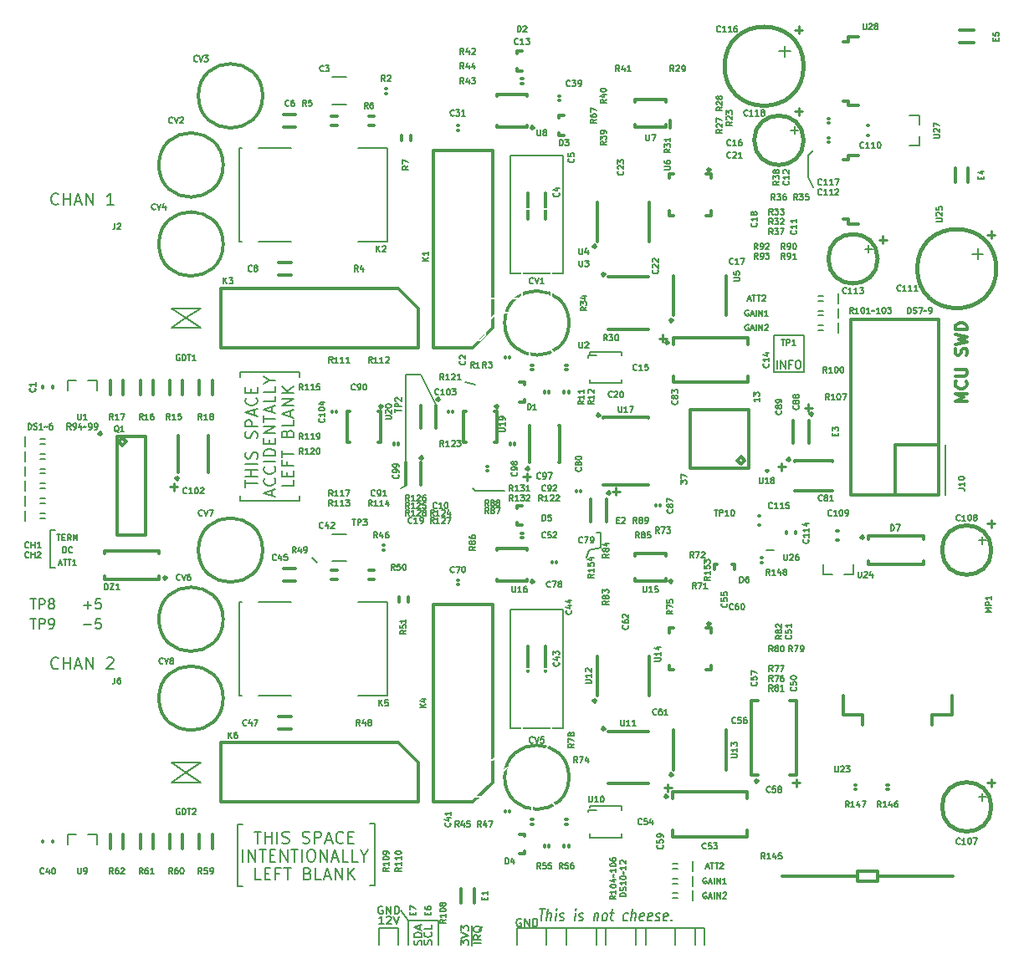
<source format=gto>
G04 #@! TF.FileFunction,Legend,Top*
%FSLAX46Y46*%
G04 Gerber Fmt 4.6, Leading zero omitted, Abs format (unit mm)*
G04 Created by KiCad (PCBNEW (after 2015-may-25 BZR unknown)-product) date Fri 29 May 2015 05:56:03 PM EDT*
%MOMM*%
G01*
G04 APERTURE LIST*
%ADD10C,0.100000*%
%ADD11C,0.200000*%
%ADD12C,0.150000*%
%ADD13C,0.250000*%
%ADD14C,0.300000*%
%ADD15C,0.350000*%
%ADD16C,0.381000*%
%ADD17R,1.110000X3.000000*%
%ADD18R,0.760000X2.790000*%
%ADD19C,1.300000*%
%ADD20R,0.600000X0.600000*%
%ADD21C,2.000000*%
%ADD22R,0.950000X1.500000*%
%ADD23O,1.500000X0.300000*%
%ADD24O,0.300000X1.500000*%
%ADD25O,0.300000X0.850000*%
%ADD26R,0.300000X0.850000*%
%ADD27O,0.850000X0.300000*%
%ADD28R,0.850000X0.300000*%
%ADD29R,2.550000X2.550000*%
%ADD30O,0.650000X0.300000*%
%ADD31R,1.450000X1.450000*%
%ADD32C,1.500000*%
%ADD33O,1.450000X0.450000*%
%ADD34R,1.500000X1.500000*%
%ADD35O,1.500000X2.500000*%
%ADD36O,1.500000X1.500000*%
%ADD37R,4.200000X1.500000*%
%ADD38R,1.524000X16.256000*%
%ADD39R,2.286000X1.524000*%
%ADD40O,2.286000X1.524000*%
%ADD41R,0.701040X4.000500*%
%ADD42R,0.701040X3.200400*%
%ADD43R,1.200000X1.600000*%
%ADD44R,1.450000X1.150000*%
%ADD45R,0.950000X0.900000*%
%ADD46R,1.200000X1.800000*%
%ADD47R,0.900000X0.950000*%
%ADD48R,2.350000X2.450000*%
%ADD49R,0.750000X2.200000*%
%ADD50R,2.200000X0.750000*%
%ADD51R,2.450000X2.350000*%
%ADD52R,1.800000X2.250000*%
%ADD53R,0.650000X0.600000*%
%ADD54R,2.250000X1.800000*%
%ADD55R,1.150000X1.450000*%
%ADD56R,0.850000X0.650000*%
%ADD57R,0.650000X0.850000*%
%ADD58R,2.300000X1.500000*%
%ADD59R,2.400000X1.550000*%
%ADD60R,1.800000X1.050000*%
%ADD61R,1.050000X1.800000*%
%ADD62C,3.200000*%
%ADD63O,2.500000X1.500000*%
%ADD64O,1.500000X0.600000*%
%ADD65R,0.850000X1.000000*%
%ADD66R,0.950000X1.450000*%
%ADD67R,1.450000X0.950000*%
%ADD68R,1.000000X0.850000*%
%ADD69R,0.900000X1.300000*%
%ADD70R,0.800000X1.300000*%
%ADD71O,1.550000X0.400000*%
%ADD72O,0.400000X1.550000*%
%ADD73O,0.450000X1.450000*%
%ADD74R,2.300000X3.800000*%
%ADD75R,10.900000X9.550000*%
%ADD76R,2.450000X1.450000*%
%ADD77R,6.950000X6.950000*%
%ADD78C,2.500000*%
%ADD79C,1.200000*%
%ADD80R,0.899160X0.800100*%
%ADD81R,0.600000X0.650000*%
%ADD82R,1.300000X0.900000*%
%ADD83R,1.300000X0.800000*%
%ADD84R,1.500000X0.280000*%
%ADD85R,2.300000X1.200000*%
%ADD86R,0.700000X0.650000*%
%ADD87C,0.254000*%
G04 APERTURE END LIST*
D10*
D11*
X66071429Y-83928571D02*
X66014286Y-83985714D01*
X65842857Y-84042857D01*
X65728571Y-84042857D01*
X65557143Y-83985714D01*
X65442857Y-83871429D01*
X65385714Y-83757143D01*
X65328571Y-83528571D01*
X65328571Y-83357143D01*
X65385714Y-83128571D01*
X65442857Y-83014286D01*
X65557143Y-82900000D01*
X65728571Y-82842857D01*
X65842857Y-82842857D01*
X66014286Y-82900000D01*
X66071429Y-82957143D01*
X66585714Y-84042857D02*
X66585714Y-82842857D01*
X66585714Y-83414286D02*
X67271429Y-83414286D01*
X67271429Y-84042857D02*
X67271429Y-82842857D01*
X67785714Y-83700000D02*
X68357143Y-83700000D01*
X67671429Y-84042857D02*
X68071429Y-82842857D01*
X68471429Y-84042857D01*
X68871428Y-84042857D02*
X68871428Y-82842857D01*
X69557143Y-84042857D01*
X69557143Y-82842857D01*
X70985714Y-82957143D02*
X71042857Y-82900000D01*
X71157143Y-82842857D01*
X71442857Y-82842857D01*
X71557143Y-82900000D01*
X71614286Y-82957143D01*
X71671429Y-83071429D01*
X71671429Y-83185714D01*
X71614286Y-83357143D01*
X70928572Y-84042857D01*
X71671429Y-84042857D01*
X66071429Y-36928571D02*
X66014286Y-36985714D01*
X65842857Y-37042857D01*
X65728571Y-37042857D01*
X65557143Y-36985714D01*
X65442857Y-36871429D01*
X65385714Y-36757143D01*
X65328571Y-36528571D01*
X65328571Y-36357143D01*
X65385714Y-36128571D01*
X65442857Y-36014286D01*
X65557143Y-35900000D01*
X65728571Y-35842857D01*
X65842857Y-35842857D01*
X66014286Y-35900000D01*
X66071429Y-35957143D01*
X66585714Y-37042857D02*
X66585714Y-35842857D01*
X66585714Y-36414286D02*
X67271429Y-36414286D01*
X67271429Y-37042857D02*
X67271429Y-35842857D01*
X67785714Y-36700000D02*
X68357143Y-36700000D01*
X67671429Y-37042857D02*
X68071429Y-35842857D01*
X68471429Y-37042857D01*
X68871428Y-37042857D02*
X68871428Y-35842857D01*
X69557143Y-37042857D01*
X69557143Y-35842857D01*
X71671429Y-37042857D02*
X70985714Y-37042857D01*
X71328572Y-37042857D02*
X71328572Y-35842857D01*
X71214286Y-36014286D01*
X71100000Y-36128571D01*
X70985714Y-36185714D01*
D12*
X112890477Y-109350000D02*
X112814286Y-109311905D01*
X112700001Y-109311905D01*
X112585715Y-109350000D01*
X112509524Y-109426190D01*
X112471429Y-109502381D01*
X112433334Y-109654762D01*
X112433334Y-109769048D01*
X112471429Y-109921429D01*
X112509524Y-109997619D01*
X112585715Y-110073810D01*
X112700001Y-110111905D01*
X112776191Y-110111905D01*
X112890477Y-110073810D01*
X112928572Y-110035714D01*
X112928572Y-109769048D01*
X112776191Y-109769048D01*
X113271429Y-110111905D02*
X113271429Y-109311905D01*
X113728572Y-110111905D01*
X113728572Y-109311905D01*
X114109524Y-110111905D02*
X114109524Y-109311905D01*
X114300000Y-109311905D01*
X114414286Y-109350000D01*
X114490477Y-109426190D01*
X114528572Y-109502381D01*
X114566667Y-109654762D01*
X114566667Y-109769048D01*
X114528572Y-109921429D01*
X114490477Y-109997619D01*
X114414286Y-110073810D01*
X114300000Y-110111905D01*
X114109524Y-110111905D01*
X115500000Y-112000000D02*
X115500000Y-110250000D01*
X117500000Y-112000000D02*
X117500000Y-110250000D01*
X120500000Y-112000000D02*
X120500000Y-110250000D01*
X121500000Y-112000000D02*
X121500000Y-110250000D01*
X124500000Y-112000000D02*
X124500000Y-110250000D01*
X125500000Y-112000000D02*
X125500000Y-110250000D01*
X128500000Y-112000000D02*
X128500000Y-110250000D01*
X130500000Y-112000000D02*
X130500000Y-110250000D01*
X131500000Y-110250000D02*
X131500000Y-112000000D01*
X112500000Y-110250000D02*
X131500000Y-110250000D01*
X112500000Y-112000000D02*
X112500000Y-110250000D01*
X100750000Y-108500000D02*
X101500000Y-109500000D01*
X98890477Y-108100000D02*
X98814286Y-108061905D01*
X98700001Y-108061905D01*
X98585715Y-108100000D01*
X98509524Y-108176190D01*
X98471429Y-108252381D01*
X98433334Y-108404762D01*
X98433334Y-108519048D01*
X98471429Y-108671429D01*
X98509524Y-108747619D01*
X98585715Y-108823810D01*
X98700001Y-108861905D01*
X98776191Y-108861905D01*
X98890477Y-108823810D01*
X98928572Y-108785714D01*
X98928572Y-108519048D01*
X98776191Y-108519048D01*
X99271429Y-108861905D02*
X99271429Y-108061905D01*
X99728572Y-108861905D01*
X99728572Y-108061905D01*
X100109524Y-108861905D02*
X100109524Y-108061905D01*
X100300000Y-108061905D01*
X100414286Y-108100000D01*
X100490477Y-108176190D01*
X100528572Y-108252381D01*
X100566667Y-108404762D01*
X100566667Y-108519048D01*
X100528572Y-108671429D01*
X100490477Y-108747619D01*
X100414286Y-108823810D01*
X100300000Y-108861905D01*
X100109524Y-108861905D01*
X104500000Y-109500000D02*
X104500000Y-112000000D01*
X101500000Y-109500000D02*
X104500000Y-109500000D01*
X101500000Y-112000000D02*
X101500000Y-109500000D01*
X99004762Y-109861905D02*
X98547619Y-109861905D01*
X98776190Y-109861905D02*
X98776190Y-109061905D01*
X98700000Y-109176190D01*
X98623809Y-109252381D01*
X98547619Y-109290476D01*
X99309524Y-109138095D02*
X99347619Y-109100000D01*
X99423810Y-109061905D01*
X99614286Y-109061905D01*
X99690476Y-109100000D01*
X99728572Y-109138095D01*
X99766667Y-109214286D01*
X99766667Y-109290476D01*
X99728572Y-109404762D01*
X99271429Y-109861905D01*
X99766667Y-109861905D01*
X99995238Y-109061905D02*
X100261905Y-109861905D01*
X100528572Y-109061905D01*
X98500000Y-110250000D02*
X98500000Y-112000000D01*
X100500000Y-110250000D02*
X98500000Y-110250000D01*
X100500000Y-112000000D02*
X100500000Y-110250000D01*
X108861905Y-111819047D02*
X108061905Y-111819047D01*
X108861905Y-110980952D02*
X108480952Y-111247619D01*
X108861905Y-111438095D02*
X108061905Y-111438095D01*
X108061905Y-111133333D01*
X108100000Y-111057142D01*
X108138095Y-111019047D01*
X108214286Y-110980952D01*
X108328571Y-110980952D01*
X108404762Y-111019047D01*
X108442857Y-111057142D01*
X108480952Y-111133333D01*
X108480952Y-111438095D01*
X108938095Y-110104761D02*
X108900000Y-110180952D01*
X108823810Y-110257142D01*
X108709524Y-110371428D01*
X108671429Y-110447619D01*
X108671429Y-110523809D01*
X108861905Y-110485714D02*
X108823810Y-110561904D01*
X108747619Y-110638095D01*
X108595238Y-110676190D01*
X108328571Y-110676190D01*
X108176190Y-110638095D01*
X108100000Y-110561904D01*
X108061905Y-110485714D01*
X108061905Y-110333333D01*
X108100000Y-110257142D01*
X108176190Y-110180952D01*
X108328571Y-110142857D01*
X108595238Y-110142857D01*
X108747619Y-110180952D01*
X108823810Y-110257142D01*
X108861905Y-110333333D01*
X108861905Y-110485714D01*
X107924000Y-112009523D02*
X107924000Y-109990476D01*
X106811905Y-111990476D02*
X106811905Y-111495238D01*
X107116667Y-111761905D01*
X107116667Y-111647619D01*
X107154762Y-111571429D01*
X107192857Y-111533333D01*
X107269048Y-111495238D01*
X107459524Y-111495238D01*
X107535714Y-111533333D01*
X107573810Y-111571429D01*
X107611905Y-111647619D01*
X107611905Y-111876191D01*
X107573810Y-111952381D01*
X107535714Y-111990476D01*
X106811905Y-111266667D02*
X107611905Y-111000000D01*
X106811905Y-110733333D01*
X106811905Y-110542857D02*
X106811905Y-110047619D01*
X107116667Y-110314286D01*
X107116667Y-110200000D01*
X107154762Y-110123810D01*
X107192857Y-110085714D01*
X107269048Y-110047619D01*
X107459524Y-110047619D01*
X107535714Y-110085714D01*
X107573810Y-110123810D01*
X107611905Y-110200000D01*
X107611905Y-110428572D01*
X107573810Y-110504762D01*
X107535714Y-110542857D01*
X103823810Y-111952381D02*
X103861905Y-111838095D01*
X103861905Y-111647619D01*
X103823810Y-111571429D01*
X103785714Y-111533333D01*
X103709524Y-111495238D01*
X103633333Y-111495238D01*
X103557143Y-111533333D01*
X103519048Y-111571429D01*
X103480952Y-111647619D01*
X103442857Y-111800000D01*
X103404762Y-111876191D01*
X103366667Y-111914286D01*
X103290476Y-111952381D01*
X103214286Y-111952381D01*
X103138095Y-111914286D01*
X103100000Y-111876191D01*
X103061905Y-111800000D01*
X103061905Y-111609524D01*
X103100000Y-111495238D01*
X103785714Y-110695238D02*
X103823810Y-110733333D01*
X103861905Y-110847619D01*
X103861905Y-110923809D01*
X103823810Y-111038095D01*
X103747619Y-111114286D01*
X103671429Y-111152381D01*
X103519048Y-111190476D01*
X103404762Y-111190476D01*
X103252381Y-111152381D01*
X103176190Y-111114286D01*
X103100000Y-111038095D01*
X103061905Y-110923809D01*
X103061905Y-110847619D01*
X103100000Y-110733333D01*
X103138095Y-110695238D01*
X103861905Y-109971428D02*
X103861905Y-110352381D01*
X103061905Y-110352381D01*
X102823810Y-111971428D02*
X102861905Y-111857142D01*
X102861905Y-111666666D01*
X102823810Y-111590476D01*
X102785714Y-111552380D01*
X102709524Y-111514285D01*
X102633333Y-111514285D01*
X102557143Y-111552380D01*
X102519048Y-111590476D01*
X102480952Y-111666666D01*
X102442857Y-111819047D01*
X102404762Y-111895238D01*
X102366667Y-111933333D01*
X102290476Y-111971428D01*
X102214286Y-111971428D01*
X102138095Y-111933333D01*
X102100000Y-111895238D01*
X102061905Y-111819047D01*
X102061905Y-111628571D01*
X102100000Y-111514285D01*
X102861905Y-111171428D02*
X102061905Y-111171428D01*
X102061905Y-110980952D01*
X102100000Y-110866666D01*
X102176190Y-110790475D01*
X102252381Y-110752380D01*
X102404762Y-110714285D01*
X102519048Y-110714285D01*
X102671429Y-110752380D01*
X102747619Y-110790475D01*
X102823810Y-110866666D01*
X102861905Y-110980952D01*
X102861905Y-111171428D01*
X102633333Y-110409523D02*
X102633333Y-110028571D01*
X102861905Y-110485714D02*
X102061905Y-110219047D01*
X102861905Y-109952380D01*
D13*
X77369048Y-65571429D02*
X78130953Y-65571429D01*
X77750001Y-65952381D02*
X77750001Y-65190476D01*
X127369048Y-96071429D02*
X128130953Y-96071429D01*
X127750001Y-96452381D02*
X127750001Y-95690476D01*
X140369048Y-95571429D02*
X141130953Y-95571429D01*
X140750001Y-95952381D02*
X140750001Y-95190476D01*
X113119048Y-64571429D02*
X113880953Y-64571429D01*
X113500001Y-64952381D02*
X113500001Y-64190476D01*
X122119048Y-66071429D02*
X122880953Y-66071429D01*
X122500001Y-66452381D02*
X122500001Y-65690476D01*
X138869048Y-63571429D02*
X139630953Y-63571429D01*
X139250001Y-63952381D02*
X139250001Y-63190476D01*
X141619048Y-57571429D02*
X142380953Y-57571429D01*
X142000001Y-57952381D02*
X142000001Y-57190476D01*
X126869048Y-50571429D02*
X127630953Y-50571429D01*
X127250001Y-50952381D02*
X127250001Y-50190476D01*
X140619048Y-19321429D02*
X141380953Y-19321429D01*
X141000001Y-19702381D02*
X141000001Y-18940476D01*
X140619048Y-27571429D02*
X141380953Y-27571429D01*
X141000001Y-27952381D02*
X141000001Y-27190476D01*
X160119048Y-40071429D02*
X160880953Y-40071429D01*
X160500001Y-40452381D02*
X160500001Y-39690476D01*
X149119048Y-40571429D02*
X149880953Y-40571429D01*
X149500001Y-40952381D02*
X149500001Y-40190476D01*
X160119048Y-69321429D02*
X160880953Y-69321429D01*
X160500001Y-69702381D02*
X160500001Y-68940476D01*
X160119048Y-95571429D02*
X160880953Y-95571429D01*
X160500001Y-95952381D02*
X160500001Y-95190476D01*
D12*
X142000000Y-34250000D02*
X142500000Y-35250000D01*
X142000000Y-32000000D02*
X142000000Y-34250000D01*
X142500000Y-31500000D02*
X142000000Y-32000000D01*
X152021428Y-48021429D02*
X152021428Y-47421429D01*
X152164285Y-47421429D01*
X152250000Y-47450000D01*
X152307142Y-47507143D01*
X152335714Y-47564286D01*
X152364285Y-47678571D01*
X152364285Y-47764286D01*
X152335714Y-47878571D01*
X152307142Y-47935714D01*
X152250000Y-47992857D01*
X152164285Y-48021429D01*
X152021428Y-48021429D01*
X152592857Y-47992857D02*
X152678571Y-48021429D01*
X152821428Y-48021429D01*
X152878571Y-47992857D01*
X152907142Y-47964286D01*
X152935714Y-47907143D01*
X152935714Y-47850000D01*
X152907142Y-47792857D01*
X152878571Y-47764286D01*
X152821428Y-47735714D01*
X152707142Y-47707143D01*
X152650000Y-47678571D01*
X152621428Y-47650000D01*
X152592857Y-47592857D01*
X152592857Y-47535714D01*
X152621428Y-47478571D01*
X152650000Y-47450000D01*
X152707142Y-47421429D01*
X152850000Y-47421429D01*
X152935714Y-47450000D01*
X153135714Y-47421429D02*
X153535714Y-47421429D01*
X153278571Y-48021429D01*
X153678572Y-47792857D02*
X153707143Y-47764286D01*
X153764286Y-47735714D01*
X153878572Y-47792857D01*
X153935715Y-47764286D01*
X153964286Y-47735714D01*
X154221429Y-48021429D02*
X154335714Y-48021429D01*
X154392857Y-47992857D01*
X154421429Y-47964286D01*
X154478571Y-47878571D01*
X154507143Y-47764286D01*
X154507143Y-47535714D01*
X154478571Y-47478571D01*
X154450000Y-47450000D01*
X154392857Y-47421429D01*
X154278571Y-47421429D01*
X154221429Y-47450000D01*
X154192857Y-47478571D01*
X154164286Y-47535714D01*
X154164286Y-47678571D01*
X154192857Y-47735714D01*
X154221429Y-47764286D01*
X154278571Y-47792857D01*
X154392857Y-47792857D01*
X154450000Y-47764286D01*
X154478571Y-47735714D01*
X154507143Y-47678571D01*
X146507142Y-48021429D02*
X146307142Y-47735714D01*
X146164285Y-48021429D02*
X146164285Y-47421429D01*
X146392857Y-47421429D01*
X146449999Y-47450000D01*
X146478571Y-47478571D01*
X146507142Y-47535714D01*
X146507142Y-47621429D01*
X146478571Y-47678571D01*
X146449999Y-47707143D01*
X146392857Y-47735714D01*
X146164285Y-47735714D01*
X147078571Y-48021429D02*
X146735714Y-48021429D01*
X146907142Y-48021429D02*
X146907142Y-47421429D01*
X146849999Y-47507143D01*
X146792857Y-47564286D01*
X146735714Y-47592857D01*
X147450000Y-47421429D02*
X147507143Y-47421429D01*
X147564286Y-47450000D01*
X147592857Y-47478571D01*
X147621428Y-47535714D01*
X147650000Y-47650000D01*
X147650000Y-47792857D01*
X147621428Y-47907143D01*
X147592857Y-47964286D01*
X147564286Y-47992857D01*
X147507143Y-48021429D01*
X147450000Y-48021429D01*
X147392857Y-47992857D01*
X147364286Y-47964286D01*
X147335714Y-47907143D01*
X147307143Y-47792857D01*
X147307143Y-47650000D01*
X147335714Y-47535714D01*
X147364286Y-47478571D01*
X147392857Y-47450000D01*
X147450000Y-47421429D01*
X148221429Y-48021429D02*
X147878572Y-48021429D01*
X148050000Y-48021429D02*
X148050000Y-47421429D01*
X147992857Y-47507143D01*
X147935715Y-47564286D01*
X147878572Y-47592857D01*
X148392858Y-47792857D02*
X148421429Y-47764286D01*
X148478572Y-47735714D01*
X148592858Y-47792857D01*
X148650001Y-47764286D01*
X148678572Y-47735714D01*
X149221429Y-48021429D02*
X148878572Y-48021429D01*
X149050000Y-48021429D02*
X149050000Y-47421429D01*
X148992857Y-47507143D01*
X148935715Y-47564286D01*
X148878572Y-47592857D01*
X149592858Y-47421429D02*
X149650001Y-47421429D01*
X149707144Y-47450000D01*
X149735715Y-47478571D01*
X149764286Y-47535714D01*
X149792858Y-47650000D01*
X149792858Y-47792857D01*
X149764286Y-47907143D01*
X149735715Y-47964286D01*
X149707144Y-47992857D01*
X149650001Y-48021429D01*
X149592858Y-48021429D01*
X149535715Y-47992857D01*
X149507144Y-47964286D01*
X149478572Y-47907143D01*
X149450001Y-47792857D01*
X149450001Y-47650000D01*
X149478572Y-47535714D01*
X149507144Y-47478571D01*
X149535715Y-47450000D01*
X149592858Y-47421429D01*
X149992858Y-47421429D02*
X150364287Y-47421429D01*
X150164287Y-47650000D01*
X150250001Y-47650000D01*
X150307144Y-47678571D01*
X150335715Y-47707143D01*
X150364287Y-47764286D01*
X150364287Y-47907143D01*
X150335715Y-47964286D01*
X150307144Y-47992857D01*
X150250001Y-48021429D01*
X150078573Y-48021429D01*
X150021430Y-47992857D01*
X149992858Y-47964286D01*
X129071429Y-65285715D02*
X129071429Y-64914286D01*
X129300000Y-65114286D01*
X129300000Y-65028572D01*
X129328571Y-64971429D01*
X129357143Y-64942858D01*
X129414286Y-64914286D01*
X129557143Y-64914286D01*
X129614286Y-64942858D01*
X129642857Y-64971429D01*
X129671429Y-65028572D01*
X129671429Y-65200000D01*
X129642857Y-65257143D01*
X129614286Y-65285715D01*
X129071429Y-64714286D02*
X129071429Y-64314286D01*
X129671429Y-64571429D01*
X137021429Y-56614286D02*
X137021429Y-56957143D01*
X137021429Y-56785715D02*
X136421429Y-56785715D01*
X136507143Y-56842858D01*
X136564286Y-56900000D01*
X136592857Y-56957143D01*
X136421429Y-56414286D02*
X136421429Y-56042857D01*
X136650000Y-56242857D01*
X136650000Y-56157143D01*
X136678571Y-56100000D01*
X136707143Y-56071429D01*
X136764286Y-56042857D01*
X136907143Y-56042857D01*
X136964286Y-56071429D01*
X136992857Y-56100000D01*
X137021429Y-56157143D01*
X137021429Y-56328571D01*
X136992857Y-56385714D01*
X136964286Y-56414286D01*
X119750000Y-72000000D02*
X119500000Y-72750000D01*
X121000000Y-71750000D02*
X119750000Y-72000000D01*
X121000000Y-70250000D02*
X121000000Y-71750000D01*
X120500000Y-70250000D02*
X121000000Y-70250000D01*
X123521429Y-107050001D02*
X122921429Y-107050001D01*
X122921429Y-106907144D01*
X122950000Y-106821429D01*
X123007143Y-106764287D01*
X123064286Y-106735715D01*
X123178571Y-106707144D01*
X123264286Y-106707144D01*
X123378571Y-106735715D01*
X123435714Y-106764287D01*
X123492857Y-106821429D01*
X123521429Y-106907144D01*
X123521429Y-107050001D01*
X123492857Y-106478572D02*
X123521429Y-106392858D01*
X123521429Y-106250001D01*
X123492857Y-106192858D01*
X123464286Y-106164287D01*
X123407143Y-106135715D01*
X123350000Y-106135715D01*
X123292857Y-106164287D01*
X123264286Y-106192858D01*
X123235714Y-106250001D01*
X123207143Y-106364287D01*
X123178571Y-106421429D01*
X123150000Y-106450001D01*
X123092857Y-106478572D01*
X123035714Y-106478572D01*
X122978571Y-106450001D01*
X122950000Y-106421429D01*
X122921429Y-106364287D01*
X122921429Y-106221429D01*
X122950000Y-106135715D01*
X123521429Y-105564286D02*
X123521429Y-105907143D01*
X123521429Y-105735715D02*
X122921429Y-105735715D01*
X123007143Y-105792858D01*
X123064286Y-105850000D01*
X123092857Y-105907143D01*
X122921429Y-105192857D02*
X122921429Y-105135714D01*
X122950000Y-105078571D01*
X122978571Y-105050000D01*
X123035714Y-105021429D01*
X123150000Y-104992857D01*
X123292857Y-104992857D01*
X123407143Y-105021429D01*
X123464286Y-105050000D01*
X123492857Y-105078571D01*
X123521429Y-105135714D01*
X123521429Y-105192857D01*
X123492857Y-105250000D01*
X123464286Y-105278571D01*
X123407143Y-105307143D01*
X123292857Y-105335714D01*
X123150000Y-105335714D01*
X123035714Y-105307143D01*
X122978571Y-105278571D01*
X122950000Y-105250000D01*
X122921429Y-105192857D01*
X123292857Y-104821428D02*
X123264286Y-104792857D01*
X123235714Y-104735714D01*
X123292857Y-104621428D01*
X123264286Y-104564285D01*
X123235714Y-104535714D01*
X123521429Y-103992857D02*
X123521429Y-104335714D01*
X123521429Y-104164286D02*
X122921429Y-104164286D01*
X123007143Y-104221429D01*
X123064286Y-104278571D01*
X123092857Y-104335714D01*
X122978571Y-103764285D02*
X122950000Y-103735714D01*
X122921429Y-103678571D01*
X122921429Y-103535714D01*
X122950000Y-103478571D01*
X122978571Y-103450000D01*
X123035714Y-103421428D01*
X123092857Y-103421428D01*
X123178571Y-103450000D01*
X123521429Y-103792857D01*
X123521429Y-103421428D01*
X122521429Y-106992858D02*
X122235714Y-107192858D01*
X122521429Y-107335715D02*
X121921429Y-107335715D01*
X121921429Y-107107143D01*
X121950000Y-107050001D01*
X121978571Y-107021429D01*
X122035714Y-106992858D01*
X122121429Y-106992858D01*
X122178571Y-107021429D01*
X122207143Y-107050001D01*
X122235714Y-107107143D01*
X122235714Y-107335715D01*
X122521429Y-106421429D02*
X122521429Y-106764286D01*
X122521429Y-106592858D02*
X121921429Y-106592858D01*
X122007143Y-106650001D01*
X122064286Y-106707143D01*
X122092857Y-106764286D01*
X121921429Y-106050000D02*
X121921429Y-105992857D01*
X121950000Y-105935714D01*
X121978571Y-105907143D01*
X122035714Y-105878572D01*
X122150000Y-105850000D01*
X122292857Y-105850000D01*
X122407143Y-105878572D01*
X122464286Y-105907143D01*
X122492857Y-105935714D01*
X122521429Y-105992857D01*
X122521429Y-106050000D01*
X122492857Y-106107143D01*
X122464286Y-106135714D01*
X122407143Y-106164286D01*
X122292857Y-106192857D01*
X122150000Y-106192857D01*
X122035714Y-106164286D01*
X121978571Y-106135714D01*
X121950000Y-106107143D01*
X121921429Y-106050000D01*
X122121429Y-105335714D02*
X122521429Y-105335714D01*
X121892857Y-105478571D02*
X122321429Y-105621428D01*
X122321429Y-105250000D01*
X122292857Y-105107142D02*
X122264286Y-105078571D01*
X122235714Y-105021428D01*
X122292857Y-104907142D01*
X122264286Y-104849999D01*
X122235714Y-104821428D01*
X122521429Y-104278571D02*
X122521429Y-104621428D01*
X122521429Y-104450000D02*
X121921429Y-104450000D01*
X122007143Y-104507143D01*
X122064286Y-104564285D01*
X122092857Y-104621428D01*
X121921429Y-103907142D02*
X121921429Y-103849999D01*
X121950000Y-103792856D01*
X121978571Y-103764285D01*
X122035714Y-103735714D01*
X122150000Y-103707142D01*
X122292857Y-103707142D01*
X122407143Y-103735714D01*
X122464286Y-103764285D01*
X122492857Y-103792856D01*
X122521429Y-103849999D01*
X122521429Y-103907142D01*
X122492857Y-103964285D01*
X122464286Y-103992856D01*
X122407143Y-104021428D01*
X122292857Y-104049999D01*
X122150000Y-104049999D01*
X122035714Y-104021428D01*
X121978571Y-103992856D01*
X121950000Y-103964285D01*
X121921429Y-103907142D01*
X121921429Y-103192856D02*
X121921429Y-103307142D01*
X121950000Y-103364285D01*
X121978571Y-103392856D01*
X122064286Y-103449999D01*
X122178571Y-103478570D01*
X122407143Y-103478570D01*
X122464286Y-103449999D01*
X122492857Y-103421427D01*
X122521429Y-103364285D01*
X122521429Y-103249999D01*
X122492857Y-103192856D01*
X122464286Y-103164285D01*
X122407143Y-103135713D01*
X122264286Y-103135713D01*
X122207143Y-103164285D01*
X122178571Y-103192856D01*
X122150000Y-103249999D01*
X122150000Y-103364285D01*
X122178571Y-103421427D01*
X122207143Y-103449999D01*
X122264286Y-103478570D01*
X108250000Y-66000000D02*
X108000000Y-65750000D01*
X111250000Y-66000000D02*
X108250000Y-66000000D01*
X101250000Y-65500000D02*
X100750000Y-65750000D01*
X101250000Y-62750000D02*
X101250000Y-65500000D01*
X102750000Y-54250000D02*
X104250000Y-57250000D01*
X101250000Y-54250000D02*
X102750000Y-54250000D01*
X101250000Y-62750000D02*
X101250000Y-54250000D01*
D11*
X107250000Y-55000000D02*
X108250000Y-55250000D01*
X91750000Y-72750000D02*
X92250000Y-73250000D01*
D12*
X67328571Y-59771429D02*
X67128571Y-59485714D01*
X66985714Y-59771429D02*
X66985714Y-59171429D01*
X67214286Y-59171429D01*
X67271428Y-59200000D01*
X67300000Y-59228571D01*
X67328571Y-59285714D01*
X67328571Y-59371429D01*
X67300000Y-59428571D01*
X67271428Y-59457143D01*
X67214286Y-59485714D01*
X66985714Y-59485714D01*
X67614286Y-59771429D02*
X67728571Y-59771429D01*
X67785714Y-59742857D01*
X67814286Y-59714286D01*
X67871428Y-59628571D01*
X67900000Y-59514286D01*
X67900000Y-59285714D01*
X67871428Y-59228571D01*
X67842857Y-59200000D01*
X67785714Y-59171429D01*
X67671428Y-59171429D01*
X67614286Y-59200000D01*
X67585714Y-59228571D01*
X67557143Y-59285714D01*
X67557143Y-59428571D01*
X67585714Y-59485714D01*
X67614286Y-59514286D01*
X67671428Y-59542857D01*
X67785714Y-59542857D01*
X67842857Y-59514286D01*
X67871428Y-59485714D01*
X67900000Y-59428571D01*
X68414286Y-59371429D02*
X68414286Y-59771429D01*
X68271429Y-59142857D02*
X68128572Y-59571429D01*
X68500000Y-59571429D01*
X68642858Y-59542857D02*
X68671429Y-59514286D01*
X68728572Y-59485714D01*
X68842858Y-59542857D01*
X68900001Y-59514286D01*
X68928572Y-59485714D01*
X69185715Y-59771429D02*
X69300000Y-59771429D01*
X69357143Y-59742857D01*
X69385715Y-59714286D01*
X69442857Y-59628571D01*
X69471429Y-59514286D01*
X69471429Y-59285714D01*
X69442857Y-59228571D01*
X69414286Y-59200000D01*
X69357143Y-59171429D01*
X69242857Y-59171429D01*
X69185715Y-59200000D01*
X69157143Y-59228571D01*
X69128572Y-59285714D01*
X69128572Y-59428571D01*
X69157143Y-59485714D01*
X69185715Y-59514286D01*
X69242857Y-59542857D01*
X69357143Y-59542857D01*
X69414286Y-59514286D01*
X69442857Y-59485714D01*
X69471429Y-59428571D01*
X69757144Y-59771429D02*
X69871429Y-59771429D01*
X69928572Y-59742857D01*
X69957144Y-59714286D01*
X70014286Y-59628571D01*
X70042858Y-59514286D01*
X70042858Y-59285714D01*
X70014286Y-59228571D01*
X69985715Y-59200000D01*
X69928572Y-59171429D01*
X69814286Y-59171429D01*
X69757144Y-59200000D01*
X69728572Y-59228571D01*
X69700001Y-59285714D01*
X69700001Y-59428571D01*
X69728572Y-59485714D01*
X69757144Y-59514286D01*
X69814286Y-59542857D01*
X69928572Y-59542857D01*
X69985715Y-59514286D01*
X70014286Y-59485714D01*
X70042858Y-59428571D01*
X63021428Y-59771429D02*
X63021428Y-59171429D01*
X63164285Y-59171429D01*
X63250000Y-59200000D01*
X63307142Y-59257143D01*
X63335714Y-59314286D01*
X63364285Y-59428571D01*
X63364285Y-59514286D01*
X63335714Y-59628571D01*
X63307142Y-59685714D01*
X63250000Y-59742857D01*
X63164285Y-59771429D01*
X63021428Y-59771429D01*
X63592857Y-59742857D02*
X63678571Y-59771429D01*
X63821428Y-59771429D01*
X63878571Y-59742857D01*
X63907142Y-59714286D01*
X63935714Y-59657143D01*
X63935714Y-59600000D01*
X63907142Y-59542857D01*
X63878571Y-59514286D01*
X63821428Y-59485714D01*
X63707142Y-59457143D01*
X63650000Y-59428571D01*
X63621428Y-59400000D01*
X63592857Y-59342857D01*
X63592857Y-59285714D01*
X63621428Y-59228571D01*
X63650000Y-59200000D01*
X63707142Y-59171429D01*
X63850000Y-59171429D01*
X63935714Y-59200000D01*
X64507143Y-59771429D02*
X64164286Y-59771429D01*
X64335714Y-59771429D02*
X64335714Y-59171429D01*
X64278571Y-59257143D01*
X64221429Y-59314286D01*
X64164286Y-59342857D01*
X64678572Y-59542857D02*
X64707143Y-59514286D01*
X64764286Y-59485714D01*
X64878572Y-59542857D01*
X64935715Y-59514286D01*
X64964286Y-59485714D01*
X65450000Y-59171429D02*
X65335714Y-59171429D01*
X65278571Y-59200000D01*
X65250000Y-59228571D01*
X65192857Y-59314286D01*
X65164286Y-59428571D01*
X65164286Y-59657143D01*
X65192857Y-59714286D01*
X65221429Y-59742857D01*
X65278571Y-59771429D01*
X65392857Y-59771429D01*
X65450000Y-59742857D01*
X65478571Y-59714286D01*
X65507143Y-59657143D01*
X65507143Y-59514286D01*
X65478571Y-59457143D01*
X65450000Y-59428571D01*
X65392857Y-59400000D01*
X65278571Y-59400000D01*
X65221429Y-59428571D01*
X65192857Y-59457143D01*
X65164286Y-59514286D01*
D11*
X90500000Y-54000000D02*
X90500000Y-54500000D01*
X84500000Y-54000000D02*
X90500000Y-54000000D01*
X84500000Y-54500000D02*
X84500000Y-54000000D01*
X90500000Y-67000000D02*
X90500000Y-66500000D01*
X84500000Y-67000000D02*
X90500000Y-67000000D01*
X84500000Y-66500000D02*
X84500000Y-67000000D01*
D12*
X68642857Y-79571429D02*
X69404762Y-79571429D01*
X70357143Y-78952381D02*
X69880952Y-78952381D01*
X69833333Y-79428571D01*
X69880952Y-79380952D01*
X69976190Y-79333333D01*
X70214286Y-79333333D01*
X70309524Y-79380952D01*
X70357143Y-79428571D01*
X70404762Y-79523810D01*
X70404762Y-79761905D01*
X70357143Y-79857143D01*
X70309524Y-79904762D01*
X70214286Y-79952381D01*
X69976190Y-79952381D01*
X69880952Y-79904762D01*
X69833333Y-79857143D01*
X68642857Y-77571429D02*
X69404762Y-77571429D01*
X69023810Y-77952381D02*
X69023810Y-77190476D01*
X70357143Y-76952381D02*
X69880952Y-76952381D01*
X69833333Y-77428571D01*
X69880952Y-77380952D01*
X69976190Y-77333333D01*
X70214286Y-77333333D01*
X70309524Y-77380952D01*
X70357143Y-77428571D01*
X70404762Y-77523810D01*
X70404762Y-77761905D01*
X70357143Y-77857143D01*
X70309524Y-77904762D01*
X70214286Y-77952381D01*
X69976190Y-77952381D01*
X69880952Y-77904762D01*
X69833333Y-77857143D01*
D11*
X114789432Y-108342857D02*
X115332289Y-108342857D01*
X114910861Y-109542857D02*
X115060861Y-108342857D01*
X115498956Y-109542857D02*
X115648956Y-108342857D01*
X115906099Y-109542857D02*
X115984670Y-108914286D01*
X115953718Y-108800000D01*
X115870385Y-108742857D01*
X115734671Y-108742857D01*
X115637052Y-108800000D01*
X115584670Y-108857143D01*
X116358480Y-109542857D02*
X116458480Y-108742857D01*
X116508480Y-108342857D02*
X116456099Y-108400000D01*
X116494194Y-108457143D01*
X116546576Y-108400000D01*
X116508480Y-108342857D01*
X116494194Y-108457143D01*
X116772766Y-109485714D02*
X116856100Y-109542857D01*
X117037052Y-109542857D01*
X117134671Y-109485714D01*
X117194194Y-109371429D01*
X117201337Y-109314286D01*
X117170385Y-109200000D01*
X117087052Y-109142857D01*
X116951338Y-109142857D01*
X116868004Y-109085714D01*
X116837051Y-108971429D01*
X116844194Y-108914286D01*
X116903718Y-108800000D01*
X117001338Y-108742857D01*
X117137052Y-108742857D01*
X117220385Y-108800000D01*
X118303719Y-109542857D02*
X118403719Y-108742857D01*
X118453719Y-108342857D02*
X118401338Y-108400000D01*
X118439433Y-108457143D01*
X118491815Y-108400000D01*
X118453719Y-108342857D01*
X118439433Y-108457143D01*
X118718005Y-109485714D02*
X118801339Y-109542857D01*
X118982291Y-109542857D01*
X119079910Y-109485714D01*
X119139433Y-109371429D01*
X119146576Y-109314286D01*
X119115624Y-109200000D01*
X119032291Y-109142857D01*
X118896577Y-109142857D01*
X118813243Y-109085714D01*
X118782290Y-108971429D01*
X118789433Y-108914286D01*
X118848957Y-108800000D01*
X118946577Y-108742857D01*
X119082291Y-108742857D01*
X119165624Y-108800000D01*
X120348958Y-108742857D02*
X120248958Y-109542857D01*
X120334672Y-108857143D02*
X120387054Y-108800000D01*
X120484673Y-108742857D01*
X120620387Y-108742857D01*
X120703720Y-108800000D01*
X120734672Y-108914286D01*
X120656101Y-109542857D01*
X121244197Y-109542857D02*
X121160864Y-109485714D01*
X121122768Y-109428571D01*
X121091815Y-109314286D01*
X121134672Y-108971429D01*
X121194196Y-108857143D01*
X121246578Y-108800000D01*
X121344197Y-108742857D01*
X121479911Y-108742857D01*
X121563244Y-108800000D01*
X121601339Y-108857143D01*
X121632291Y-108971429D01*
X121589434Y-109314286D01*
X121529911Y-109428571D01*
X121477530Y-109485714D01*
X121379911Y-109542857D01*
X121244197Y-109542857D01*
X121932292Y-108742857D02*
X122294197Y-108742857D01*
X122118006Y-108342857D02*
X121989434Y-109371429D01*
X122020388Y-109485714D01*
X122103721Y-109542857D01*
X122194197Y-109542857D01*
X123648959Y-109485714D02*
X123551340Y-109542857D01*
X123370388Y-109542857D01*
X123287055Y-109485714D01*
X123248959Y-109428571D01*
X123218006Y-109314286D01*
X123260863Y-108971429D01*
X123320387Y-108857143D01*
X123372769Y-108800000D01*
X123470388Y-108742857D01*
X123651340Y-108742857D01*
X123734673Y-108800000D01*
X124048959Y-109542857D02*
X124198959Y-108342857D01*
X124456102Y-109542857D02*
X124534673Y-108914286D01*
X124503721Y-108800000D01*
X124420388Y-108742857D01*
X124284674Y-108742857D01*
X124187055Y-108800000D01*
X124134673Y-108857143D01*
X125277531Y-109485714D02*
X125179912Y-109542857D01*
X124998960Y-109542857D01*
X124915626Y-109485714D01*
X124884673Y-109371429D01*
X124941816Y-108914286D01*
X125001340Y-108800000D01*
X125098960Y-108742857D01*
X125279912Y-108742857D01*
X125363245Y-108800000D01*
X125394197Y-108914286D01*
X125379912Y-109028571D01*
X124913245Y-109142857D01*
X126091817Y-109485714D02*
X125994198Y-109542857D01*
X125813246Y-109542857D01*
X125729912Y-109485714D01*
X125698959Y-109371429D01*
X125756102Y-108914286D01*
X125815626Y-108800000D01*
X125913246Y-108742857D01*
X126094198Y-108742857D01*
X126177531Y-108800000D01*
X126208483Y-108914286D01*
X126194198Y-109028571D01*
X125727531Y-109142857D01*
X126498960Y-109485714D02*
X126582294Y-109542857D01*
X126763246Y-109542857D01*
X126860865Y-109485714D01*
X126920388Y-109371429D01*
X126927531Y-109314286D01*
X126896579Y-109200000D01*
X126813246Y-109142857D01*
X126677532Y-109142857D01*
X126594198Y-109085714D01*
X126563245Y-108971429D01*
X126570388Y-108914286D01*
X126629912Y-108800000D01*
X126727532Y-108742857D01*
X126863246Y-108742857D01*
X126946579Y-108800000D01*
X127675151Y-109485714D02*
X127577532Y-109542857D01*
X127396580Y-109542857D01*
X127313246Y-109485714D01*
X127282293Y-109371429D01*
X127339436Y-108914286D01*
X127398960Y-108800000D01*
X127496580Y-108742857D01*
X127677532Y-108742857D01*
X127760865Y-108800000D01*
X127791817Y-108914286D01*
X127777532Y-109028571D01*
X127310865Y-109142857D01*
X128134675Y-109428571D02*
X128172771Y-109485714D01*
X128120389Y-109542857D01*
X128082294Y-109485714D01*
X128134675Y-109428571D01*
X128120389Y-109542857D01*
D12*
X85012857Y-65614285D02*
X85012857Y-64928571D01*
X86212857Y-65271428D02*
X85012857Y-65271428D01*
X86212857Y-64528571D02*
X85012857Y-64528571D01*
X85584286Y-64528571D02*
X85584286Y-63842856D01*
X86212857Y-63842856D02*
X85012857Y-63842856D01*
X86212857Y-63271428D02*
X85012857Y-63271428D01*
X86155714Y-62757142D02*
X86212857Y-62585713D01*
X86212857Y-62299999D01*
X86155714Y-62185713D01*
X86098571Y-62128570D01*
X85984286Y-62071427D01*
X85870000Y-62071427D01*
X85755714Y-62128570D01*
X85698571Y-62185713D01*
X85641429Y-62299999D01*
X85584286Y-62528570D01*
X85527143Y-62642856D01*
X85470000Y-62699999D01*
X85355714Y-62757142D01*
X85241429Y-62757142D01*
X85127143Y-62699999D01*
X85070000Y-62642856D01*
X85012857Y-62528570D01*
X85012857Y-62242856D01*
X85070000Y-62071427D01*
X86155714Y-60699999D02*
X86212857Y-60528570D01*
X86212857Y-60242856D01*
X86155714Y-60128570D01*
X86098571Y-60071427D01*
X85984286Y-60014284D01*
X85870000Y-60014284D01*
X85755714Y-60071427D01*
X85698571Y-60128570D01*
X85641429Y-60242856D01*
X85584286Y-60471427D01*
X85527143Y-60585713D01*
X85470000Y-60642856D01*
X85355714Y-60699999D01*
X85241429Y-60699999D01*
X85127143Y-60642856D01*
X85070000Y-60585713D01*
X85012857Y-60471427D01*
X85012857Y-60185713D01*
X85070000Y-60014284D01*
X86212857Y-59499999D02*
X85012857Y-59499999D01*
X85012857Y-59042856D01*
X85070000Y-58928570D01*
X85127143Y-58871427D01*
X85241429Y-58814284D01*
X85412857Y-58814284D01*
X85527143Y-58871427D01*
X85584286Y-58928570D01*
X85641429Y-59042856D01*
X85641429Y-59499999D01*
X85870000Y-58357142D02*
X85870000Y-57785713D01*
X86212857Y-58471427D02*
X85012857Y-58071427D01*
X86212857Y-57671427D01*
X86098571Y-56585713D02*
X86155714Y-56642856D01*
X86212857Y-56814285D01*
X86212857Y-56928571D01*
X86155714Y-57099999D01*
X86041429Y-57214285D01*
X85927143Y-57271428D01*
X85698571Y-57328571D01*
X85527143Y-57328571D01*
X85298571Y-57271428D01*
X85184286Y-57214285D01*
X85070000Y-57099999D01*
X85012857Y-56928571D01*
X85012857Y-56814285D01*
X85070000Y-56642856D01*
X85127143Y-56585713D01*
X85584286Y-56071428D02*
X85584286Y-55671428D01*
X86212857Y-55499999D02*
X86212857Y-56071428D01*
X85012857Y-56071428D01*
X85012857Y-55499999D01*
X87700000Y-66500000D02*
X87700000Y-65928571D01*
X88042857Y-66614285D02*
X86842857Y-66214285D01*
X88042857Y-65814285D01*
X87928571Y-64728571D02*
X87985714Y-64785714D01*
X88042857Y-64957143D01*
X88042857Y-65071429D01*
X87985714Y-65242857D01*
X87871429Y-65357143D01*
X87757143Y-65414286D01*
X87528571Y-65471429D01*
X87357143Y-65471429D01*
X87128571Y-65414286D01*
X87014286Y-65357143D01*
X86900000Y-65242857D01*
X86842857Y-65071429D01*
X86842857Y-64957143D01*
X86900000Y-64785714D01*
X86957143Y-64728571D01*
X87928571Y-63528571D02*
X87985714Y-63585714D01*
X88042857Y-63757143D01*
X88042857Y-63871429D01*
X87985714Y-64042857D01*
X87871429Y-64157143D01*
X87757143Y-64214286D01*
X87528571Y-64271429D01*
X87357143Y-64271429D01*
X87128571Y-64214286D01*
X87014286Y-64157143D01*
X86900000Y-64042857D01*
X86842857Y-63871429D01*
X86842857Y-63757143D01*
X86900000Y-63585714D01*
X86957143Y-63528571D01*
X88042857Y-63014286D02*
X86842857Y-63014286D01*
X88042857Y-62442857D02*
X86842857Y-62442857D01*
X86842857Y-62157142D01*
X86900000Y-61985714D01*
X87014286Y-61871428D01*
X87128571Y-61814285D01*
X87357143Y-61757142D01*
X87528571Y-61757142D01*
X87757143Y-61814285D01*
X87871429Y-61871428D01*
X87985714Y-61985714D01*
X88042857Y-62157142D01*
X88042857Y-62442857D01*
X87414286Y-61242857D02*
X87414286Y-60842857D01*
X88042857Y-60671428D02*
X88042857Y-61242857D01*
X86842857Y-61242857D01*
X86842857Y-60671428D01*
X88042857Y-60157143D02*
X86842857Y-60157143D01*
X88042857Y-59471428D01*
X86842857Y-59471428D01*
X86842857Y-59071428D02*
X86842857Y-58385714D01*
X88042857Y-58728571D02*
X86842857Y-58728571D01*
X87700000Y-58042857D02*
X87700000Y-57471428D01*
X88042857Y-58157142D02*
X86842857Y-57757142D01*
X88042857Y-57357142D01*
X88042857Y-56385714D02*
X88042857Y-56957143D01*
X86842857Y-56957143D01*
X88042857Y-55414285D02*
X88042857Y-55985714D01*
X86842857Y-55985714D01*
X87471429Y-54785713D02*
X88042857Y-54785713D01*
X86842857Y-55185713D02*
X87471429Y-54785713D01*
X86842857Y-54385713D01*
X89872857Y-64928571D02*
X89872857Y-65500000D01*
X88672857Y-65500000D01*
X89244286Y-64528571D02*
X89244286Y-64128571D01*
X89872857Y-63957142D02*
X89872857Y-64528571D01*
X88672857Y-64528571D01*
X88672857Y-63957142D01*
X89244286Y-63042857D02*
X89244286Y-63442857D01*
X89872857Y-63442857D02*
X88672857Y-63442857D01*
X88672857Y-62871428D01*
X88672857Y-62585714D02*
X88672857Y-61900000D01*
X89872857Y-62242857D02*
X88672857Y-62242857D01*
X89244286Y-60185714D02*
X89301429Y-60014285D01*
X89358571Y-59957142D01*
X89472857Y-59899999D01*
X89644286Y-59899999D01*
X89758571Y-59957142D01*
X89815714Y-60014285D01*
X89872857Y-60128571D01*
X89872857Y-60585714D01*
X88672857Y-60585714D01*
X88672857Y-60185714D01*
X88730000Y-60071428D01*
X88787143Y-60014285D01*
X88901429Y-59957142D01*
X89015714Y-59957142D01*
X89130000Y-60014285D01*
X89187143Y-60071428D01*
X89244286Y-60185714D01*
X89244286Y-60585714D01*
X89872857Y-58814285D02*
X89872857Y-59385714D01*
X88672857Y-59385714D01*
X89530000Y-58471428D02*
X89530000Y-57899999D01*
X89872857Y-58585713D02*
X88672857Y-58185713D01*
X89872857Y-57785713D01*
X89872857Y-57385714D02*
X88672857Y-57385714D01*
X89872857Y-56699999D01*
X88672857Y-56699999D01*
X89872857Y-56128571D02*
X88672857Y-56128571D01*
X89872857Y-55442856D02*
X89187143Y-55957142D01*
X88672857Y-55442856D02*
X89358571Y-56128571D01*
D14*
X158042857Y-56942858D02*
X156842857Y-56942858D01*
X157700000Y-56542858D01*
X156842857Y-56142858D01*
X158042857Y-56142858D01*
X157928571Y-54885714D02*
X157985714Y-54942857D01*
X158042857Y-55114286D01*
X158042857Y-55228572D01*
X157985714Y-55400000D01*
X157871429Y-55514286D01*
X157757143Y-55571429D01*
X157528571Y-55628572D01*
X157357143Y-55628572D01*
X157128571Y-55571429D01*
X157014286Y-55514286D01*
X156900000Y-55400000D01*
X156842857Y-55228572D01*
X156842857Y-55114286D01*
X156900000Y-54942857D01*
X156957143Y-54885714D01*
X156842857Y-54371429D02*
X157814286Y-54371429D01*
X157928571Y-54314286D01*
X157985714Y-54257143D01*
X158042857Y-54142857D01*
X158042857Y-53914286D01*
X157985714Y-53800000D01*
X157928571Y-53742857D01*
X157814286Y-53685714D01*
X156842857Y-53685714D01*
X157985714Y-52257143D02*
X158042857Y-52085714D01*
X158042857Y-51800000D01*
X157985714Y-51685714D01*
X157928571Y-51628571D01*
X157814286Y-51571428D01*
X157700000Y-51571428D01*
X157585714Y-51628571D01*
X157528571Y-51685714D01*
X157471429Y-51800000D01*
X157414286Y-52028571D01*
X157357143Y-52142857D01*
X157300000Y-52200000D01*
X157185714Y-52257143D01*
X157071429Y-52257143D01*
X156957143Y-52200000D01*
X156900000Y-52142857D01*
X156842857Y-52028571D01*
X156842857Y-51742857D01*
X156900000Y-51571428D01*
X156842857Y-51171428D02*
X158042857Y-50885714D01*
X157185714Y-50657143D01*
X158042857Y-50428571D01*
X156842857Y-50142857D01*
X158042857Y-49685714D02*
X156842857Y-49685714D01*
X156842857Y-49399999D01*
X156900000Y-49228571D01*
X157014286Y-49114285D01*
X157128571Y-49057142D01*
X157357143Y-48999999D01*
X157528571Y-48999999D01*
X157757143Y-49057142D01*
X157871429Y-49114285D01*
X157985714Y-49228571D01*
X158042857Y-49399999D01*
X158042857Y-49685714D01*
D11*
X97588665Y-105954417D02*
X98088665Y-105954417D01*
X98088665Y-99704417D02*
X97588665Y-99704417D01*
X98088665Y-105954417D02*
X98088665Y-99704417D01*
X84250000Y-106000000D02*
X84750000Y-106000000D01*
X84250000Y-99750000D02*
X84250000Y-106000000D01*
X84750000Y-99750000D02*
X84250000Y-99750000D01*
D12*
X85885715Y-100512857D02*
X86571429Y-100512857D01*
X86228572Y-101712857D02*
X86228572Y-100512857D01*
X86971429Y-101712857D02*
X86971429Y-100512857D01*
X86971429Y-101084286D02*
X87657144Y-101084286D01*
X87657144Y-101712857D02*
X87657144Y-100512857D01*
X88228572Y-101712857D02*
X88228572Y-100512857D01*
X88742858Y-101655714D02*
X88914287Y-101712857D01*
X89200001Y-101712857D01*
X89314287Y-101655714D01*
X89371430Y-101598571D01*
X89428573Y-101484286D01*
X89428573Y-101370000D01*
X89371430Y-101255714D01*
X89314287Y-101198571D01*
X89200001Y-101141429D01*
X88971430Y-101084286D01*
X88857144Y-101027143D01*
X88800001Y-100970000D01*
X88742858Y-100855714D01*
X88742858Y-100741429D01*
X88800001Y-100627143D01*
X88857144Y-100570000D01*
X88971430Y-100512857D01*
X89257144Y-100512857D01*
X89428573Y-100570000D01*
X90800001Y-101655714D02*
X90971430Y-101712857D01*
X91257144Y-101712857D01*
X91371430Y-101655714D01*
X91428573Y-101598571D01*
X91485716Y-101484286D01*
X91485716Y-101370000D01*
X91428573Y-101255714D01*
X91371430Y-101198571D01*
X91257144Y-101141429D01*
X91028573Y-101084286D01*
X90914287Y-101027143D01*
X90857144Y-100970000D01*
X90800001Y-100855714D01*
X90800001Y-100741429D01*
X90857144Y-100627143D01*
X90914287Y-100570000D01*
X91028573Y-100512857D01*
X91314287Y-100512857D01*
X91485716Y-100570000D01*
X92000001Y-101712857D02*
X92000001Y-100512857D01*
X92457144Y-100512857D01*
X92571430Y-100570000D01*
X92628573Y-100627143D01*
X92685716Y-100741429D01*
X92685716Y-100912857D01*
X92628573Y-101027143D01*
X92571430Y-101084286D01*
X92457144Y-101141429D01*
X92000001Y-101141429D01*
X93142858Y-101370000D02*
X93714287Y-101370000D01*
X93028573Y-101712857D02*
X93428573Y-100512857D01*
X93828573Y-101712857D01*
X94914287Y-101598571D02*
X94857144Y-101655714D01*
X94685715Y-101712857D01*
X94571429Y-101712857D01*
X94400001Y-101655714D01*
X94285715Y-101541429D01*
X94228572Y-101427143D01*
X94171429Y-101198571D01*
X94171429Y-101027143D01*
X94228572Y-100798571D01*
X94285715Y-100684286D01*
X94400001Y-100570000D01*
X94571429Y-100512857D01*
X94685715Y-100512857D01*
X94857144Y-100570000D01*
X94914287Y-100627143D01*
X95428572Y-101084286D02*
X95828572Y-101084286D01*
X96000001Y-101712857D02*
X95428572Y-101712857D01*
X95428572Y-100512857D01*
X96000001Y-100512857D01*
X84742856Y-103542857D02*
X84742856Y-102342857D01*
X85314285Y-103542857D02*
X85314285Y-102342857D01*
X86000000Y-103542857D01*
X86000000Y-102342857D01*
X86400000Y-102342857D02*
X87085714Y-102342857D01*
X86742857Y-103542857D02*
X86742857Y-102342857D01*
X87485714Y-102914286D02*
X87885714Y-102914286D01*
X88057143Y-103542857D02*
X87485714Y-103542857D01*
X87485714Y-102342857D01*
X88057143Y-102342857D01*
X88571428Y-103542857D02*
X88571428Y-102342857D01*
X89257143Y-103542857D01*
X89257143Y-102342857D01*
X89657143Y-102342857D02*
X90342857Y-102342857D01*
X90000000Y-103542857D02*
X90000000Y-102342857D01*
X90742857Y-103542857D02*
X90742857Y-102342857D01*
X91542858Y-102342857D02*
X91771429Y-102342857D01*
X91885715Y-102400000D01*
X92000001Y-102514286D01*
X92057143Y-102742857D01*
X92057143Y-103142857D01*
X92000001Y-103371429D01*
X91885715Y-103485714D01*
X91771429Y-103542857D01*
X91542858Y-103542857D01*
X91428572Y-103485714D01*
X91314286Y-103371429D01*
X91257143Y-103142857D01*
X91257143Y-102742857D01*
X91314286Y-102514286D01*
X91428572Y-102400000D01*
X91542858Y-102342857D01*
X92571429Y-103542857D02*
X92571429Y-102342857D01*
X93257144Y-103542857D01*
X93257144Y-102342857D01*
X93771429Y-103200000D02*
X94342858Y-103200000D01*
X93657144Y-103542857D02*
X94057144Y-102342857D01*
X94457144Y-103542857D01*
X95428572Y-103542857D02*
X94857143Y-103542857D01*
X94857143Y-102342857D01*
X96400001Y-103542857D02*
X95828572Y-103542857D01*
X95828572Y-102342857D01*
X97028573Y-102971429D02*
X97028573Y-103542857D01*
X96628573Y-102342857D02*
X97028573Y-102971429D01*
X97428573Y-102342857D01*
X86571429Y-105372857D02*
X86000000Y-105372857D01*
X86000000Y-104172857D01*
X86971429Y-104744286D02*
X87371429Y-104744286D01*
X87542858Y-105372857D02*
X86971429Y-105372857D01*
X86971429Y-104172857D01*
X87542858Y-104172857D01*
X88457143Y-104744286D02*
X88057143Y-104744286D01*
X88057143Y-105372857D02*
X88057143Y-104172857D01*
X88628572Y-104172857D01*
X88914286Y-104172857D02*
X89600000Y-104172857D01*
X89257143Y-105372857D02*
X89257143Y-104172857D01*
X91314286Y-104744286D02*
X91485715Y-104801429D01*
X91542858Y-104858571D01*
X91600001Y-104972857D01*
X91600001Y-105144286D01*
X91542858Y-105258571D01*
X91485715Y-105315714D01*
X91371429Y-105372857D01*
X90914286Y-105372857D01*
X90914286Y-104172857D01*
X91314286Y-104172857D01*
X91428572Y-104230000D01*
X91485715Y-104287143D01*
X91542858Y-104401429D01*
X91542858Y-104515714D01*
X91485715Y-104630000D01*
X91428572Y-104687143D01*
X91314286Y-104744286D01*
X90914286Y-104744286D01*
X92685715Y-105372857D02*
X92114286Y-105372857D01*
X92114286Y-104172857D01*
X93028572Y-105030000D02*
X93600001Y-105030000D01*
X92914287Y-105372857D02*
X93314287Y-104172857D01*
X93714287Y-105372857D01*
X94114286Y-105372857D02*
X94114286Y-104172857D01*
X94800001Y-105372857D01*
X94800001Y-104172857D01*
X95371429Y-105372857D02*
X95371429Y-104172857D01*
X96057144Y-105372857D02*
X95542858Y-104687143D01*
X96057144Y-104172857D02*
X95371429Y-104858571D01*
D11*
X141500000Y-54000000D02*
X138500000Y-54000000D01*
X141500000Y-50250000D02*
X141500000Y-54000000D01*
X138500000Y-50250000D02*
X141500000Y-50250000D01*
X138500000Y-54000000D02*
X138500000Y-50250000D01*
D12*
X138819048Y-53611905D02*
X138819048Y-52811905D01*
X139200000Y-53611905D02*
X139200000Y-52811905D01*
X139657143Y-53611905D01*
X139657143Y-52811905D01*
X140304762Y-53192857D02*
X140038095Y-53192857D01*
X140038095Y-53611905D02*
X140038095Y-52811905D01*
X140419048Y-52811905D01*
X140876190Y-52811905D02*
X141028571Y-52811905D01*
X141104762Y-52850000D01*
X141180952Y-52926190D01*
X141219047Y-53078571D01*
X141219047Y-53345238D01*
X141180952Y-53497619D01*
X141104762Y-53573810D01*
X141028571Y-53611905D01*
X140876190Y-53611905D01*
X140800000Y-53573810D01*
X140723809Y-53497619D01*
X140685714Y-53345238D01*
X140685714Y-53078571D01*
X140723809Y-52926190D01*
X140800000Y-52850000D01*
X140876190Y-52811905D01*
X135907143Y-49200000D02*
X135850000Y-49171429D01*
X135764286Y-49171429D01*
X135678571Y-49200000D01*
X135621429Y-49257143D01*
X135592857Y-49314286D01*
X135564286Y-49428571D01*
X135564286Y-49514286D01*
X135592857Y-49628571D01*
X135621429Y-49685714D01*
X135678571Y-49742857D01*
X135764286Y-49771429D01*
X135821429Y-49771429D01*
X135907143Y-49742857D01*
X135935714Y-49714286D01*
X135935714Y-49514286D01*
X135821429Y-49514286D01*
X136164286Y-49600000D02*
X136450000Y-49600000D01*
X136107143Y-49771429D02*
X136307143Y-49171429D01*
X136507143Y-49771429D01*
X136707143Y-49771429D02*
X136707143Y-49171429D01*
X136992857Y-49771429D02*
X136992857Y-49171429D01*
X137335714Y-49771429D01*
X137335714Y-49171429D01*
X137592857Y-49228571D02*
X137621428Y-49200000D01*
X137678571Y-49171429D01*
X137821428Y-49171429D01*
X137878571Y-49200000D01*
X137907142Y-49228571D01*
X137935714Y-49285714D01*
X137935714Y-49342857D01*
X137907142Y-49428571D01*
X137564285Y-49771429D01*
X137935714Y-49771429D01*
X135864286Y-46600000D02*
X136150000Y-46600000D01*
X135807143Y-46771429D02*
X136007143Y-46171429D01*
X136207143Y-46771429D01*
X136321429Y-46171429D02*
X136664286Y-46171429D01*
X136492857Y-46771429D02*
X136492857Y-46171429D01*
X136778572Y-46171429D02*
X137121429Y-46171429D01*
X136950000Y-46771429D02*
X136950000Y-46171429D01*
X137292858Y-46228571D02*
X137321429Y-46200000D01*
X137378572Y-46171429D01*
X137521429Y-46171429D01*
X137578572Y-46200000D01*
X137607143Y-46228571D01*
X137635715Y-46285714D01*
X137635715Y-46342857D01*
X137607143Y-46428571D01*
X137264286Y-46771429D01*
X137635715Y-46771429D01*
X135907143Y-47700000D02*
X135850000Y-47671429D01*
X135764286Y-47671429D01*
X135678571Y-47700000D01*
X135621429Y-47757143D01*
X135592857Y-47814286D01*
X135564286Y-47928571D01*
X135564286Y-48014286D01*
X135592857Y-48128571D01*
X135621429Y-48185714D01*
X135678571Y-48242857D01*
X135764286Y-48271429D01*
X135821429Y-48271429D01*
X135907143Y-48242857D01*
X135935714Y-48214286D01*
X135935714Y-48014286D01*
X135821429Y-48014286D01*
X136164286Y-48100000D02*
X136450000Y-48100000D01*
X136107143Y-48271429D02*
X136307143Y-47671429D01*
X136507143Y-48271429D01*
X136707143Y-48271429D02*
X136707143Y-47671429D01*
X136992857Y-48271429D02*
X136992857Y-47671429D01*
X137335714Y-48271429D01*
X137335714Y-47671429D01*
X137935714Y-48271429D02*
X137592857Y-48271429D01*
X137764285Y-48271429D02*
X137764285Y-47671429D01*
X137707142Y-47757143D01*
X137650000Y-47814286D01*
X137592857Y-47842857D01*
X131657143Y-105200000D02*
X131600000Y-105171429D01*
X131514286Y-105171429D01*
X131428571Y-105200000D01*
X131371429Y-105257143D01*
X131342857Y-105314286D01*
X131314286Y-105428571D01*
X131314286Y-105514286D01*
X131342857Y-105628571D01*
X131371429Y-105685714D01*
X131428571Y-105742857D01*
X131514286Y-105771429D01*
X131571429Y-105771429D01*
X131657143Y-105742857D01*
X131685714Y-105714286D01*
X131685714Y-105514286D01*
X131571429Y-105514286D01*
X131914286Y-105600000D02*
X132200000Y-105600000D01*
X131857143Y-105771429D02*
X132057143Y-105171429D01*
X132257143Y-105771429D01*
X132457143Y-105771429D02*
X132457143Y-105171429D01*
X132742857Y-105771429D02*
X132742857Y-105171429D01*
X133085714Y-105771429D01*
X133085714Y-105171429D01*
X133685714Y-105771429D02*
X133342857Y-105771429D01*
X133514285Y-105771429D02*
X133514285Y-105171429D01*
X133457142Y-105257143D01*
X133400000Y-105314286D01*
X133342857Y-105342857D01*
X131657143Y-106700000D02*
X131600000Y-106671429D01*
X131514286Y-106671429D01*
X131428571Y-106700000D01*
X131371429Y-106757143D01*
X131342857Y-106814286D01*
X131314286Y-106928571D01*
X131314286Y-107014286D01*
X131342857Y-107128571D01*
X131371429Y-107185714D01*
X131428571Y-107242857D01*
X131514286Y-107271429D01*
X131571429Y-107271429D01*
X131657143Y-107242857D01*
X131685714Y-107214286D01*
X131685714Y-107014286D01*
X131571429Y-107014286D01*
X131914286Y-107100000D02*
X132200000Y-107100000D01*
X131857143Y-107271429D02*
X132057143Y-106671429D01*
X132257143Y-107271429D01*
X132457143Y-107271429D02*
X132457143Y-106671429D01*
X132742857Y-107271429D02*
X132742857Y-106671429D01*
X133085714Y-107271429D01*
X133085714Y-106671429D01*
X133342857Y-106728571D02*
X133371428Y-106700000D01*
X133428571Y-106671429D01*
X133571428Y-106671429D01*
X133628571Y-106700000D01*
X133657142Y-106728571D01*
X133685714Y-106785714D01*
X133685714Y-106842857D01*
X133657142Y-106928571D01*
X133314285Y-107271429D01*
X133685714Y-107271429D01*
X131614286Y-104100000D02*
X131900000Y-104100000D01*
X131557143Y-104271429D02*
X131757143Y-103671429D01*
X131957143Y-104271429D01*
X132071429Y-103671429D02*
X132414286Y-103671429D01*
X132242857Y-104271429D02*
X132242857Y-103671429D01*
X132528572Y-103671429D02*
X132871429Y-103671429D01*
X132700000Y-104271429D02*
X132700000Y-103671429D01*
X133042858Y-103728571D02*
X133071429Y-103700000D01*
X133128572Y-103671429D01*
X133271429Y-103671429D01*
X133328572Y-103700000D01*
X133357143Y-103728571D01*
X133385715Y-103785714D01*
X133385715Y-103842857D01*
X133357143Y-103928571D01*
X133014286Y-104271429D01*
X133385715Y-104271429D01*
X63085714Y-72714286D02*
X63057143Y-72742857D01*
X62971429Y-72771429D01*
X62914286Y-72771429D01*
X62828571Y-72742857D01*
X62771429Y-72685714D01*
X62742857Y-72628571D01*
X62714286Y-72514286D01*
X62714286Y-72428571D01*
X62742857Y-72314286D01*
X62771429Y-72257143D01*
X62828571Y-72200000D01*
X62914286Y-72171429D01*
X62971429Y-72171429D01*
X63057143Y-72200000D01*
X63085714Y-72228571D01*
X63342857Y-72771429D02*
X63342857Y-72171429D01*
X63342857Y-72457143D02*
X63685714Y-72457143D01*
X63685714Y-72771429D02*
X63685714Y-72171429D01*
X63942857Y-72228571D02*
X63971428Y-72200000D01*
X64028571Y-72171429D01*
X64171428Y-72171429D01*
X64228571Y-72200000D01*
X64257142Y-72228571D01*
X64285714Y-72285714D01*
X64285714Y-72342857D01*
X64257142Y-72428571D01*
X63914285Y-72771429D01*
X64285714Y-72771429D01*
X63085714Y-71714286D02*
X63057143Y-71742857D01*
X62971429Y-71771429D01*
X62914286Y-71771429D01*
X62828571Y-71742857D01*
X62771429Y-71685714D01*
X62742857Y-71628571D01*
X62714286Y-71514286D01*
X62714286Y-71428571D01*
X62742857Y-71314286D01*
X62771429Y-71257143D01*
X62828571Y-71200000D01*
X62914286Y-71171429D01*
X62971429Y-71171429D01*
X63057143Y-71200000D01*
X63085714Y-71228571D01*
X63342857Y-71771429D02*
X63342857Y-71171429D01*
X63342857Y-71457143D02*
X63685714Y-71457143D01*
X63685714Y-71771429D02*
X63685714Y-71171429D01*
X64285714Y-71771429D02*
X63942857Y-71771429D01*
X64114285Y-71771429D02*
X64114285Y-71171429D01*
X64057142Y-71257143D01*
X64000000Y-71314286D01*
X63942857Y-71342857D01*
D11*
X65250000Y-73750000D02*
X65750000Y-73750000D01*
X65250000Y-70000000D02*
X65250000Y-73750000D01*
X65750000Y-70000000D02*
X65250000Y-70000000D01*
D12*
X65914286Y-70421429D02*
X66257143Y-70421429D01*
X66085714Y-71021429D02*
X66085714Y-70421429D01*
X66457143Y-70707143D02*
X66657143Y-70707143D01*
X66742857Y-71021429D02*
X66457143Y-71021429D01*
X66457143Y-70421429D01*
X66742857Y-70421429D01*
X67342857Y-71021429D02*
X67142857Y-70735714D01*
X67000000Y-71021429D02*
X67000000Y-70421429D01*
X67228572Y-70421429D01*
X67285714Y-70450000D01*
X67314286Y-70478571D01*
X67342857Y-70535714D01*
X67342857Y-70621429D01*
X67314286Y-70678571D01*
X67285714Y-70707143D01*
X67228572Y-70735714D01*
X67000000Y-70735714D01*
X67600000Y-71021429D02*
X67600000Y-70421429D01*
X67800000Y-70850000D01*
X68000000Y-70421429D01*
X68000000Y-71021429D01*
X66114286Y-73350000D02*
X66400000Y-73350000D01*
X66057143Y-73521429D02*
X66257143Y-72921429D01*
X66457143Y-73521429D01*
X66571429Y-72921429D02*
X66914286Y-72921429D01*
X66742857Y-73521429D02*
X66742857Y-72921429D01*
X67028572Y-72921429D02*
X67371429Y-72921429D01*
X67200000Y-73521429D02*
X67200000Y-72921429D01*
X67885715Y-73521429D02*
X67542858Y-73521429D01*
X67714286Y-73521429D02*
X67714286Y-72921429D01*
X67657143Y-73007143D01*
X67600001Y-73064286D01*
X67542858Y-73092857D01*
X66542857Y-72271429D02*
X66542857Y-71671429D01*
X66685714Y-71671429D01*
X66771429Y-71700000D01*
X66828571Y-71757143D01*
X66857143Y-71814286D01*
X66885714Y-71928571D01*
X66885714Y-72014286D01*
X66857143Y-72128571D01*
X66828571Y-72185714D01*
X66771429Y-72242857D01*
X66685714Y-72271429D01*
X66542857Y-72271429D01*
X67485714Y-72214286D02*
X67457143Y-72242857D01*
X67371429Y-72271429D01*
X67314286Y-72271429D01*
X67228571Y-72242857D01*
X67171429Y-72185714D01*
X67142857Y-72128571D01*
X67114286Y-72014286D01*
X67114286Y-71928571D01*
X67142857Y-71814286D01*
X67171429Y-71757143D01*
X67228571Y-71700000D01*
X67314286Y-71671429D01*
X67371429Y-71671429D01*
X67457143Y-71700000D01*
X67485714Y-71728571D01*
D11*
X89620000Y-77245000D02*
X86370000Y-77245000D01*
X96370000Y-86755000D02*
X99370000Y-86755000D01*
X99370000Y-86755000D02*
X99370000Y-77245000D01*
X99370000Y-77245000D02*
X96370000Y-77245000D01*
X86370000Y-86755000D02*
X89620000Y-86755000D01*
X84620000Y-77245000D02*
X84370000Y-77245000D01*
X84370000Y-77245000D02*
X84370000Y-86755000D01*
X84370000Y-86755000D02*
X84620000Y-86755000D01*
D12*
X93750000Y-24105000D02*
X95250000Y-24105000D01*
X95250000Y-26895000D02*
X93750000Y-26895000D01*
D14*
X86750000Y-26000000D02*
G75*
G03X86750000Y-26000000I-3250000J0D01*
G01*
D15*
X102777000Y-63123000D02*
X102777000Y-65377000D01*
X101223000Y-63123000D02*
X101223000Y-65377000D01*
X102821100Y-62561000D02*
X102948100Y-62688000D01*
X102948100Y-62688000D02*
X102821100Y-62815000D01*
X102821100Y-62815000D02*
X102694100Y-62688000D01*
X102694100Y-62688000D02*
X102821100Y-62561000D01*
X135942000Y-57808000D02*
X130058000Y-57808000D01*
X130058000Y-57808000D02*
X130058000Y-63692000D01*
X130058000Y-63692000D02*
X135942000Y-63692000D01*
X135942000Y-63692000D02*
X135942000Y-57808000D01*
X135561000Y-62930000D02*
X135180000Y-63311000D01*
X135180000Y-63311000D02*
X134799000Y-62930000D01*
X134799000Y-62930000D02*
X135180000Y-62549000D01*
X135180000Y-62549000D02*
X135561000Y-62930000D01*
X137875000Y-64000000D02*
X137800000Y-64075000D01*
X137800000Y-64075000D02*
X137725000Y-64000000D01*
X137725000Y-64000000D02*
X137800000Y-63925000D01*
X137800000Y-63925000D02*
X137875000Y-64000000D01*
X131654000Y-33873000D02*
X132127000Y-33873000D01*
X132127000Y-33873000D02*
X132127000Y-34346000D01*
X132127000Y-37654000D02*
X132127000Y-38127000D01*
X132127000Y-38127000D02*
X131654000Y-38127000D01*
X128346000Y-33873000D02*
X127873000Y-33873000D01*
X127873000Y-33873000D02*
X127873000Y-34346000D01*
X127873000Y-37654000D02*
X127873000Y-38127000D01*
X127873000Y-38127000D02*
X128346000Y-38127000D01*
X131908000Y-33365000D02*
X132035000Y-33492000D01*
X132035000Y-33492000D02*
X131908000Y-33619000D01*
X131908000Y-33619000D02*
X131781000Y-33492000D01*
X131781000Y-33492000D02*
X131908000Y-33365000D01*
D12*
X123100000Y-54700000D02*
X123100000Y-55100000D01*
X123100000Y-55100000D02*
X119900000Y-55100000D01*
X119900000Y-55100000D02*
X119900000Y-54700000D01*
X119900000Y-52100000D02*
X119900000Y-51900000D01*
X119900000Y-51900000D02*
X123100000Y-51900000D01*
X123100000Y-51900000D02*
X123100000Y-52300000D01*
X119700000Y-52500000D02*
X119700000Y-52300000D01*
X119700000Y-52300000D02*
X120500000Y-52300000D01*
D15*
X131654000Y-79873000D02*
X132127000Y-79873000D01*
X132127000Y-79873000D02*
X132127000Y-80346000D01*
X132127000Y-83654000D02*
X132127000Y-84127000D01*
X132127000Y-84127000D02*
X131654000Y-84127000D01*
X128346000Y-79873000D02*
X127873000Y-79873000D01*
X127873000Y-79873000D02*
X127873000Y-80346000D01*
X127873000Y-83654000D02*
X127873000Y-84127000D01*
X127873000Y-84127000D02*
X128346000Y-84127000D01*
X131908000Y-79365000D02*
X132035000Y-79492000D01*
X132035000Y-79492000D02*
X131908000Y-79619000D01*
X131908000Y-79619000D02*
X131781000Y-79492000D01*
X131781000Y-79492000D02*
X131908000Y-79365000D01*
D12*
X123100000Y-100700000D02*
X123100000Y-101100000D01*
X123100000Y-101100000D02*
X119900000Y-101100000D01*
X119900000Y-101100000D02*
X119900000Y-100700000D01*
X119900000Y-98100000D02*
X119900000Y-97900000D01*
X119900000Y-97900000D02*
X123100000Y-97900000D01*
X123100000Y-97900000D02*
X123100000Y-98300000D01*
X119700000Y-98500000D02*
X119700000Y-98300000D01*
X119700000Y-98300000D02*
X120500000Y-98300000D01*
D11*
X111850000Y-90000000D02*
X111850000Y-78000000D01*
X111850000Y-78000000D02*
X117150000Y-78000000D01*
X117150000Y-78000000D02*
X117150000Y-90000000D01*
X117150000Y-90000000D02*
X111850000Y-90000000D01*
D15*
X113550000Y-74954000D02*
X113550000Y-75177000D01*
X113550000Y-75177000D02*
X110450000Y-75177000D01*
X110450000Y-75177000D02*
X110450000Y-74954000D01*
X113550000Y-72046000D02*
X113550000Y-71823000D01*
X113550000Y-71823000D02*
X110450000Y-71823000D01*
X110450000Y-71823000D02*
X110450000Y-72046000D01*
X114185000Y-75208000D02*
X114058000Y-75335000D01*
X114058000Y-75335000D02*
X113931000Y-75208000D01*
X113931000Y-75208000D02*
X114058000Y-75081000D01*
X114058000Y-75081000D02*
X114185000Y-75208000D01*
X121250000Y-58596000D02*
X121250000Y-58573000D01*
X121250000Y-58573000D02*
X125750000Y-58573000D01*
X125750000Y-58573000D02*
X125750000Y-58596000D01*
X121250000Y-65404000D02*
X121250000Y-65427000D01*
X121250000Y-65427000D02*
X125750000Y-65427000D01*
X125750000Y-65427000D02*
X125750000Y-65404000D01*
X120615000Y-58342000D02*
X120742000Y-58215000D01*
X120742000Y-58215000D02*
X120869000Y-58342000D01*
X120869000Y-58342000D02*
X120742000Y-58469000D01*
X120742000Y-58469000D02*
X120615000Y-58342000D01*
X100500000Y-91500000D02*
X82500000Y-91500000D01*
X102500000Y-93500000D02*
X102500000Y-97500000D01*
X102500000Y-93500000D02*
X100500000Y-91500000D01*
X102500000Y-97500000D02*
X82500000Y-97500000D01*
X82500000Y-97500000D02*
X82500000Y-91500000D01*
D11*
X80500000Y-49500000D02*
X77500000Y-49500000D01*
X77500000Y-49500000D02*
X79000000Y-48500000D01*
X79000000Y-48500000D02*
X80500000Y-49500000D01*
X80500000Y-47500000D02*
X77500000Y-47500000D01*
X77500000Y-47500000D02*
X79000000Y-48500000D01*
X79000000Y-48500000D02*
X80500000Y-47500000D01*
D15*
X146305000Y-66390000D02*
X146305000Y-48610000D01*
X146305000Y-48610000D02*
X155195000Y-48610000D01*
X155195000Y-48610000D02*
X155195000Y-66390000D01*
X155195000Y-66390000D02*
X146305000Y-66390000D01*
X150750000Y-66390000D02*
X150750000Y-61310000D01*
X150750000Y-61310000D02*
X155195000Y-61310000D01*
D12*
X155830000Y-66390000D02*
X155830000Y-61310000D01*
D11*
X111850000Y-44000000D02*
X111850000Y-32000000D01*
X111850000Y-32000000D02*
X117150000Y-32000000D01*
X117150000Y-32000000D02*
X117150000Y-44000000D01*
X117150000Y-44000000D02*
X111850000Y-44000000D01*
D14*
X82750000Y-87000000D02*
G75*
G03X82750000Y-87000000I-3250000J0D01*
G01*
X86750000Y-72000000D02*
G75*
G03X86750000Y-72000000I-3250000J0D01*
G01*
X82750000Y-79000000D02*
G75*
G03X82750000Y-79000000I-3250000J0D01*
G01*
X117750000Y-95000000D02*
G75*
G03X117750000Y-95000000I-3250000J0D01*
G01*
X117750000Y-49000000D02*
G75*
G03X117750000Y-49000000I-3250000J0D01*
G01*
X82750000Y-33000000D02*
G75*
G03X82750000Y-33000000I-3250000J0D01*
G01*
X82750000Y-41000000D02*
G75*
G03X82750000Y-41000000I-3250000J0D01*
G01*
D15*
X128000000Y-29250000D02*
X128000000Y-28500000D01*
X127550000Y-28904000D02*
X127550000Y-29127000D01*
X127550000Y-29127000D02*
X124450000Y-29127000D01*
X124450000Y-29127000D02*
X124450000Y-28904000D01*
X127550000Y-26596000D02*
X127550000Y-26373000D01*
X127550000Y-26373000D02*
X124450000Y-26373000D01*
X124450000Y-26373000D02*
X124450000Y-26596000D01*
X65471000Y-101571000D02*
X65471000Y-101429000D01*
X65471000Y-101429000D02*
X65471000Y-101571000D01*
X64529000Y-101571000D02*
X64529000Y-101429000D01*
X64529000Y-101429000D02*
X64529000Y-101571000D01*
X111279000Y-98454000D02*
X111279000Y-98546000D01*
X111279000Y-98546000D02*
X111279000Y-98454000D01*
X111721000Y-98454000D02*
X111721000Y-98546000D01*
X111721000Y-98546000D02*
X111721000Y-98454000D01*
X90096000Y-73854000D02*
X88904000Y-73854000D01*
X88904000Y-73854000D02*
X90096000Y-73854000D01*
X90096000Y-75146000D02*
X88904000Y-75146000D01*
X88904000Y-75146000D02*
X90096000Y-75146000D01*
X89596000Y-88854000D02*
X88404000Y-88854000D01*
X88404000Y-88854000D02*
X89596000Y-88854000D01*
X89596000Y-90146000D02*
X88404000Y-90146000D01*
X88404000Y-90146000D02*
X89596000Y-90146000D01*
X112954000Y-70721000D02*
X113046000Y-70721000D01*
X113046000Y-70721000D02*
X112954000Y-70721000D01*
X112954000Y-70279000D02*
X113046000Y-70279000D01*
X113046000Y-70279000D02*
X112954000Y-70279000D01*
X128223000Y-97144000D02*
X128223000Y-96473000D01*
X128223000Y-96473000D02*
X135777000Y-96473000D01*
X135777000Y-96473000D02*
X135777000Y-97144000D01*
X128223000Y-100356000D02*
X128223000Y-101027000D01*
X128223000Y-101027000D02*
X135777000Y-101027000D01*
X135777000Y-101027000D02*
X135777000Y-100356000D01*
X127461000Y-96978900D02*
X127588000Y-96851900D01*
X127588000Y-96851900D02*
X127715000Y-96978900D01*
X127715000Y-96978900D02*
X127588000Y-97105900D01*
X127588000Y-97105900D02*
X127461000Y-96978900D01*
X136894000Y-94777000D02*
X136223000Y-94777000D01*
X136223000Y-94777000D02*
X136223000Y-87223000D01*
X136223000Y-87223000D02*
X136894000Y-87223000D01*
X140106000Y-94777000D02*
X140777000Y-94777000D01*
X140777000Y-94777000D02*
X140777000Y-87223000D01*
X140777000Y-87223000D02*
X140106000Y-87223000D01*
X136728900Y-95539000D02*
X136601900Y-95412000D01*
X136601900Y-95412000D02*
X136728900Y-95285000D01*
X136728900Y-95285000D02*
X136855900Y-95412000D01*
X136855900Y-95412000D02*
X136728900Y-95539000D01*
X106546000Y-75029000D02*
X106454000Y-75029000D01*
X106454000Y-75029000D02*
X106546000Y-75029000D01*
X106546000Y-75471000D02*
X106454000Y-75471000D01*
X106454000Y-75471000D02*
X106546000Y-75471000D01*
X116471000Y-73296000D02*
X116471000Y-73204000D01*
X116471000Y-73204000D02*
X116471000Y-73296000D01*
X116029000Y-73296000D02*
X116029000Y-73204000D01*
X116029000Y-73204000D02*
X116029000Y-73296000D01*
X140623000Y-62994000D02*
X140623000Y-62973000D01*
X140623000Y-62973000D02*
X144377000Y-62973000D01*
X144377000Y-62973000D02*
X144377000Y-62994000D01*
X140623000Y-66006000D02*
X140623000Y-66027000D01*
X140623000Y-66027000D02*
X144377000Y-66027000D01*
X144377000Y-66027000D02*
X144377000Y-66006000D01*
X139861000Y-62828900D02*
X139988000Y-62701900D01*
X139988000Y-62701900D02*
X140115000Y-62828900D01*
X140115000Y-62828900D02*
X139988000Y-62955900D01*
X139988000Y-62955900D02*
X139861000Y-62828900D01*
X118971000Y-66046000D02*
X118971000Y-65954000D01*
X118971000Y-65954000D02*
X118971000Y-66046000D01*
X118529000Y-66046000D02*
X118529000Y-65954000D01*
X118529000Y-65954000D02*
X118529000Y-66046000D01*
X109546000Y-63529000D02*
X109454000Y-63529000D01*
X109454000Y-63529000D02*
X109546000Y-63529000D01*
X109546000Y-63971000D02*
X109454000Y-63971000D01*
X109454000Y-63971000D02*
X109546000Y-63971000D01*
X113744000Y-63127000D02*
X113723000Y-63127000D01*
X113723000Y-63127000D02*
X113723000Y-59373000D01*
X113723000Y-59373000D02*
X113744000Y-59373000D01*
X116756000Y-63127000D02*
X116777000Y-63127000D01*
X116777000Y-63127000D02*
X116777000Y-59373000D01*
X116777000Y-59373000D02*
X116756000Y-59373000D01*
X113578900Y-63889000D02*
X113451900Y-63762000D01*
X113451900Y-63762000D02*
X113578900Y-63635000D01*
X113578900Y-63635000D02*
X113705900Y-63762000D01*
X113705900Y-63762000D02*
X113578900Y-63889000D01*
X112221000Y-61296000D02*
X112221000Y-61204000D01*
X112221000Y-61204000D02*
X112221000Y-61296000D01*
X111779000Y-61296000D02*
X111779000Y-61204000D01*
X111779000Y-61204000D02*
X111779000Y-61296000D01*
X100471000Y-61296000D02*
X100471000Y-61204000D01*
X100471000Y-61204000D02*
X100471000Y-61296000D01*
X100029000Y-61296000D02*
X100029000Y-61204000D01*
X100029000Y-61204000D02*
X100029000Y-61296000D01*
X78244000Y-64127000D02*
X78223000Y-64127000D01*
X78223000Y-64127000D02*
X78223000Y-60373000D01*
X78223000Y-60373000D02*
X78244000Y-60373000D01*
X81256000Y-64127000D02*
X81277000Y-64127000D01*
X81277000Y-64127000D02*
X81277000Y-60373000D01*
X81277000Y-60373000D02*
X81256000Y-60373000D01*
X78078900Y-64889000D02*
X77951900Y-64762000D01*
X77951900Y-64762000D02*
X78078900Y-64635000D01*
X78078900Y-64635000D02*
X78205900Y-64762000D01*
X78205900Y-64762000D02*
X78078900Y-64889000D01*
X105971000Y-58046000D02*
X105971000Y-57954000D01*
X105971000Y-57954000D02*
X105971000Y-58046000D01*
X105529000Y-58046000D02*
X105529000Y-57954000D01*
X105529000Y-57954000D02*
X105529000Y-58046000D01*
X94221000Y-58046000D02*
X94221000Y-57954000D01*
X94221000Y-57954000D02*
X94221000Y-58046000D01*
X93779000Y-58046000D02*
X93779000Y-57954000D01*
X93779000Y-57954000D02*
X93779000Y-58046000D01*
D16*
X160500000Y-98000000D02*
G75*
G03X160500000Y-98000000I-2500000J0D01*
G01*
X160500000Y-72000000D02*
G75*
G03X160500000Y-72000000I-2500000J0D01*
G01*
D15*
X143954000Y-30721000D02*
X144046000Y-30721000D01*
X144046000Y-30721000D02*
X143954000Y-30721000D01*
X143954000Y-30279000D02*
X144046000Y-30279000D01*
X144046000Y-30279000D02*
X143954000Y-30279000D01*
D16*
X149000000Y-42500000D02*
G75*
G03X149000000Y-42500000I-2500000J0D01*
G01*
D15*
X140721000Y-70321000D02*
X140721000Y-70179000D01*
X140721000Y-70179000D02*
X140721000Y-70321000D01*
X139779000Y-70321000D02*
X139779000Y-70179000D01*
X139779000Y-70179000D02*
X139779000Y-70321000D01*
X136929000Y-69471000D02*
X137071000Y-69471000D01*
X137071000Y-69471000D02*
X136929000Y-69471000D01*
X136929000Y-68529000D02*
X137071000Y-68529000D01*
X137071000Y-68529000D02*
X136929000Y-68529000D01*
X144046000Y-28279000D02*
X143954000Y-28279000D01*
X143954000Y-28279000D02*
X144046000Y-28279000D01*
X144046000Y-28721000D02*
X143954000Y-28721000D01*
X143954000Y-28721000D02*
X144046000Y-28721000D01*
D16*
X141500000Y-30500000D02*
G75*
G03X141500000Y-30500000I-2500000J0D01*
G01*
D15*
X65471000Y-55571000D02*
X65471000Y-55429000D01*
X65471000Y-55429000D02*
X65471000Y-55571000D01*
X64529000Y-55571000D02*
X64529000Y-55429000D01*
X64529000Y-55429000D02*
X64529000Y-55571000D01*
X111279000Y-52454000D02*
X111279000Y-52546000D01*
X111279000Y-52546000D02*
X111279000Y-52454000D01*
X111721000Y-52454000D02*
X111721000Y-52546000D01*
X111721000Y-52546000D02*
X111721000Y-52454000D01*
X90096000Y-27854000D02*
X88904000Y-27854000D01*
X88904000Y-27854000D02*
X90096000Y-27854000D01*
X90096000Y-29146000D02*
X88904000Y-29146000D01*
X88904000Y-29146000D02*
X90096000Y-29146000D01*
X89596000Y-42854000D02*
X88404000Y-42854000D01*
X88404000Y-42854000D02*
X89596000Y-42854000D01*
X89596000Y-44146000D02*
X88404000Y-44146000D01*
X88404000Y-44146000D02*
X89596000Y-44146000D01*
X112954000Y-24721000D02*
X113046000Y-24721000D01*
X113046000Y-24721000D02*
X112954000Y-24721000D01*
X112954000Y-24279000D02*
X113046000Y-24279000D01*
X113046000Y-24279000D02*
X112954000Y-24279000D01*
X128323000Y-51144000D02*
X128323000Y-50473000D01*
X128323000Y-50473000D02*
X135877000Y-50473000D01*
X135877000Y-50473000D02*
X135877000Y-51144000D01*
X128323000Y-54356000D02*
X128323000Y-55027000D01*
X128323000Y-55027000D02*
X135877000Y-55027000D01*
X135877000Y-55027000D02*
X135877000Y-54356000D01*
X127561000Y-50978900D02*
X127688000Y-50851900D01*
X127688000Y-50851900D02*
X127815000Y-50978900D01*
X127815000Y-50978900D02*
X127688000Y-51105900D01*
X127688000Y-51105900D02*
X127561000Y-50978900D01*
X106546000Y-29029000D02*
X106454000Y-29029000D01*
X106454000Y-29029000D02*
X106546000Y-29029000D01*
X106546000Y-29471000D02*
X106454000Y-29471000D01*
X106454000Y-29471000D02*
X106546000Y-29471000D01*
X116796000Y-26029000D02*
X116704000Y-26029000D01*
X116704000Y-26029000D02*
X116796000Y-26029000D01*
X116796000Y-26471000D02*
X116704000Y-26471000D01*
X116704000Y-26471000D02*
X116796000Y-26471000D01*
X113250000Y-102500000D02*
X113250000Y-102750000D01*
X113250000Y-102750000D02*
X112750000Y-102750000D01*
X112750000Y-100750000D02*
X113250000Y-100750000D01*
X113250000Y-100750000D02*
X113250000Y-101000000D01*
X112500000Y-67750000D02*
X112500000Y-67500000D01*
X112500000Y-67500000D02*
X113000000Y-67500000D01*
X113000000Y-69500000D02*
X112500000Y-69500000D01*
X112500000Y-69500000D02*
X112500000Y-69250000D01*
X134250000Y-73450000D02*
X134500000Y-73450000D01*
X134500000Y-73450000D02*
X134500000Y-73950000D01*
X132500000Y-73950000D02*
X132500000Y-73450000D01*
X132500000Y-73450000D02*
X132750000Y-73450000D01*
X148088000Y-70869000D02*
X148088000Y-70573000D01*
X148088000Y-70573000D02*
X153612000Y-70573000D01*
X153612000Y-70573000D02*
X153612000Y-70869000D01*
X148088000Y-73131000D02*
X148088000Y-73427000D01*
X148088000Y-73427000D02*
X153612000Y-73427000D01*
X153612000Y-73427000D02*
X153612000Y-73131000D01*
X147326000Y-70703900D02*
X147453000Y-70576900D01*
X147453000Y-70576900D02*
X147580000Y-70703900D01*
X147580000Y-70703900D02*
X147453000Y-70830900D01*
X147453000Y-70830900D02*
X147326000Y-70703900D01*
X113250000Y-56750000D02*
X113250000Y-57000000D01*
X113250000Y-57000000D02*
X112750000Y-57000000D01*
X112750000Y-55000000D02*
X113250000Y-55000000D01*
X113250000Y-55000000D02*
X113250000Y-55250000D01*
X112500000Y-21750000D02*
X112500000Y-21500000D01*
X112500000Y-21500000D02*
X113000000Y-21500000D01*
X113000000Y-23500000D02*
X112500000Y-23500000D01*
X112500000Y-23500000D02*
X112500000Y-23250000D01*
X116700000Y-28250000D02*
X116700000Y-28000000D01*
X116700000Y-28000000D02*
X117200000Y-28000000D01*
X117200000Y-30000000D02*
X116700000Y-30000000D01*
X116700000Y-30000000D02*
X116700000Y-29750000D01*
X76227000Y-74656000D02*
X76227000Y-74927000D01*
X76227000Y-74927000D02*
X70773000Y-74927000D01*
X70773000Y-74927000D02*
X70773000Y-74656000D01*
X76227000Y-72344000D02*
X76227000Y-72073000D01*
X76227000Y-72073000D02*
X70773000Y-72073000D01*
X70773000Y-72073000D02*
X70773000Y-72344000D01*
X76989000Y-74821100D02*
X76862000Y-74948100D01*
X76862000Y-74948100D02*
X76735000Y-74821100D01*
X76735000Y-74821100D02*
X76862000Y-74694100D01*
X76862000Y-74694100D02*
X76989000Y-74821100D01*
X106854000Y-106279000D02*
X106854000Y-107721000D01*
X106854000Y-107721000D02*
X106854000Y-106279000D01*
X108146000Y-106279000D02*
X108146000Y-107721000D01*
X108146000Y-107721000D02*
X108146000Y-106279000D01*
X156854000Y-33279000D02*
X156854000Y-34721000D01*
X156854000Y-34721000D02*
X156854000Y-33279000D01*
X158146000Y-33279000D02*
X158146000Y-34721000D01*
X158146000Y-34721000D02*
X158146000Y-33279000D01*
X158721000Y-19354000D02*
X157279000Y-19354000D01*
X157279000Y-19354000D02*
X158721000Y-19354000D01*
X158721000Y-20646000D02*
X157279000Y-20646000D01*
X157279000Y-20646000D02*
X158721000Y-20646000D01*
D11*
X80500000Y-95500000D02*
X77500000Y-95500000D01*
X77500000Y-95500000D02*
X79000000Y-94500000D01*
X79000000Y-94500000D02*
X80500000Y-95500000D01*
X80500000Y-93500000D02*
X77500000Y-93500000D01*
X77500000Y-93500000D02*
X79000000Y-94500000D01*
X79000000Y-94500000D02*
X80500000Y-93500000D01*
D15*
X110000000Y-95500000D02*
X110000000Y-77500000D01*
X108000000Y-97500000D02*
X104000000Y-97500000D01*
X108000000Y-97500000D02*
X110000000Y-95500000D01*
X104000000Y-97500000D02*
X104000000Y-77500000D01*
X104000000Y-77500000D02*
X110000000Y-77500000D01*
X110000000Y-49500000D02*
X110000000Y-31500000D01*
X108000000Y-51500000D02*
X104000000Y-51500000D01*
X108000000Y-51500000D02*
X110000000Y-49500000D01*
X104000000Y-51500000D02*
X104000000Y-31500000D01*
X104000000Y-31500000D02*
X110000000Y-31500000D01*
D11*
X89620000Y-31245000D02*
X86370000Y-31245000D01*
X96370000Y-40755000D02*
X99370000Y-40755000D01*
X99370000Y-40755000D02*
X99370000Y-31245000D01*
X99370000Y-31245000D02*
X96370000Y-31245000D01*
X86370000Y-40755000D02*
X89620000Y-40755000D01*
X84620000Y-31245000D02*
X84370000Y-31245000D01*
X84370000Y-31245000D02*
X84370000Y-40755000D01*
X84370000Y-40755000D02*
X84620000Y-40755000D01*
D15*
X100500000Y-45500000D02*
X82500000Y-45500000D01*
X102500000Y-47500000D02*
X102500000Y-51500000D01*
X102500000Y-47500000D02*
X100500000Y-45500000D01*
X102500000Y-51500000D02*
X82500000Y-51500000D01*
X82500000Y-51500000D02*
X82500000Y-45500000D01*
X74942000Y-60500000D02*
X72058000Y-60500000D01*
X72058000Y-60500000D02*
X72058000Y-70500000D01*
X72058000Y-70500000D02*
X74942000Y-70500000D01*
X74942000Y-70500000D02*
X74942000Y-60500000D01*
X70177000Y-60201000D02*
X70304000Y-60074000D01*
X70304000Y-60074000D02*
X70431000Y-60201000D01*
X70431000Y-60201000D02*
X70304000Y-60328000D01*
X70304000Y-60328000D02*
X70177000Y-60201000D01*
X72185000Y-61008000D02*
X72566000Y-60627000D01*
X72566000Y-60627000D02*
X72947000Y-61008000D01*
X72947000Y-61008000D02*
X72566000Y-61389000D01*
X72566000Y-61389000D02*
X72185000Y-61008000D01*
X113929000Y-99746000D02*
X114071000Y-99746000D01*
X114071000Y-99746000D02*
X113929000Y-99746000D01*
X113929000Y-99254000D02*
X114071000Y-99254000D01*
X114071000Y-99254000D02*
X113929000Y-99254000D01*
X99071000Y-71504000D02*
X98929000Y-71504000D01*
X98929000Y-71504000D02*
X99071000Y-71504000D01*
X99071000Y-71996000D02*
X98929000Y-71996000D01*
X98929000Y-71996000D02*
X99071000Y-71996000D01*
X117571000Y-99254000D02*
X117429000Y-99254000D01*
X117429000Y-99254000D02*
X117571000Y-99254000D01*
X117571000Y-99746000D02*
X117429000Y-99746000D01*
X117429000Y-99746000D02*
X117571000Y-99746000D01*
X94271000Y-74029000D02*
X93729000Y-74029000D01*
X93729000Y-74029000D02*
X94271000Y-74029000D01*
X94271000Y-74971000D02*
X93729000Y-74971000D01*
X93729000Y-74971000D02*
X94271000Y-74971000D01*
X98021000Y-74029000D02*
X97479000Y-74029000D01*
X97479000Y-74029000D02*
X98021000Y-74029000D01*
X98021000Y-74971000D02*
X97479000Y-74971000D01*
X97479000Y-74971000D02*
X98021000Y-74971000D01*
X101471000Y-77271000D02*
X101471000Y-76729000D01*
X101471000Y-76729000D02*
X101471000Y-77271000D01*
X100529000Y-77271000D02*
X100529000Y-76729000D01*
X100529000Y-76729000D02*
X100529000Y-77271000D01*
X115254000Y-101929000D02*
X115254000Y-102071000D01*
X115254000Y-102071000D02*
X115254000Y-101929000D01*
X115746000Y-101929000D02*
X115746000Y-102071000D01*
X115746000Y-102071000D02*
X115746000Y-101929000D01*
X117254000Y-101929000D02*
X117254000Y-102071000D01*
X117254000Y-102071000D02*
X117254000Y-101929000D01*
X117746000Y-101929000D02*
X117746000Y-102071000D01*
X117746000Y-102071000D02*
X117746000Y-101929000D01*
X81646000Y-102221000D02*
X81646000Y-100779000D01*
X81646000Y-100779000D02*
X81646000Y-102221000D01*
X80354000Y-102221000D02*
X80354000Y-100779000D01*
X80354000Y-100779000D02*
X80354000Y-102221000D01*
X78646000Y-102221000D02*
X78646000Y-100779000D01*
X78646000Y-100779000D02*
X78646000Y-102221000D01*
X77354000Y-102221000D02*
X77354000Y-100779000D01*
X77354000Y-100779000D02*
X77354000Y-102221000D01*
X75646000Y-102221000D02*
X75646000Y-100779000D01*
X75646000Y-100779000D02*
X75646000Y-102221000D01*
X74354000Y-102221000D02*
X74354000Y-100779000D01*
X74354000Y-100779000D02*
X74354000Y-102221000D01*
X72646000Y-102221000D02*
X72646000Y-100779000D01*
X72646000Y-100779000D02*
X72646000Y-102221000D01*
X71354000Y-102221000D02*
X71354000Y-100779000D01*
X71354000Y-100779000D02*
X71354000Y-102221000D01*
X150071000Y-95754000D02*
X149929000Y-95754000D01*
X149929000Y-95754000D02*
X150071000Y-95754000D01*
X150071000Y-96246000D02*
X149929000Y-96246000D01*
X149929000Y-96246000D02*
X150071000Y-96246000D01*
X146821000Y-95754000D02*
X146679000Y-95754000D01*
X146679000Y-95754000D02*
X146821000Y-95754000D01*
X146821000Y-96246000D02*
X146679000Y-96246000D01*
X146679000Y-96246000D02*
X146821000Y-96246000D01*
X113929000Y-53746000D02*
X114071000Y-53746000D01*
X114071000Y-53746000D02*
X113929000Y-53746000D01*
X113929000Y-53254000D02*
X114071000Y-53254000D01*
X114071000Y-53254000D02*
X113929000Y-53254000D01*
X99321000Y-25254000D02*
X99179000Y-25254000D01*
X99179000Y-25254000D02*
X99321000Y-25254000D01*
X99321000Y-25746000D02*
X99179000Y-25746000D01*
X99179000Y-25746000D02*
X99321000Y-25746000D01*
X117571000Y-53254000D02*
X117429000Y-53254000D01*
X117429000Y-53254000D02*
X117571000Y-53254000D01*
X117571000Y-53746000D02*
X117429000Y-53746000D01*
X117429000Y-53746000D02*
X117571000Y-53746000D01*
X94271000Y-28029000D02*
X93729000Y-28029000D01*
X93729000Y-28029000D02*
X94271000Y-28029000D01*
X94271000Y-28971000D02*
X93729000Y-28971000D01*
X93729000Y-28971000D02*
X94271000Y-28971000D01*
X98021000Y-28029000D02*
X97479000Y-28029000D01*
X97479000Y-28029000D02*
X98021000Y-28029000D01*
X98021000Y-28971000D02*
X97479000Y-28971000D01*
X97479000Y-28971000D02*
X98021000Y-28971000D01*
X101721000Y-30521000D02*
X101721000Y-29979000D01*
X101721000Y-29979000D02*
X101721000Y-30521000D01*
X100779000Y-30521000D02*
X100779000Y-29979000D01*
X100779000Y-29979000D02*
X100779000Y-30521000D01*
X115254000Y-55929000D02*
X115254000Y-56071000D01*
X115254000Y-56071000D02*
X115254000Y-55929000D01*
X115746000Y-55929000D02*
X115746000Y-56071000D01*
X115746000Y-56071000D02*
X115746000Y-55929000D01*
X117254000Y-55929000D02*
X117254000Y-56071000D01*
X117254000Y-56071000D02*
X117254000Y-55929000D01*
X117746000Y-55929000D02*
X117746000Y-56071000D01*
X117746000Y-56071000D02*
X117746000Y-55929000D01*
X78646000Y-56221000D02*
X78646000Y-54779000D01*
X78646000Y-54779000D02*
X78646000Y-56221000D01*
X77354000Y-56221000D02*
X77354000Y-54779000D01*
X77354000Y-54779000D02*
X77354000Y-56221000D01*
X75646000Y-56221000D02*
X75646000Y-54779000D01*
X75646000Y-54779000D02*
X75646000Y-56221000D01*
X74354000Y-56221000D02*
X74354000Y-54779000D01*
X74354000Y-54779000D02*
X74354000Y-56221000D01*
X72646000Y-56221000D02*
X72646000Y-54779000D01*
X72646000Y-54779000D02*
X72646000Y-56221000D01*
X71354000Y-56221000D02*
X71354000Y-54779000D01*
X71354000Y-54779000D02*
X71354000Y-56221000D01*
X81646000Y-56221000D02*
X81646000Y-54779000D01*
X81646000Y-54779000D02*
X81646000Y-56221000D01*
X80354000Y-56221000D02*
X80354000Y-54779000D01*
X80354000Y-54779000D02*
X80354000Y-56221000D01*
D12*
X69100000Y-100800000D02*
X70000000Y-100800000D01*
X70000000Y-100800000D02*
X70000000Y-101800000D01*
X67000000Y-101800000D02*
X67000000Y-100800000D01*
X67000000Y-100800000D02*
X67900000Y-100800000D01*
D15*
X121750000Y-90341000D02*
X125750000Y-90341000D01*
X121750000Y-95659000D02*
X125750000Y-95659000D01*
X121115000Y-90087000D02*
X121242000Y-89960000D01*
X121242000Y-89960000D02*
X121369000Y-90087000D01*
X121369000Y-90087000D02*
X121242000Y-90214000D01*
X121242000Y-90214000D02*
X121115000Y-90087000D01*
X128341000Y-94250000D02*
X128341000Y-90250000D01*
X133659000Y-94250000D02*
X133659000Y-90250000D01*
X128087000Y-94885000D02*
X127960000Y-94758000D01*
X127960000Y-94758000D02*
X128087000Y-94631000D01*
X128087000Y-94631000D02*
X128214000Y-94758000D01*
X128214000Y-94758000D02*
X128087000Y-94885000D01*
X120591000Y-86750000D02*
X120591000Y-82750000D01*
X125909000Y-86750000D02*
X125909000Y-82750000D01*
X120337000Y-87385000D02*
X120210000Y-87258000D01*
X120210000Y-87258000D02*
X120337000Y-87131000D01*
X120337000Y-87131000D02*
X120464000Y-87258000D01*
X120464000Y-87258000D02*
X120337000Y-87385000D01*
X127550000Y-74904000D02*
X127550000Y-75127000D01*
X127550000Y-75127000D02*
X124450000Y-75127000D01*
X124450000Y-75127000D02*
X124450000Y-74904000D01*
X127550000Y-72596000D02*
X127550000Y-72373000D01*
X127550000Y-72373000D02*
X124450000Y-72373000D01*
X124450000Y-72373000D02*
X124450000Y-72596000D01*
X128185000Y-75158000D02*
X128058000Y-75285000D01*
X128058000Y-75285000D02*
X127931000Y-75158000D01*
X127931000Y-75158000D02*
X128058000Y-75031000D01*
X128058000Y-75031000D02*
X128185000Y-75158000D01*
X110204000Y-57950000D02*
X110427000Y-57950000D01*
X110427000Y-57950000D02*
X110427000Y-61050000D01*
X110427000Y-61050000D02*
X110204000Y-61050000D01*
X107296000Y-57950000D02*
X107073000Y-57950000D01*
X107073000Y-57950000D02*
X107073000Y-61050000D01*
X107073000Y-61050000D02*
X107296000Y-61050000D01*
X110458000Y-57315000D02*
X110585000Y-57442000D01*
X110585000Y-57442000D02*
X110458000Y-57569000D01*
X110458000Y-57569000D02*
X110331000Y-57442000D01*
X110331000Y-57442000D02*
X110458000Y-57315000D01*
X98454000Y-57950000D02*
X98677000Y-57950000D01*
X98677000Y-57950000D02*
X98677000Y-61050000D01*
X98677000Y-61050000D02*
X98454000Y-61050000D01*
X95546000Y-57950000D02*
X95323000Y-57950000D01*
X95323000Y-57950000D02*
X95323000Y-61050000D01*
X95323000Y-61050000D02*
X95546000Y-61050000D01*
X98708000Y-57315000D02*
X98835000Y-57442000D01*
X98835000Y-57442000D02*
X98708000Y-57569000D01*
X98708000Y-57569000D02*
X98581000Y-57442000D01*
X98581000Y-57442000D02*
X98708000Y-57315000D01*
X113550000Y-28954000D02*
X113550000Y-29177000D01*
X113550000Y-29177000D02*
X110450000Y-29177000D01*
X110450000Y-29177000D02*
X110450000Y-28954000D01*
X113550000Y-26046000D02*
X113550000Y-25823000D01*
X113550000Y-25823000D02*
X110450000Y-25823000D01*
X110450000Y-25823000D02*
X110450000Y-26046000D01*
X114185000Y-29208000D02*
X114058000Y-29335000D01*
X114058000Y-29335000D02*
X113931000Y-29208000D01*
X113931000Y-29208000D02*
X114058000Y-29081000D01*
X114058000Y-29081000D02*
X114185000Y-29208000D01*
X156500000Y-86700000D02*
X156500000Y-88700000D01*
X156500000Y-88700000D02*
X154500000Y-88700000D01*
X154500000Y-88700000D02*
X154500000Y-89700000D01*
X145500000Y-88700000D02*
X147500000Y-88700000D01*
X147500000Y-88700000D02*
X147500000Y-89700000D01*
X145500000Y-86700000D02*
X145500000Y-88700000D01*
X147000000Y-39000000D02*
X146000000Y-39000000D01*
X146000000Y-39000000D02*
X146000000Y-38500000D01*
X146000000Y-38500000D02*
X145500000Y-38500000D01*
X146000000Y-32000000D02*
X146000000Y-32500000D01*
X146000000Y-32500000D02*
X145500000Y-32500000D01*
X147000000Y-32000000D02*
X146000000Y-32000000D01*
X147000000Y-27000000D02*
X146000000Y-27000000D01*
X146000000Y-27000000D02*
X146000000Y-26500000D01*
X146000000Y-26500000D02*
X145500000Y-26500000D01*
X146000000Y-20000000D02*
X146000000Y-20500000D01*
X146000000Y-20500000D02*
X145500000Y-20500000D01*
X147000000Y-20000000D02*
X146000000Y-20000000D01*
D12*
X69100000Y-54800000D02*
X70000000Y-54800000D01*
X70000000Y-54800000D02*
X70000000Y-55800000D01*
X67000000Y-55800000D02*
X67000000Y-54800000D01*
X67000000Y-54800000D02*
X67900000Y-54800000D01*
D15*
X121750000Y-44341000D02*
X125750000Y-44341000D01*
X121750000Y-49659000D02*
X125750000Y-49659000D01*
X121115000Y-44087000D02*
X121242000Y-43960000D01*
X121242000Y-43960000D02*
X121369000Y-44087000D01*
X121369000Y-44087000D02*
X121242000Y-44214000D01*
X121242000Y-44214000D02*
X121115000Y-44087000D01*
X128341000Y-48250000D02*
X128341000Y-44250000D01*
X133659000Y-48250000D02*
X133659000Y-44250000D01*
X128087000Y-48885000D02*
X127960000Y-48758000D01*
X127960000Y-48758000D02*
X128087000Y-48631000D01*
X128087000Y-48631000D02*
X128214000Y-48758000D01*
X128214000Y-48758000D02*
X128087000Y-48885000D01*
X120591000Y-40750000D02*
X120591000Y-36750000D01*
X125909000Y-40750000D02*
X125909000Y-36750000D01*
X120337000Y-41385000D02*
X120210000Y-41258000D01*
X120210000Y-41258000D02*
X120337000Y-41131000D01*
X120337000Y-41131000D02*
X120464000Y-41258000D01*
X120464000Y-41258000D02*
X120337000Y-41385000D01*
X126971000Y-67546000D02*
X126971000Y-67454000D01*
X126971000Y-67454000D02*
X126971000Y-67546000D01*
X126529000Y-67546000D02*
X126529000Y-67454000D01*
X126529000Y-67454000D02*
X126529000Y-67546000D01*
X149016000Y-105000000D02*
X156636000Y-105000000D01*
X139364000Y-105000000D02*
X146984000Y-105000000D01*
X149016000Y-105508000D02*
X149016000Y-104492000D01*
X149016000Y-104492000D02*
X146984000Y-104492000D01*
X146984000Y-104492000D02*
X146984000Y-105508000D01*
X146984000Y-105508000D02*
X149016000Y-105508000D01*
D12*
X64750000Y-61250000D02*
X64250000Y-61250000D01*
X64250000Y-60750000D02*
X64750000Y-60750000D01*
X62750000Y-60500000D02*
X62750000Y-61500000D01*
X64750000Y-62750000D02*
X64250000Y-62750000D01*
X64250000Y-62250000D02*
X64750000Y-62250000D01*
X62750000Y-62000000D02*
X62750000Y-63000000D01*
X64750000Y-64250000D02*
X64250000Y-64250000D01*
X64250000Y-63750000D02*
X64750000Y-63750000D01*
X62750000Y-63500000D02*
X62750000Y-64500000D01*
X64750000Y-65750000D02*
X64250000Y-65750000D01*
X64250000Y-65250000D02*
X64750000Y-65250000D01*
X62750000Y-65000000D02*
X62750000Y-66000000D01*
X64750000Y-67250000D02*
X64250000Y-67250000D01*
X64250000Y-66750000D02*
X64750000Y-66750000D01*
X62750000Y-66500000D02*
X62750000Y-67500000D01*
X64750000Y-68750000D02*
X64250000Y-68750000D01*
X64250000Y-68250000D02*
X64750000Y-68250000D01*
X62750000Y-68000000D02*
X62750000Y-69000000D01*
X143000000Y-47750000D02*
X143500000Y-47750000D01*
X143500000Y-48250000D02*
X143000000Y-48250000D01*
X145000000Y-48500000D02*
X145000000Y-47500000D01*
X143000000Y-46250000D02*
X143500000Y-46250000D01*
X143500000Y-46750000D02*
X143000000Y-46750000D01*
X145000000Y-47000000D02*
X145000000Y-46000000D01*
X143000000Y-49250000D02*
X143500000Y-49250000D01*
X143500000Y-49750000D02*
X143000000Y-49750000D01*
X145000000Y-50000000D02*
X145000000Y-49000000D01*
X128250000Y-103750000D02*
X128750000Y-103750000D01*
X128750000Y-104250000D02*
X128250000Y-104250000D01*
X130250000Y-104500000D02*
X130250000Y-103500000D01*
X128250000Y-106750000D02*
X128750000Y-106750000D01*
X128750000Y-107250000D02*
X128250000Y-107250000D01*
X130250000Y-107500000D02*
X130250000Y-106500000D01*
X128250000Y-105250000D02*
X128750000Y-105250000D01*
X128750000Y-105750000D02*
X128250000Y-105750000D01*
X130250000Y-106000000D02*
X130250000Y-105000000D01*
D15*
X144971000Y-70029000D02*
X144829000Y-70029000D01*
X144829000Y-70029000D02*
X144971000Y-70029000D01*
X144971000Y-70971000D02*
X144829000Y-70971000D01*
X144829000Y-70971000D02*
X144971000Y-70971000D01*
X148071000Y-29029000D02*
X147929000Y-29029000D01*
X147929000Y-29029000D02*
X148071000Y-29029000D01*
X148071000Y-29971000D02*
X147929000Y-29971000D01*
X147929000Y-29971000D02*
X148071000Y-29971000D01*
D12*
X144400000Y-74450000D02*
X143500000Y-74450000D01*
X143500000Y-74450000D02*
X143500000Y-73450000D01*
X146500000Y-73450000D02*
X146500000Y-74450000D01*
X146500000Y-74450000D02*
X145600000Y-74450000D01*
X153200000Y-30100000D02*
X153200000Y-31000000D01*
X153200000Y-31000000D02*
X152200000Y-31000000D01*
X152200000Y-28000000D02*
X153200000Y-28000000D01*
X153200000Y-28000000D02*
X153200000Y-28900000D01*
D16*
X161000000Y-43500000D02*
G75*
G03X161000000Y-43500000I-4000000J0D01*
G01*
X141500000Y-23000000D02*
G75*
G03X141500000Y-23000000I-4000000J0D01*
G01*
D15*
X137321000Y-72754000D02*
X137179000Y-72754000D01*
X137179000Y-72754000D02*
X137321000Y-72754000D01*
X137321000Y-73246000D02*
X137179000Y-73246000D01*
X137179000Y-73246000D02*
X137321000Y-73246000D01*
D11*
X138500000Y-72000000D02*
X137750000Y-72000000D01*
D15*
X121527000Y-66873000D02*
X121527000Y-69127000D01*
X119973000Y-66873000D02*
X119973000Y-69127000D01*
X121771100Y-66111000D02*
X121898100Y-66238000D01*
X121898100Y-66238000D02*
X121771100Y-66365000D01*
X121771100Y-66365000D02*
X121644100Y-66238000D01*
X121644100Y-66238000D02*
X121771100Y-66111000D01*
X142027000Y-58873000D02*
X142027000Y-61127000D01*
X140473000Y-58873000D02*
X140473000Y-61127000D01*
X142271100Y-58111000D02*
X142398100Y-58238000D01*
X142398100Y-58238000D02*
X142271100Y-58365000D01*
X142271100Y-58365000D02*
X142144100Y-58238000D01*
X142144100Y-58238000D02*
X142271100Y-58111000D01*
X115396000Y-38446000D02*
X115396000Y-35854000D01*
X115396000Y-35854000D02*
X115396000Y-38446000D01*
X113604000Y-38446000D02*
X113604000Y-35854000D01*
X113604000Y-35854000D02*
X113604000Y-38446000D01*
X104277000Y-57373000D02*
X104277000Y-59627000D01*
X102723000Y-57373000D02*
X102723000Y-59627000D01*
X104521100Y-56611000D02*
X104648100Y-56738000D01*
X104648100Y-56738000D02*
X104521100Y-56865000D01*
X104521100Y-56865000D02*
X104394100Y-56738000D01*
X104394100Y-56738000D02*
X104521100Y-56611000D01*
D12*
X93750000Y-70355000D02*
X95250000Y-70355000D01*
X95250000Y-73145000D02*
X93750000Y-73145000D01*
D15*
X115396000Y-84296000D02*
X115396000Y-81704000D01*
X115396000Y-81704000D02*
X115396000Y-84296000D01*
X113604000Y-84296000D02*
X113604000Y-81704000D01*
X113604000Y-81704000D02*
X113604000Y-84296000D01*
D12*
X98557143Y-87771429D02*
X98557143Y-87171429D01*
X98900000Y-87771429D02*
X98642857Y-87428571D01*
X98900000Y-87171429D02*
X98557143Y-87514286D01*
X99442857Y-87171429D02*
X99157143Y-87171429D01*
X99128572Y-87457143D01*
X99157143Y-87428571D01*
X99214286Y-87400000D01*
X99357143Y-87400000D01*
X99414286Y-87428571D01*
X99442857Y-87457143D01*
X99471429Y-87514286D01*
X99471429Y-87657143D01*
X99442857Y-87714286D01*
X99414286Y-87742857D01*
X99357143Y-87771429D01*
X99214286Y-87771429D01*
X99157143Y-87742857D01*
X99128572Y-87714286D01*
X92900000Y-23464286D02*
X92871429Y-23492857D01*
X92785715Y-23521429D01*
X92728572Y-23521429D01*
X92642857Y-23492857D01*
X92585715Y-23435714D01*
X92557143Y-23378571D01*
X92528572Y-23264286D01*
X92528572Y-23178571D01*
X92557143Y-23064286D01*
X92585715Y-23007143D01*
X92642857Y-22950000D01*
X92728572Y-22921429D01*
X92785715Y-22921429D01*
X92871429Y-22950000D01*
X92900000Y-22978571D01*
X93100000Y-22921429D02*
X93471429Y-22921429D01*
X93271429Y-23150000D01*
X93357143Y-23150000D01*
X93414286Y-23178571D01*
X93442857Y-23207143D01*
X93471429Y-23264286D01*
X93471429Y-23407143D01*
X93442857Y-23464286D01*
X93414286Y-23492857D01*
X93357143Y-23521429D01*
X93185715Y-23521429D01*
X93128572Y-23492857D01*
X93100000Y-23464286D01*
X80142857Y-22464286D02*
X80114286Y-22492857D01*
X80028572Y-22521429D01*
X79971429Y-22521429D01*
X79885714Y-22492857D01*
X79828572Y-22435714D01*
X79800000Y-22378571D01*
X79771429Y-22264286D01*
X79771429Y-22178571D01*
X79800000Y-22064286D01*
X79828572Y-22007143D01*
X79885714Y-21950000D01*
X79971429Y-21921429D01*
X80028572Y-21921429D01*
X80114286Y-21950000D01*
X80142857Y-21978571D01*
X80314286Y-21921429D02*
X80514286Y-22521429D01*
X80714286Y-21921429D01*
X80857143Y-21921429D02*
X81228572Y-21921429D01*
X81028572Y-22150000D01*
X81114286Y-22150000D01*
X81171429Y-22178571D01*
X81200000Y-22207143D01*
X81228572Y-22264286D01*
X81228572Y-22407143D01*
X81200000Y-22464286D01*
X81171429Y-22492857D01*
X81114286Y-22521429D01*
X80942858Y-22521429D01*
X80885715Y-22492857D01*
X80857143Y-22464286D01*
X101578571Y-68521429D02*
X101378571Y-68235714D01*
X101235714Y-68521429D02*
X101235714Y-67921429D01*
X101464286Y-67921429D01*
X101521428Y-67950000D01*
X101550000Y-67978571D01*
X101578571Y-68035714D01*
X101578571Y-68121429D01*
X101550000Y-68178571D01*
X101521428Y-68207143D01*
X101464286Y-68235714D01*
X101235714Y-68235714D01*
X102150000Y-68521429D02*
X101807143Y-68521429D01*
X101978571Y-68521429D02*
X101978571Y-67921429D01*
X101921428Y-68007143D01*
X101864286Y-68064286D01*
X101807143Y-68092857D01*
X102378572Y-67978571D02*
X102407143Y-67950000D01*
X102464286Y-67921429D01*
X102607143Y-67921429D01*
X102664286Y-67950000D01*
X102692857Y-67978571D01*
X102721429Y-68035714D01*
X102721429Y-68092857D01*
X102692857Y-68178571D01*
X102350000Y-68521429D01*
X102721429Y-68521429D01*
X103064286Y-68178571D02*
X103007144Y-68150000D01*
X102978572Y-68121429D01*
X102950001Y-68064286D01*
X102950001Y-68035714D01*
X102978572Y-67978571D01*
X103007144Y-67950000D01*
X103064286Y-67921429D01*
X103178572Y-67921429D01*
X103235715Y-67950000D01*
X103264286Y-67978571D01*
X103292858Y-68035714D01*
X103292858Y-68064286D01*
X103264286Y-68121429D01*
X103235715Y-68150000D01*
X103178572Y-68178571D01*
X103064286Y-68178571D01*
X103007144Y-68207143D01*
X102978572Y-68235714D01*
X102950001Y-68292857D01*
X102950001Y-68407143D01*
X102978572Y-68464286D01*
X103007144Y-68492857D01*
X103064286Y-68521429D01*
X103178572Y-68521429D01*
X103235715Y-68492857D01*
X103264286Y-68464286D01*
X103292858Y-68407143D01*
X103292858Y-68292857D01*
X103264286Y-68235714D01*
X103235715Y-68207143D01*
X103178572Y-68178571D01*
X101864285Y-69214286D02*
X101835714Y-69242857D01*
X101750000Y-69271429D01*
X101692857Y-69271429D01*
X101607142Y-69242857D01*
X101550000Y-69185714D01*
X101521428Y-69128571D01*
X101492857Y-69014286D01*
X101492857Y-68928571D01*
X101521428Y-68814286D01*
X101550000Y-68757143D01*
X101607142Y-68700000D01*
X101692857Y-68671429D01*
X101750000Y-68671429D01*
X101835714Y-68700000D01*
X101864285Y-68728571D01*
X102435714Y-69271429D02*
X102092857Y-69271429D01*
X102264285Y-69271429D02*
X102264285Y-68671429D01*
X102207142Y-68757143D01*
X102150000Y-68814286D01*
X102092857Y-68842857D01*
X102721429Y-69271429D02*
X102835714Y-69271429D01*
X102892857Y-69242857D01*
X102921429Y-69214286D01*
X102978571Y-69128571D01*
X103007143Y-69014286D01*
X103007143Y-68785714D01*
X102978571Y-68728571D01*
X102950000Y-68700000D01*
X102892857Y-68671429D01*
X102778571Y-68671429D01*
X102721429Y-68700000D01*
X102692857Y-68728571D01*
X102664286Y-68785714D01*
X102664286Y-68928571D01*
X102692857Y-68985714D01*
X102721429Y-69014286D01*
X102778571Y-69042857D01*
X102892857Y-69042857D01*
X102950000Y-69014286D01*
X102978571Y-68985714D01*
X103007143Y-68928571D01*
X137007143Y-64671429D02*
X137007143Y-65157143D01*
X137035715Y-65214286D01*
X137064286Y-65242857D01*
X137121429Y-65271429D01*
X137235715Y-65271429D01*
X137292857Y-65242857D01*
X137321429Y-65214286D01*
X137350000Y-65157143D01*
X137350000Y-64671429D01*
X137950000Y-65271429D02*
X137607143Y-65271429D01*
X137778571Y-65271429D02*
X137778571Y-64671429D01*
X137721428Y-64757143D01*
X137664286Y-64814286D01*
X137607143Y-64842857D01*
X138292857Y-64928571D02*
X138235715Y-64900000D01*
X138207143Y-64871429D01*
X138178572Y-64814286D01*
X138178572Y-64785714D01*
X138207143Y-64728571D01*
X138235715Y-64700000D01*
X138292857Y-64671429D01*
X138407143Y-64671429D01*
X138464286Y-64700000D01*
X138492857Y-64728571D01*
X138521429Y-64785714D01*
X138521429Y-64814286D01*
X138492857Y-64871429D01*
X138464286Y-64900000D01*
X138407143Y-64928571D01*
X138292857Y-64928571D01*
X138235715Y-64957143D01*
X138207143Y-64985714D01*
X138178572Y-65042857D01*
X138178572Y-65157143D01*
X138207143Y-65214286D01*
X138235715Y-65242857D01*
X138292857Y-65271429D01*
X138407143Y-65271429D01*
X138464286Y-65242857D01*
X138492857Y-65214286D01*
X138521429Y-65157143D01*
X138521429Y-65042857D01*
X138492857Y-64985714D01*
X138464286Y-64957143D01*
X138407143Y-64928571D01*
X127421429Y-33457143D02*
X127907143Y-33457143D01*
X127964286Y-33428571D01*
X127992857Y-33400000D01*
X128021429Y-33342857D01*
X128021429Y-33228571D01*
X127992857Y-33171429D01*
X127964286Y-33142857D01*
X127907143Y-33114286D01*
X127421429Y-33114286D01*
X127421429Y-32571429D02*
X127421429Y-32685715D01*
X127450000Y-32742858D01*
X127478571Y-32771429D01*
X127564286Y-32828572D01*
X127678571Y-32857143D01*
X127907143Y-32857143D01*
X127964286Y-32828572D01*
X127992857Y-32800000D01*
X128021429Y-32742858D01*
X128021429Y-32628572D01*
X127992857Y-32571429D01*
X127964286Y-32542858D01*
X127907143Y-32514286D01*
X127764286Y-32514286D01*
X127707143Y-32542858D01*
X127678571Y-32571429D01*
X127650000Y-32628572D01*
X127650000Y-32742858D01*
X127678571Y-32800000D01*
X127707143Y-32828572D01*
X127764286Y-32857143D01*
X118792857Y-50921429D02*
X118792857Y-51407143D01*
X118821429Y-51464286D01*
X118850000Y-51492857D01*
X118907143Y-51521429D01*
X119021429Y-51521429D01*
X119078571Y-51492857D01*
X119107143Y-51464286D01*
X119135714Y-51407143D01*
X119135714Y-50921429D01*
X119392857Y-50978571D02*
X119421428Y-50950000D01*
X119478571Y-50921429D01*
X119621428Y-50921429D01*
X119678571Y-50950000D01*
X119707142Y-50978571D01*
X119735714Y-51035714D01*
X119735714Y-51092857D01*
X119707142Y-51178571D01*
X119364285Y-51521429D01*
X119735714Y-51521429D01*
X126421429Y-83242857D02*
X126907143Y-83242857D01*
X126964286Y-83214285D01*
X126992857Y-83185714D01*
X127021429Y-83128571D01*
X127021429Y-83014285D01*
X126992857Y-82957143D01*
X126964286Y-82928571D01*
X126907143Y-82900000D01*
X126421429Y-82900000D01*
X127021429Y-82300000D02*
X127021429Y-82642857D01*
X127021429Y-82471429D02*
X126421429Y-82471429D01*
X126507143Y-82528572D01*
X126564286Y-82585714D01*
X126592857Y-82642857D01*
X126621429Y-81785714D02*
X127021429Y-81785714D01*
X126392857Y-81928571D02*
X126821429Y-82071428D01*
X126821429Y-81700000D01*
X119757143Y-96921429D02*
X119757143Y-97407143D01*
X119785715Y-97464286D01*
X119814286Y-97492857D01*
X119871429Y-97521429D01*
X119985715Y-97521429D01*
X120042857Y-97492857D01*
X120071429Y-97464286D01*
X120100000Y-97407143D01*
X120100000Y-96921429D01*
X120700000Y-97521429D02*
X120357143Y-97521429D01*
X120528571Y-97521429D02*
X120528571Y-96921429D01*
X120471428Y-97007143D01*
X120414286Y-97064286D01*
X120357143Y-97092857D01*
X121071429Y-96921429D02*
X121128572Y-96921429D01*
X121185715Y-96950000D01*
X121214286Y-96978571D01*
X121242857Y-97035714D01*
X121271429Y-97150000D01*
X121271429Y-97292857D01*
X121242857Y-97407143D01*
X121214286Y-97464286D01*
X121185715Y-97492857D01*
X121128572Y-97521429D01*
X121071429Y-97521429D01*
X121014286Y-97492857D01*
X120985715Y-97464286D01*
X120957143Y-97407143D01*
X120928572Y-97292857D01*
X120928572Y-97150000D01*
X120957143Y-97035714D01*
X120985715Y-96978571D01*
X121014286Y-96950000D01*
X121071429Y-96921429D01*
X117964286Y-78135715D02*
X117992857Y-78164286D01*
X118021429Y-78250000D01*
X118021429Y-78307143D01*
X117992857Y-78392858D01*
X117935714Y-78450000D01*
X117878571Y-78478572D01*
X117764286Y-78507143D01*
X117678571Y-78507143D01*
X117564286Y-78478572D01*
X117507143Y-78450000D01*
X117450000Y-78392858D01*
X117421429Y-78307143D01*
X117421429Y-78250000D01*
X117450000Y-78164286D01*
X117478571Y-78135715D01*
X117621429Y-77621429D02*
X118021429Y-77621429D01*
X117392857Y-77764286D02*
X117821429Y-77907143D01*
X117821429Y-77535715D01*
X117621429Y-77050000D02*
X118021429Y-77050000D01*
X117392857Y-77192857D02*
X117821429Y-77335714D01*
X117821429Y-76964286D01*
X112007143Y-75671429D02*
X112007143Y-76157143D01*
X112035715Y-76214286D01*
X112064286Y-76242857D01*
X112121429Y-76271429D01*
X112235715Y-76271429D01*
X112292857Y-76242857D01*
X112321429Y-76214286D01*
X112350000Y-76157143D01*
X112350000Y-75671429D01*
X112950000Y-76271429D02*
X112607143Y-76271429D01*
X112778571Y-76271429D02*
X112778571Y-75671429D01*
X112721428Y-75757143D01*
X112664286Y-75814286D01*
X112607143Y-75842857D01*
X113464286Y-75671429D02*
X113350000Y-75671429D01*
X113292857Y-75700000D01*
X113264286Y-75728571D01*
X113207143Y-75814286D01*
X113178572Y-75928571D01*
X113178572Y-76157143D01*
X113207143Y-76214286D01*
X113235715Y-76242857D01*
X113292857Y-76271429D01*
X113407143Y-76271429D01*
X113464286Y-76242857D01*
X113492857Y-76214286D01*
X113521429Y-76157143D01*
X113521429Y-76014286D01*
X113492857Y-75957143D01*
X113464286Y-75928571D01*
X113407143Y-75900000D01*
X113292857Y-75900000D01*
X113235715Y-75928571D01*
X113207143Y-75957143D01*
X113178572Y-76014286D01*
X107114285Y-23271429D02*
X106914285Y-22985714D01*
X106771428Y-23271429D02*
X106771428Y-22671429D01*
X107000000Y-22671429D01*
X107057142Y-22700000D01*
X107085714Y-22728571D01*
X107114285Y-22785714D01*
X107114285Y-22871429D01*
X107085714Y-22928571D01*
X107057142Y-22957143D01*
X107000000Y-22985714D01*
X106771428Y-22985714D01*
X107628571Y-22871429D02*
X107628571Y-23271429D01*
X107485714Y-22642857D02*
X107342857Y-23071429D01*
X107714285Y-23071429D01*
X108200000Y-22871429D02*
X108200000Y-23271429D01*
X108057143Y-22642857D02*
X107914286Y-23071429D01*
X108285714Y-23071429D01*
X122757143Y-57421429D02*
X122757143Y-57907143D01*
X122785715Y-57964286D01*
X122814286Y-57992857D01*
X122871429Y-58021429D01*
X122985715Y-58021429D01*
X123042857Y-57992857D01*
X123071429Y-57964286D01*
X123100000Y-57907143D01*
X123100000Y-57421429D01*
X123700000Y-58021429D02*
X123357143Y-58021429D01*
X123528571Y-58021429D02*
X123528571Y-57421429D01*
X123471428Y-57507143D01*
X123414286Y-57564286D01*
X123357143Y-57592857D01*
X123900000Y-57421429D02*
X124300000Y-57421429D01*
X124042857Y-58021429D01*
X83307143Y-91021429D02*
X83307143Y-90421429D01*
X83650000Y-91021429D02*
X83392857Y-90678571D01*
X83650000Y-90421429D02*
X83307143Y-90764286D01*
X84164286Y-90421429D02*
X84050000Y-90421429D01*
X83992857Y-90450000D01*
X83964286Y-90478571D01*
X83907143Y-90564286D01*
X83878572Y-90678571D01*
X83878572Y-90907143D01*
X83907143Y-90964286D01*
X83935715Y-90992857D01*
X83992857Y-91021429D01*
X84107143Y-91021429D01*
X84164286Y-90992857D01*
X84192857Y-90964286D01*
X84221429Y-90907143D01*
X84221429Y-90764286D01*
X84192857Y-90707143D01*
X84164286Y-90678571D01*
X84107143Y-90650000D01*
X83992857Y-90650000D01*
X83935715Y-90678571D01*
X83907143Y-90707143D01*
X83878572Y-90764286D01*
X78342857Y-52200000D02*
X78285714Y-52171429D01*
X78200000Y-52171429D01*
X78114285Y-52200000D01*
X78057143Y-52257143D01*
X78028571Y-52314286D01*
X78000000Y-52428571D01*
X78000000Y-52514286D01*
X78028571Y-52628571D01*
X78057143Y-52685714D01*
X78114285Y-52742857D01*
X78200000Y-52771429D01*
X78257143Y-52771429D01*
X78342857Y-52742857D01*
X78371428Y-52714286D01*
X78371428Y-52514286D01*
X78257143Y-52514286D01*
X78628571Y-52771429D02*
X78628571Y-52171429D01*
X78771428Y-52171429D01*
X78857143Y-52200000D01*
X78914285Y-52257143D01*
X78942857Y-52314286D01*
X78971428Y-52428571D01*
X78971428Y-52514286D01*
X78942857Y-52628571D01*
X78914285Y-52685714D01*
X78857143Y-52742857D01*
X78771428Y-52771429D01*
X78628571Y-52771429D01*
X79142857Y-52171429D02*
X79485714Y-52171429D01*
X79314285Y-52771429D02*
X79314285Y-52171429D01*
X80000000Y-52771429D02*
X79657143Y-52771429D01*
X79828571Y-52771429D02*
X79828571Y-52171429D01*
X79771428Y-52257143D01*
X79714286Y-52314286D01*
X79657143Y-52342857D01*
X160521429Y-78285714D02*
X159921429Y-78285714D01*
X160350000Y-78085714D01*
X159921429Y-77885714D01*
X160521429Y-77885714D01*
X160521429Y-77600000D02*
X159921429Y-77600000D01*
X159921429Y-77371428D01*
X159950000Y-77314286D01*
X159978571Y-77285714D01*
X160035714Y-77257143D01*
X160121429Y-77257143D01*
X160178571Y-77285714D01*
X160207143Y-77314286D01*
X160235714Y-77371428D01*
X160235714Y-77600000D01*
X160521429Y-76685714D02*
X160521429Y-77028571D01*
X160521429Y-76857143D02*
X159921429Y-76857143D01*
X160007143Y-76914286D01*
X160064286Y-76971428D01*
X160092857Y-77028571D01*
X157171429Y-65735714D02*
X157600000Y-65735714D01*
X157685714Y-65764286D01*
X157742857Y-65821429D01*
X157771429Y-65907143D01*
X157771429Y-65964286D01*
X157771429Y-65135714D02*
X157771429Y-65478571D01*
X157771429Y-65307143D02*
X157171429Y-65307143D01*
X157257143Y-65364286D01*
X157314286Y-65421428D01*
X157342857Y-65478571D01*
X157171429Y-64764285D02*
X157171429Y-64707142D01*
X157200000Y-64649999D01*
X157228571Y-64621428D01*
X157285714Y-64592857D01*
X157400000Y-64564285D01*
X157542857Y-64564285D01*
X157657143Y-64592857D01*
X157714286Y-64621428D01*
X157742857Y-64649999D01*
X157771429Y-64707142D01*
X157771429Y-64764285D01*
X157742857Y-64821428D01*
X157714286Y-64849999D01*
X157657143Y-64878571D01*
X157542857Y-64907142D01*
X157400000Y-64907142D01*
X157285714Y-64878571D01*
X157228571Y-64849999D01*
X157200000Y-64821428D01*
X157171429Y-64764285D01*
X118214286Y-32350000D02*
X118242857Y-32378571D01*
X118271429Y-32464285D01*
X118271429Y-32521428D01*
X118242857Y-32607143D01*
X118185714Y-32664285D01*
X118128571Y-32692857D01*
X118014286Y-32721428D01*
X117928571Y-32721428D01*
X117814286Y-32692857D01*
X117757143Y-32664285D01*
X117700000Y-32607143D01*
X117671429Y-32521428D01*
X117671429Y-32464285D01*
X117700000Y-32378571D01*
X117728571Y-32350000D01*
X117671429Y-31807143D02*
X117671429Y-32092857D01*
X117957143Y-32121428D01*
X117928571Y-32092857D01*
X117900000Y-32035714D01*
X117900000Y-31892857D01*
X117928571Y-31835714D01*
X117957143Y-31807143D01*
X118014286Y-31778571D01*
X118157143Y-31778571D01*
X118214286Y-31807143D01*
X118242857Y-31835714D01*
X118271429Y-31892857D01*
X118271429Y-32035714D01*
X118242857Y-32092857D01*
X118214286Y-32121428D01*
X76642857Y-83464286D02*
X76614286Y-83492857D01*
X76528572Y-83521429D01*
X76471429Y-83521429D01*
X76385714Y-83492857D01*
X76328572Y-83435714D01*
X76300000Y-83378571D01*
X76271429Y-83264286D01*
X76271429Y-83178571D01*
X76300000Y-83064286D01*
X76328572Y-83007143D01*
X76385714Y-82950000D01*
X76471429Y-82921429D01*
X76528572Y-82921429D01*
X76614286Y-82950000D01*
X76642857Y-82978571D01*
X76814286Y-82921429D02*
X77014286Y-83521429D01*
X77214286Y-82921429D01*
X77500000Y-83178571D02*
X77442858Y-83150000D01*
X77414286Y-83121429D01*
X77385715Y-83064286D01*
X77385715Y-83035714D01*
X77414286Y-82978571D01*
X77442858Y-82950000D01*
X77500000Y-82921429D01*
X77614286Y-82921429D01*
X77671429Y-82950000D01*
X77700000Y-82978571D01*
X77728572Y-83035714D01*
X77728572Y-83064286D01*
X77700000Y-83121429D01*
X77671429Y-83150000D01*
X77614286Y-83178571D01*
X77500000Y-83178571D01*
X77442858Y-83207143D01*
X77414286Y-83235714D01*
X77385715Y-83292857D01*
X77385715Y-83407143D01*
X77414286Y-83464286D01*
X77442858Y-83492857D01*
X77500000Y-83521429D01*
X77614286Y-83521429D01*
X77671429Y-83492857D01*
X77700000Y-83464286D01*
X77728572Y-83407143D01*
X77728572Y-83292857D01*
X77700000Y-83235714D01*
X77671429Y-83207143D01*
X77614286Y-83178571D01*
X80642857Y-68464286D02*
X80614286Y-68492857D01*
X80528572Y-68521429D01*
X80471429Y-68521429D01*
X80385714Y-68492857D01*
X80328572Y-68435714D01*
X80300000Y-68378571D01*
X80271429Y-68264286D01*
X80271429Y-68178571D01*
X80300000Y-68064286D01*
X80328572Y-68007143D01*
X80385714Y-67950000D01*
X80471429Y-67921429D01*
X80528572Y-67921429D01*
X80614286Y-67950000D01*
X80642857Y-67978571D01*
X80814286Y-67921429D02*
X81014286Y-68521429D01*
X81214286Y-67921429D01*
X81357143Y-67921429D02*
X81757143Y-67921429D01*
X81500000Y-68521429D01*
X78392857Y-74964286D02*
X78364286Y-74992857D01*
X78278572Y-75021429D01*
X78221429Y-75021429D01*
X78135714Y-74992857D01*
X78078572Y-74935714D01*
X78050000Y-74878571D01*
X78021429Y-74764286D01*
X78021429Y-74678571D01*
X78050000Y-74564286D01*
X78078572Y-74507143D01*
X78135714Y-74450000D01*
X78221429Y-74421429D01*
X78278572Y-74421429D01*
X78364286Y-74450000D01*
X78392857Y-74478571D01*
X78564286Y-74421429D02*
X78764286Y-75021429D01*
X78964286Y-74421429D01*
X79421429Y-74421429D02*
X79307143Y-74421429D01*
X79250000Y-74450000D01*
X79221429Y-74478571D01*
X79164286Y-74564286D01*
X79135715Y-74678571D01*
X79135715Y-74907143D01*
X79164286Y-74964286D01*
X79192858Y-74992857D01*
X79250000Y-75021429D01*
X79364286Y-75021429D01*
X79421429Y-74992857D01*
X79450000Y-74964286D01*
X79478572Y-74907143D01*
X79478572Y-74764286D01*
X79450000Y-74707143D01*
X79421429Y-74678571D01*
X79364286Y-74650000D01*
X79250000Y-74650000D01*
X79192858Y-74678571D01*
X79164286Y-74707143D01*
X79135715Y-74764286D01*
X114142857Y-91464286D02*
X114114286Y-91492857D01*
X114028572Y-91521429D01*
X113971429Y-91521429D01*
X113885714Y-91492857D01*
X113828572Y-91435714D01*
X113800000Y-91378571D01*
X113771429Y-91264286D01*
X113771429Y-91178571D01*
X113800000Y-91064286D01*
X113828572Y-91007143D01*
X113885714Y-90950000D01*
X113971429Y-90921429D01*
X114028572Y-90921429D01*
X114114286Y-90950000D01*
X114142857Y-90978571D01*
X114314286Y-90921429D02*
X114514286Y-91521429D01*
X114714286Y-90921429D01*
X115200000Y-90921429D02*
X114914286Y-90921429D01*
X114885715Y-91207143D01*
X114914286Y-91178571D01*
X114971429Y-91150000D01*
X115114286Y-91150000D01*
X115171429Y-91178571D01*
X115200000Y-91207143D01*
X115228572Y-91264286D01*
X115228572Y-91407143D01*
X115200000Y-91464286D01*
X115171429Y-91492857D01*
X115114286Y-91521429D01*
X114971429Y-91521429D01*
X114914286Y-91492857D01*
X114885715Y-91464286D01*
X114142857Y-44964286D02*
X114114286Y-44992857D01*
X114028572Y-45021429D01*
X113971429Y-45021429D01*
X113885714Y-44992857D01*
X113828572Y-44935714D01*
X113800000Y-44878571D01*
X113771429Y-44764286D01*
X113771429Y-44678571D01*
X113800000Y-44564286D01*
X113828572Y-44507143D01*
X113885714Y-44450000D01*
X113971429Y-44421429D01*
X114028572Y-44421429D01*
X114114286Y-44450000D01*
X114142857Y-44478571D01*
X114314286Y-44421429D02*
X114514286Y-45021429D01*
X114714286Y-44421429D01*
X115228572Y-45021429D02*
X114885715Y-45021429D01*
X115057143Y-45021429D02*
X115057143Y-44421429D01*
X115000000Y-44507143D01*
X114942858Y-44564286D01*
X114885715Y-44592857D01*
X77642857Y-28714286D02*
X77614286Y-28742857D01*
X77528572Y-28771429D01*
X77471429Y-28771429D01*
X77385714Y-28742857D01*
X77328572Y-28685714D01*
X77300000Y-28628571D01*
X77271429Y-28514286D01*
X77271429Y-28428571D01*
X77300000Y-28314286D01*
X77328572Y-28257143D01*
X77385714Y-28200000D01*
X77471429Y-28171429D01*
X77528572Y-28171429D01*
X77614286Y-28200000D01*
X77642857Y-28228571D01*
X77814286Y-28171429D02*
X78014286Y-28771429D01*
X78214286Y-28171429D01*
X78385715Y-28228571D02*
X78414286Y-28200000D01*
X78471429Y-28171429D01*
X78614286Y-28171429D01*
X78671429Y-28200000D01*
X78700000Y-28228571D01*
X78728572Y-28285714D01*
X78728572Y-28342857D01*
X78700000Y-28428571D01*
X78357143Y-28771429D01*
X78728572Y-28771429D01*
X75892857Y-37464286D02*
X75864286Y-37492857D01*
X75778572Y-37521429D01*
X75721429Y-37521429D01*
X75635714Y-37492857D01*
X75578572Y-37435714D01*
X75550000Y-37378571D01*
X75521429Y-37264286D01*
X75521429Y-37178571D01*
X75550000Y-37064286D01*
X75578572Y-37007143D01*
X75635714Y-36950000D01*
X75721429Y-36921429D01*
X75778572Y-36921429D01*
X75864286Y-36950000D01*
X75892857Y-36978571D01*
X76064286Y-36921429D02*
X76264286Y-37521429D01*
X76464286Y-36921429D01*
X76921429Y-37121429D02*
X76921429Y-37521429D01*
X76778572Y-36892857D02*
X76635715Y-37321429D01*
X77007143Y-37321429D01*
X125542857Y-29921429D02*
X125542857Y-30407143D01*
X125571429Y-30464286D01*
X125600000Y-30492857D01*
X125657143Y-30521429D01*
X125771429Y-30521429D01*
X125828571Y-30492857D01*
X125857143Y-30464286D01*
X125885714Y-30407143D01*
X125885714Y-29921429D01*
X126114285Y-29921429D02*
X126514285Y-29921429D01*
X126257142Y-30521429D01*
X64614285Y-104714286D02*
X64585714Y-104742857D01*
X64500000Y-104771429D01*
X64442857Y-104771429D01*
X64357142Y-104742857D01*
X64300000Y-104685714D01*
X64271428Y-104628571D01*
X64242857Y-104514286D01*
X64242857Y-104428571D01*
X64271428Y-104314286D01*
X64300000Y-104257143D01*
X64357142Y-104200000D01*
X64442857Y-104171429D01*
X64500000Y-104171429D01*
X64585714Y-104200000D01*
X64614285Y-104228571D01*
X65128571Y-104371429D02*
X65128571Y-104771429D01*
X64985714Y-104142857D02*
X64842857Y-104571429D01*
X65214285Y-104571429D01*
X65557143Y-104171429D02*
X65614286Y-104171429D01*
X65671429Y-104200000D01*
X65700000Y-104228571D01*
X65728571Y-104285714D01*
X65757143Y-104400000D01*
X65757143Y-104542857D01*
X65728571Y-104657143D01*
X65700000Y-104714286D01*
X65671429Y-104742857D01*
X65614286Y-104771429D01*
X65557143Y-104771429D01*
X65500000Y-104742857D01*
X65471429Y-104714286D01*
X65442857Y-104657143D01*
X65414286Y-104542857D01*
X65414286Y-104400000D01*
X65442857Y-104285714D01*
X65471429Y-104228571D01*
X65500000Y-104200000D01*
X65557143Y-104171429D01*
X105714286Y-99635715D02*
X105742857Y-99664286D01*
X105771429Y-99750000D01*
X105771429Y-99807143D01*
X105742857Y-99892858D01*
X105685714Y-99950000D01*
X105628571Y-99978572D01*
X105514286Y-100007143D01*
X105428571Y-100007143D01*
X105314286Y-99978572D01*
X105257143Y-99950000D01*
X105200000Y-99892858D01*
X105171429Y-99807143D01*
X105171429Y-99750000D01*
X105200000Y-99664286D01*
X105228571Y-99635715D01*
X105371429Y-99121429D02*
X105771429Y-99121429D01*
X105142857Y-99264286D02*
X105571429Y-99407143D01*
X105571429Y-99035715D01*
X105771429Y-98492857D02*
X105771429Y-98835714D01*
X105771429Y-98664286D02*
X105171429Y-98664286D01*
X105257143Y-98721429D01*
X105314286Y-98778571D01*
X105342857Y-98835714D01*
X88114285Y-72964286D02*
X88085714Y-72992857D01*
X88000000Y-73021429D01*
X87942857Y-73021429D01*
X87857142Y-72992857D01*
X87800000Y-72935714D01*
X87771428Y-72878571D01*
X87742857Y-72764286D01*
X87742857Y-72678571D01*
X87771428Y-72564286D01*
X87800000Y-72507143D01*
X87857142Y-72450000D01*
X87942857Y-72421429D01*
X88000000Y-72421429D01*
X88085714Y-72450000D01*
X88114285Y-72478571D01*
X88628571Y-72621429D02*
X88628571Y-73021429D01*
X88485714Y-72392857D02*
X88342857Y-72821429D01*
X88714285Y-72821429D01*
X89228571Y-72421429D02*
X88942857Y-72421429D01*
X88914286Y-72707143D01*
X88942857Y-72678571D01*
X89000000Y-72650000D01*
X89142857Y-72650000D01*
X89200000Y-72678571D01*
X89228571Y-72707143D01*
X89257143Y-72764286D01*
X89257143Y-72907143D01*
X89228571Y-72964286D01*
X89200000Y-72992857D01*
X89142857Y-73021429D01*
X89000000Y-73021429D01*
X88942857Y-72992857D01*
X88914286Y-72964286D01*
X85114285Y-89714286D02*
X85085714Y-89742857D01*
X85000000Y-89771429D01*
X84942857Y-89771429D01*
X84857142Y-89742857D01*
X84800000Y-89685714D01*
X84771428Y-89628571D01*
X84742857Y-89514286D01*
X84742857Y-89428571D01*
X84771428Y-89314286D01*
X84800000Y-89257143D01*
X84857142Y-89200000D01*
X84942857Y-89171429D01*
X85000000Y-89171429D01*
X85085714Y-89200000D01*
X85114285Y-89228571D01*
X85628571Y-89371429D02*
X85628571Y-89771429D01*
X85485714Y-89142857D02*
X85342857Y-89571429D01*
X85714285Y-89571429D01*
X85885714Y-89171429D02*
X86285714Y-89171429D01*
X86028571Y-89771429D01*
X115364285Y-70714286D02*
X115335714Y-70742857D01*
X115250000Y-70771429D01*
X115192857Y-70771429D01*
X115107142Y-70742857D01*
X115050000Y-70685714D01*
X115021428Y-70628571D01*
X114992857Y-70514286D01*
X114992857Y-70428571D01*
X115021428Y-70314286D01*
X115050000Y-70257143D01*
X115107142Y-70200000D01*
X115192857Y-70171429D01*
X115250000Y-70171429D01*
X115335714Y-70200000D01*
X115364285Y-70228571D01*
X115907142Y-70171429D02*
X115621428Y-70171429D01*
X115592857Y-70457143D01*
X115621428Y-70428571D01*
X115678571Y-70400000D01*
X115821428Y-70400000D01*
X115878571Y-70428571D01*
X115907142Y-70457143D01*
X115935714Y-70514286D01*
X115935714Y-70657143D01*
X115907142Y-70714286D01*
X115878571Y-70742857D01*
X115821428Y-70771429D01*
X115678571Y-70771429D01*
X115621428Y-70742857D01*
X115592857Y-70714286D01*
X116164286Y-70228571D02*
X116192857Y-70200000D01*
X116250000Y-70171429D01*
X116392857Y-70171429D01*
X116450000Y-70200000D01*
X116478571Y-70228571D01*
X116507143Y-70285714D01*
X116507143Y-70342857D01*
X116478571Y-70428571D01*
X116135714Y-70771429D01*
X116507143Y-70771429D01*
X131614285Y-102214286D02*
X131585714Y-102242857D01*
X131500000Y-102271429D01*
X131442857Y-102271429D01*
X131357142Y-102242857D01*
X131300000Y-102185714D01*
X131271428Y-102128571D01*
X131242857Y-102014286D01*
X131242857Y-101928571D01*
X131271428Y-101814286D01*
X131300000Y-101757143D01*
X131357142Y-101700000D01*
X131442857Y-101671429D01*
X131500000Y-101671429D01*
X131585714Y-101700000D01*
X131614285Y-101728571D01*
X132157142Y-101671429D02*
X131871428Y-101671429D01*
X131842857Y-101957143D01*
X131871428Y-101928571D01*
X131928571Y-101900000D01*
X132071428Y-101900000D01*
X132128571Y-101928571D01*
X132157142Y-101957143D01*
X132185714Y-102014286D01*
X132185714Y-102157143D01*
X132157142Y-102214286D01*
X132128571Y-102242857D01*
X132071428Y-102271429D01*
X131928571Y-102271429D01*
X131871428Y-102242857D01*
X131842857Y-102214286D01*
X132385714Y-101671429D02*
X132757143Y-101671429D01*
X132557143Y-101900000D01*
X132642857Y-101900000D01*
X132700000Y-101928571D01*
X132728571Y-101957143D01*
X132757143Y-102014286D01*
X132757143Y-102157143D01*
X132728571Y-102214286D01*
X132700000Y-102242857D01*
X132642857Y-102271429D01*
X132471429Y-102271429D01*
X132414286Y-102242857D01*
X132385714Y-102214286D01*
X125114285Y-99714286D02*
X125085714Y-99742857D01*
X125000000Y-99771429D01*
X124942857Y-99771429D01*
X124857142Y-99742857D01*
X124800000Y-99685714D01*
X124771428Y-99628571D01*
X124742857Y-99514286D01*
X124742857Y-99428571D01*
X124771428Y-99314286D01*
X124800000Y-99257143D01*
X124857142Y-99200000D01*
X124942857Y-99171429D01*
X125000000Y-99171429D01*
X125085714Y-99200000D01*
X125114285Y-99228571D01*
X125657142Y-99171429D02*
X125371428Y-99171429D01*
X125342857Y-99457143D01*
X125371428Y-99428571D01*
X125428571Y-99400000D01*
X125571428Y-99400000D01*
X125628571Y-99428571D01*
X125657142Y-99457143D01*
X125685714Y-99514286D01*
X125685714Y-99657143D01*
X125657142Y-99714286D01*
X125628571Y-99742857D01*
X125571428Y-99771429D01*
X125428571Y-99771429D01*
X125371428Y-99742857D01*
X125342857Y-99714286D01*
X126200000Y-99371429D02*
X126200000Y-99771429D01*
X126057143Y-99142857D02*
X125914286Y-99571429D01*
X126285714Y-99571429D01*
X133714286Y-77385715D02*
X133742857Y-77414286D01*
X133771429Y-77500000D01*
X133771429Y-77557143D01*
X133742857Y-77642858D01*
X133685714Y-77700000D01*
X133628571Y-77728572D01*
X133514286Y-77757143D01*
X133428571Y-77757143D01*
X133314286Y-77728572D01*
X133257143Y-77700000D01*
X133200000Y-77642858D01*
X133171429Y-77557143D01*
X133171429Y-77500000D01*
X133200000Y-77414286D01*
X133228571Y-77385715D01*
X133171429Y-76842858D02*
X133171429Y-77128572D01*
X133457143Y-77157143D01*
X133428571Y-77128572D01*
X133400000Y-77071429D01*
X133400000Y-76928572D01*
X133428571Y-76871429D01*
X133457143Y-76842858D01*
X133514286Y-76814286D01*
X133657143Y-76814286D01*
X133714286Y-76842858D01*
X133742857Y-76871429D01*
X133771429Y-76928572D01*
X133771429Y-77071429D01*
X133742857Y-77128572D01*
X133714286Y-77157143D01*
X133171429Y-76271429D02*
X133171429Y-76557143D01*
X133457143Y-76585714D01*
X133428571Y-76557143D01*
X133400000Y-76500000D01*
X133400000Y-76357143D01*
X133428571Y-76300000D01*
X133457143Y-76271429D01*
X133514286Y-76242857D01*
X133657143Y-76242857D01*
X133714286Y-76271429D01*
X133742857Y-76300000D01*
X133771429Y-76357143D01*
X133771429Y-76500000D01*
X133742857Y-76557143D01*
X133714286Y-76585714D01*
X134614285Y-89464286D02*
X134585714Y-89492857D01*
X134500000Y-89521429D01*
X134442857Y-89521429D01*
X134357142Y-89492857D01*
X134300000Y-89435714D01*
X134271428Y-89378571D01*
X134242857Y-89264286D01*
X134242857Y-89178571D01*
X134271428Y-89064286D01*
X134300000Y-89007143D01*
X134357142Y-88950000D01*
X134442857Y-88921429D01*
X134500000Y-88921429D01*
X134585714Y-88950000D01*
X134614285Y-88978571D01*
X135157142Y-88921429D02*
X134871428Y-88921429D01*
X134842857Y-89207143D01*
X134871428Y-89178571D01*
X134928571Y-89150000D01*
X135071428Y-89150000D01*
X135128571Y-89178571D01*
X135157142Y-89207143D01*
X135185714Y-89264286D01*
X135185714Y-89407143D01*
X135157142Y-89464286D01*
X135128571Y-89492857D01*
X135071428Y-89521429D01*
X134928571Y-89521429D01*
X134871428Y-89492857D01*
X134842857Y-89464286D01*
X135700000Y-88921429D02*
X135585714Y-88921429D01*
X135528571Y-88950000D01*
X135500000Y-88978571D01*
X135442857Y-89064286D01*
X135414286Y-89178571D01*
X135414286Y-89407143D01*
X135442857Y-89464286D01*
X135471429Y-89492857D01*
X135528571Y-89521429D01*
X135642857Y-89521429D01*
X135700000Y-89492857D01*
X135728571Y-89464286D01*
X135757143Y-89407143D01*
X135757143Y-89264286D01*
X135728571Y-89207143D01*
X135700000Y-89178571D01*
X135642857Y-89150000D01*
X135528571Y-89150000D01*
X135471429Y-89178571D01*
X135442857Y-89207143D01*
X135414286Y-89264286D01*
X136714286Y-85385715D02*
X136742857Y-85414286D01*
X136771429Y-85500000D01*
X136771429Y-85557143D01*
X136742857Y-85642858D01*
X136685714Y-85700000D01*
X136628571Y-85728572D01*
X136514286Y-85757143D01*
X136428571Y-85757143D01*
X136314286Y-85728572D01*
X136257143Y-85700000D01*
X136200000Y-85642858D01*
X136171429Y-85557143D01*
X136171429Y-85500000D01*
X136200000Y-85414286D01*
X136228571Y-85385715D01*
X136171429Y-84842858D02*
X136171429Y-85128572D01*
X136457143Y-85157143D01*
X136428571Y-85128572D01*
X136400000Y-85071429D01*
X136400000Y-84928572D01*
X136428571Y-84871429D01*
X136457143Y-84842858D01*
X136514286Y-84814286D01*
X136657143Y-84814286D01*
X136714286Y-84842858D01*
X136742857Y-84871429D01*
X136771429Y-84928572D01*
X136771429Y-85071429D01*
X136742857Y-85128572D01*
X136714286Y-85157143D01*
X136171429Y-84614286D02*
X136171429Y-84214286D01*
X136771429Y-84471429D01*
X138114285Y-96464286D02*
X138085714Y-96492857D01*
X138000000Y-96521429D01*
X137942857Y-96521429D01*
X137857142Y-96492857D01*
X137800000Y-96435714D01*
X137771428Y-96378571D01*
X137742857Y-96264286D01*
X137742857Y-96178571D01*
X137771428Y-96064286D01*
X137800000Y-96007143D01*
X137857142Y-95950000D01*
X137942857Y-95921429D01*
X138000000Y-95921429D01*
X138085714Y-95950000D01*
X138114285Y-95978571D01*
X138657142Y-95921429D02*
X138371428Y-95921429D01*
X138342857Y-96207143D01*
X138371428Y-96178571D01*
X138428571Y-96150000D01*
X138571428Y-96150000D01*
X138628571Y-96178571D01*
X138657142Y-96207143D01*
X138685714Y-96264286D01*
X138685714Y-96407143D01*
X138657142Y-96464286D01*
X138628571Y-96492857D01*
X138571428Y-96521429D01*
X138428571Y-96521429D01*
X138371428Y-96492857D01*
X138342857Y-96464286D01*
X139028571Y-96178571D02*
X138971429Y-96150000D01*
X138942857Y-96121429D01*
X138914286Y-96064286D01*
X138914286Y-96035714D01*
X138942857Y-95978571D01*
X138971429Y-95950000D01*
X139028571Y-95921429D01*
X139142857Y-95921429D01*
X139200000Y-95950000D01*
X139228571Y-95978571D01*
X139257143Y-96035714D01*
X139257143Y-96064286D01*
X139228571Y-96121429D01*
X139200000Y-96150000D01*
X139142857Y-96178571D01*
X139028571Y-96178571D01*
X138971429Y-96207143D01*
X138942857Y-96235714D01*
X138914286Y-96292857D01*
X138914286Y-96407143D01*
X138942857Y-96464286D01*
X138971429Y-96492857D01*
X139028571Y-96521429D01*
X139142857Y-96521429D01*
X139200000Y-96492857D01*
X139228571Y-96464286D01*
X139257143Y-96407143D01*
X139257143Y-96292857D01*
X139228571Y-96235714D01*
X139200000Y-96207143D01*
X139142857Y-96178571D01*
X127214286Y-101885715D02*
X127242857Y-101914286D01*
X127271429Y-102000000D01*
X127271429Y-102057143D01*
X127242857Y-102142858D01*
X127185714Y-102200000D01*
X127128571Y-102228572D01*
X127014286Y-102257143D01*
X126928571Y-102257143D01*
X126814286Y-102228572D01*
X126757143Y-102200000D01*
X126700000Y-102142858D01*
X126671429Y-102057143D01*
X126671429Y-102000000D01*
X126700000Y-101914286D01*
X126728571Y-101885715D01*
X126671429Y-101342858D02*
X126671429Y-101628572D01*
X126957143Y-101657143D01*
X126928571Y-101628572D01*
X126900000Y-101571429D01*
X126900000Y-101428572D01*
X126928571Y-101371429D01*
X126957143Y-101342858D01*
X127014286Y-101314286D01*
X127157143Y-101314286D01*
X127214286Y-101342858D01*
X127242857Y-101371429D01*
X127271429Y-101428572D01*
X127271429Y-101571429D01*
X127242857Y-101628572D01*
X127214286Y-101657143D01*
X127271429Y-101028571D02*
X127271429Y-100914286D01*
X127242857Y-100857143D01*
X127214286Y-100828571D01*
X127128571Y-100771429D01*
X127014286Y-100742857D01*
X126785714Y-100742857D01*
X126728571Y-100771429D01*
X126700000Y-100800000D01*
X126671429Y-100857143D01*
X126671429Y-100971429D01*
X126700000Y-101028571D01*
X126728571Y-101057143D01*
X126785714Y-101085714D01*
X126928571Y-101085714D01*
X126985714Y-101057143D01*
X127014286Y-101028571D01*
X127042857Y-100971429D01*
X127042857Y-100857143D01*
X127014286Y-100800000D01*
X126985714Y-100771429D01*
X126928571Y-100742857D01*
X134364285Y-77964286D02*
X134335714Y-77992857D01*
X134250000Y-78021429D01*
X134192857Y-78021429D01*
X134107142Y-77992857D01*
X134050000Y-77935714D01*
X134021428Y-77878571D01*
X133992857Y-77764286D01*
X133992857Y-77678571D01*
X134021428Y-77564286D01*
X134050000Y-77507143D01*
X134107142Y-77450000D01*
X134192857Y-77421429D01*
X134250000Y-77421429D01*
X134335714Y-77450000D01*
X134364285Y-77478571D01*
X134878571Y-77421429D02*
X134764285Y-77421429D01*
X134707142Y-77450000D01*
X134678571Y-77478571D01*
X134621428Y-77564286D01*
X134592857Y-77678571D01*
X134592857Y-77907143D01*
X134621428Y-77964286D01*
X134650000Y-77992857D01*
X134707142Y-78021429D01*
X134821428Y-78021429D01*
X134878571Y-77992857D01*
X134907142Y-77964286D01*
X134935714Y-77907143D01*
X134935714Y-77764286D01*
X134907142Y-77707143D01*
X134878571Y-77678571D01*
X134821428Y-77650000D01*
X134707142Y-77650000D01*
X134650000Y-77678571D01*
X134621428Y-77707143D01*
X134592857Y-77764286D01*
X135307143Y-77421429D02*
X135364286Y-77421429D01*
X135421429Y-77450000D01*
X135450000Y-77478571D01*
X135478571Y-77535714D01*
X135507143Y-77650000D01*
X135507143Y-77792857D01*
X135478571Y-77907143D01*
X135450000Y-77964286D01*
X135421429Y-77992857D01*
X135364286Y-78021429D01*
X135307143Y-78021429D01*
X135250000Y-77992857D01*
X135221429Y-77964286D01*
X135192857Y-77907143D01*
X135164286Y-77792857D01*
X135164286Y-77650000D01*
X135192857Y-77535714D01*
X135221429Y-77478571D01*
X135250000Y-77450000D01*
X135307143Y-77421429D01*
X126614285Y-88614286D02*
X126585714Y-88642857D01*
X126500000Y-88671429D01*
X126442857Y-88671429D01*
X126357142Y-88642857D01*
X126300000Y-88585714D01*
X126271428Y-88528571D01*
X126242857Y-88414286D01*
X126242857Y-88328571D01*
X126271428Y-88214286D01*
X126300000Y-88157143D01*
X126357142Y-88100000D01*
X126442857Y-88071429D01*
X126500000Y-88071429D01*
X126585714Y-88100000D01*
X126614285Y-88128571D01*
X127128571Y-88071429D02*
X127014285Y-88071429D01*
X126957142Y-88100000D01*
X126928571Y-88128571D01*
X126871428Y-88214286D01*
X126842857Y-88328571D01*
X126842857Y-88557143D01*
X126871428Y-88614286D01*
X126900000Y-88642857D01*
X126957142Y-88671429D01*
X127071428Y-88671429D01*
X127128571Y-88642857D01*
X127157142Y-88614286D01*
X127185714Y-88557143D01*
X127185714Y-88414286D01*
X127157142Y-88357143D01*
X127128571Y-88328571D01*
X127071428Y-88300000D01*
X126957142Y-88300000D01*
X126900000Y-88328571D01*
X126871428Y-88357143D01*
X126842857Y-88414286D01*
X127757143Y-88671429D02*
X127414286Y-88671429D01*
X127585714Y-88671429D02*
X127585714Y-88071429D01*
X127528571Y-88157143D01*
X127471429Y-88214286D01*
X127414286Y-88242857D01*
X123714286Y-79635715D02*
X123742857Y-79664286D01*
X123771429Y-79750000D01*
X123771429Y-79807143D01*
X123742857Y-79892858D01*
X123685714Y-79950000D01*
X123628571Y-79978572D01*
X123514286Y-80007143D01*
X123428571Y-80007143D01*
X123314286Y-79978572D01*
X123257143Y-79950000D01*
X123200000Y-79892858D01*
X123171429Y-79807143D01*
X123171429Y-79750000D01*
X123200000Y-79664286D01*
X123228571Y-79635715D01*
X123171429Y-79121429D02*
X123171429Y-79235715D01*
X123200000Y-79292858D01*
X123228571Y-79321429D01*
X123314286Y-79378572D01*
X123428571Y-79407143D01*
X123657143Y-79407143D01*
X123714286Y-79378572D01*
X123742857Y-79350000D01*
X123771429Y-79292858D01*
X123771429Y-79178572D01*
X123742857Y-79121429D01*
X123714286Y-79092858D01*
X123657143Y-79064286D01*
X123514286Y-79064286D01*
X123457143Y-79092858D01*
X123428571Y-79121429D01*
X123400000Y-79178572D01*
X123400000Y-79292858D01*
X123428571Y-79350000D01*
X123457143Y-79378572D01*
X123514286Y-79407143D01*
X123228571Y-78835714D02*
X123200000Y-78807143D01*
X123171429Y-78750000D01*
X123171429Y-78607143D01*
X123200000Y-78550000D01*
X123228571Y-78521429D01*
X123285714Y-78492857D01*
X123342857Y-78492857D01*
X123428571Y-78521429D01*
X123771429Y-78864286D01*
X123771429Y-78492857D01*
X106114285Y-74214286D02*
X106085714Y-74242857D01*
X106000000Y-74271429D01*
X105942857Y-74271429D01*
X105857142Y-74242857D01*
X105800000Y-74185714D01*
X105771428Y-74128571D01*
X105742857Y-74014286D01*
X105742857Y-73928571D01*
X105771428Y-73814286D01*
X105800000Y-73757143D01*
X105857142Y-73700000D01*
X105942857Y-73671429D01*
X106000000Y-73671429D01*
X106085714Y-73700000D01*
X106114285Y-73728571D01*
X106314285Y-73671429D02*
X106714285Y-73671429D01*
X106457142Y-74271429D01*
X107057143Y-73671429D02*
X107114286Y-73671429D01*
X107171429Y-73700000D01*
X107200000Y-73728571D01*
X107228571Y-73785714D01*
X107257143Y-73900000D01*
X107257143Y-74042857D01*
X107228571Y-74157143D01*
X107200000Y-74214286D01*
X107171429Y-74242857D01*
X107114286Y-74271429D01*
X107057143Y-74271429D01*
X107000000Y-74242857D01*
X106971429Y-74214286D01*
X106942857Y-74157143D01*
X106914286Y-74042857D01*
X106914286Y-73900000D01*
X106942857Y-73785714D01*
X106971429Y-73728571D01*
X107000000Y-73700000D01*
X107057143Y-73671429D01*
X115864285Y-75714286D02*
X115835714Y-75742857D01*
X115750000Y-75771429D01*
X115692857Y-75771429D01*
X115607142Y-75742857D01*
X115550000Y-75685714D01*
X115521428Y-75628571D01*
X115492857Y-75514286D01*
X115492857Y-75428571D01*
X115521428Y-75314286D01*
X115550000Y-75257143D01*
X115607142Y-75200000D01*
X115692857Y-75171429D01*
X115750000Y-75171429D01*
X115835714Y-75200000D01*
X115864285Y-75228571D01*
X116064285Y-75171429D02*
X116464285Y-75171429D01*
X116207142Y-75771429D01*
X116778571Y-75428571D02*
X116721429Y-75400000D01*
X116692857Y-75371429D01*
X116664286Y-75314286D01*
X116664286Y-75285714D01*
X116692857Y-75228571D01*
X116721429Y-75200000D01*
X116778571Y-75171429D01*
X116892857Y-75171429D01*
X116950000Y-75200000D01*
X116978571Y-75228571D01*
X117007143Y-75285714D01*
X117007143Y-75314286D01*
X116978571Y-75371429D01*
X116950000Y-75400000D01*
X116892857Y-75428571D01*
X116778571Y-75428571D01*
X116721429Y-75457143D01*
X116692857Y-75485714D01*
X116664286Y-75542857D01*
X116664286Y-75657143D01*
X116692857Y-75714286D01*
X116721429Y-75742857D01*
X116778571Y-75771429D01*
X116892857Y-75771429D01*
X116950000Y-75742857D01*
X116978571Y-75714286D01*
X117007143Y-75657143D01*
X117007143Y-75542857D01*
X116978571Y-75485714D01*
X116950000Y-75457143D01*
X116892857Y-75428571D01*
X143364285Y-66964286D02*
X143335714Y-66992857D01*
X143250000Y-67021429D01*
X143192857Y-67021429D01*
X143107142Y-66992857D01*
X143050000Y-66935714D01*
X143021428Y-66878571D01*
X142992857Y-66764286D01*
X142992857Y-66678571D01*
X143021428Y-66564286D01*
X143050000Y-66507143D01*
X143107142Y-66450000D01*
X143192857Y-66421429D01*
X143250000Y-66421429D01*
X143335714Y-66450000D01*
X143364285Y-66478571D01*
X143707142Y-66678571D02*
X143650000Y-66650000D01*
X143621428Y-66621429D01*
X143592857Y-66564286D01*
X143592857Y-66535714D01*
X143621428Y-66478571D01*
X143650000Y-66450000D01*
X143707142Y-66421429D01*
X143821428Y-66421429D01*
X143878571Y-66450000D01*
X143907142Y-66478571D01*
X143935714Y-66535714D01*
X143935714Y-66564286D01*
X143907142Y-66621429D01*
X143878571Y-66650000D01*
X143821428Y-66678571D01*
X143707142Y-66678571D01*
X143650000Y-66707143D01*
X143621428Y-66735714D01*
X143592857Y-66792857D01*
X143592857Y-66907143D01*
X143621428Y-66964286D01*
X143650000Y-66992857D01*
X143707142Y-67021429D01*
X143821428Y-67021429D01*
X143878571Y-66992857D01*
X143907142Y-66964286D01*
X143935714Y-66907143D01*
X143935714Y-66792857D01*
X143907142Y-66735714D01*
X143878571Y-66707143D01*
X143821428Y-66678571D01*
X144507143Y-67021429D02*
X144164286Y-67021429D01*
X144335714Y-67021429D02*
X144335714Y-66421429D01*
X144278571Y-66507143D01*
X144221429Y-66564286D01*
X144164286Y-66592857D01*
X118964286Y-63635715D02*
X118992857Y-63664286D01*
X119021429Y-63750000D01*
X119021429Y-63807143D01*
X118992857Y-63892858D01*
X118935714Y-63950000D01*
X118878571Y-63978572D01*
X118764286Y-64007143D01*
X118678571Y-64007143D01*
X118564286Y-63978572D01*
X118507143Y-63950000D01*
X118450000Y-63892858D01*
X118421429Y-63807143D01*
X118421429Y-63750000D01*
X118450000Y-63664286D01*
X118478571Y-63635715D01*
X118678571Y-63292858D02*
X118650000Y-63350000D01*
X118621429Y-63378572D01*
X118564286Y-63407143D01*
X118535714Y-63407143D01*
X118478571Y-63378572D01*
X118450000Y-63350000D01*
X118421429Y-63292858D01*
X118421429Y-63178572D01*
X118450000Y-63121429D01*
X118478571Y-63092858D01*
X118535714Y-63064286D01*
X118564286Y-63064286D01*
X118621429Y-63092858D01*
X118650000Y-63121429D01*
X118678571Y-63178572D01*
X118678571Y-63292858D01*
X118707143Y-63350000D01*
X118735714Y-63378572D01*
X118792857Y-63407143D01*
X118907143Y-63407143D01*
X118964286Y-63378572D01*
X118992857Y-63350000D01*
X119021429Y-63292858D01*
X119021429Y-63178572D01*
X118992857Y-63121429D01*
X118964286Y-63092858D01*
X118907143Y-63064286D01*
X118792857Y-63064286D01*
X118735714Y-63092858D01*
X118707143Y-63121429D01*
X118678571Y-63178572D01*
X118421429Y-62692857D02*
X118421429Y-62635714D01*
X118450000Y-62578571D01*
X118478571Y-62550000D01*
X118535714Y-62521429D01*
X118650000Y-62492857D01*
X118792857Y-62492857D01*
X118907143Y-62521429D01*
X118964286Y-62550000D01*
X118992857Y-62578571D01*
X119021429Y-62635714D01*
X119021429Y-62692857D01*
X118992857Y-62750000D01*
X118964286Y-62778571D01*
X118907143Y-62807143D01*
X118792857Y-62835714D01*
X118650000Y-62835714D01*
X118535714Y-62807143D01*
X118478571Y-62778571D01*
X118450000Y-62750000D01*
X118421429Y-62692857D01*
X96114285Y-55714286D02*
X96085714Y-55742857D01*
X96000000Y-55771429D01*
X95942857Y-55771429D01*
X95857142Y-55742857D01*
X95800000Y-55685714D01*
X95771428Y-55628571D01*
X95742857Y-55514286D01*
X95742857Y-55428571D01*
X95771428Y-55314286D01*
X95800000Y-55257143D01*
X95857142Y-55200000D01*
X95942857Y-55171429D01*
X96000000Y-55171429D01*
X96085714Y-55200000D01*
X96114285Y-55228571D01*
X96400000Y-55771429D02*
X96514285Y-55771429D01*
X96571428Y-55742857D01*
X96600000Y-55714286D01*
X96657142Y-55628571D01*
X96685714Y-55514286D01*
X96685714Y-55285714D01*
X96657142Y-55228571D01*
X96628571Y-55200000D01*
X96571428Y-55171429D01*
X96457142Y-55171429D01*
X96400000Y-55200000D01*
X96371428Y-55228571D01*
X96342857Y-55285714D01*
X96342857Y-55428571D01*
X96371428Y-55485714D01*
X96400000Y-55514286D01*
X96457142Y-55542857D01*
X96571428Y-55542857D01*
X96628571Y-55514286D01*
X96657142Y-55485714D01*
X96685714Y-55428571D01*
X97057143Y-55171429D02*
X97114286Y-55171429D01*
X97171429Y-55200000D01*
X97200000Y-55228571D01*
X97228571Y-55285714D01*
X97257143Y-55400000D01*
X97257143Y-55542857D01*
X97228571Y-55657143D01*
X97200000Y-55714286D01*
X97171429Y-55742857D01*
X97114286Y-55771429D01*
X97057143Y-55771429D01*
X97000000Y-55742857D01*
X96971429Y-55714286D01*
X96942857Y-55657143D01*
X96914286Y-55542857D01*
X96914286Y-55400000D01*
X96942857Y-55285714D01*
X96971429Y-55228571D01*
X97000000Y-55200000D01*
X97057143Y-55171429D01*
X98114285Y-66464286D02*
X98085714Y-66492857D01*
X98000000Y-66521429D01*
X97942857Y-66521429D01*
X97857142Y-66492857D01*
X97800000Y-66435714D01*
X97771428Y-66378571D01*
X97742857Y-66264286D01*
X97742857Y-66178571D01*
X97771428Y-66064286D01*
X97800000Y-66007143D01*
X97857142Y-65950000D01*
X97942857Y-65921429D01*
X98000000Y-65921429D01*
X98085714Y-65950000D01*
X98114285Y-65978571D01*
X98400000Y-66521429D02*
X98514285Y-66521429D01*
X98571428Y-66492857D01*
X98600000Y-66464286D01*
X98657142Y-66378571D01*
X98685714Y-66264286D01*
X98685714Y-66035714D01*
X98657142Y-65978571D01*
X98628571Y-65950000D01*
X98571428Y-65921429D01*
X98457142Y-65921429D01*
X98400000Y-65950000D01*
X98371428Y-65978571D01*
X98342857Y-66035714D01*
X98342857Y-66178571D01*
X98371428Y-66235714D01*
X98400000Y-66264286D01*
X98457142Y-66292857D01*
X98571428Y-66292857D01*
X98628571Y-66264286D01*
X98657142Y-66235714D01*
X98685714Y-66178571D01*
X99257143Y-66521429D02*
X98914286Y-66521429D01*
X99085714Y-66521429D02*
X99085714Y-65921429D01*
X99028571Y-66007143D01*
X98971429Y-66064286D01*
X98914286Y-66092857D01*
X115364285Y-65964286D02*
X115335714Y-65992857D01*
X115250000Y-66021429D01*
X115192857Y-66021429D01*
X115107142Y-65992857D01*
X115050000Y-65935714D01*
X115021428Y-65878571D01*
X114992857Y-65764286D01*
X114992857Y-65678571D01*
X115021428Y-65564286D01*
X115050000Y-65507143D01*
X115107142Y-65450000D01*
X115192857Y-65421429D01*
X115250000Y-65421429D01*
X115335714Y-65450000D01*
X115364285Y-65478571D01*
X115650000Y-66021429D02*
X115764285Y-66021429D01*
X115821428Y-65992857D01*
X115850000Y-65964286D01*
X115907142Y-65878571D01*
X115935714Y-65764286D01*
X115935714Y-65535714D01*
X115907142Y-65478571D01*
X115878571Y-65450000D01*
X115821428Y-65421429D01*
X115707142Y-65421429D01*
X115650000Y-65450000D01*
X115621428Y-65478571D01*
X115592857Y-65535714D01*
X115592857Y-65678571D01*
X115621428Y-65735714D01*
X115650000Y-65764286D01*
X115707142Y-65792857D01*
X115821428Y-65792857D01*
X115878571Y-65764286D01*
X115907142Y-65735714D01*
X115935714Y-65678571D01*
X116164286Y-65478571D02*
X116192857Y-65450000D01*
X116250000Y-65421429D01*
X116392857Y-65421429D01*
X116450000Y-65450000D01*
X116478571Y-65478571D01*
X116507143Y-65535714D01*
X116507143Y-65592857D01*
X116478571Y-65678571D01*
X116135714Y-66021429D01*
X116507143Y-66021429D01*
X114864285Y-64714286D02*
X114835714Y-64742857D01*
X114750000Y-64771429D01*
X114692857Y-64771429D01*
X114607142Y-64742857D01*
X114550000Y-64685714D01*
X114521428Y-64628571D01*
X114492857Y-64514286D01*
X114492857Y-64428571D01*
X114521428Y-64314286D01*
X114550000Y-64257143D01*
X114607142Y-64200000D01*
X114692857Y-64171429D01*
X114750000Y-64171429D01*
X114835714Y-64200000D01*
X114864285Y-64228571D01*
X115150000Y-64771429D02*
X115264285Y-64771429D01*
X115321428Y-64742857D01*
X115350000Y-64714286D01*
X115407142Y-64628571D01*
X115435714Y-64514286D01*
X115435714Y-64285714D01*
X115407142Y-64228571D01*
X115378571Y-64200000D01*
X115321428Y-64171429D01*
X115207142Y-64171429D01*
X115150000Y-64200000D01*
X115121428Y-64228571D01*
X115092857Y-64285714D01*
X115092857Y-64428571D01*
X115121428Y-64485714D01*
X115150000Y-64514286D01*
X115207142Y-64542857D01*
X115321428Y-64542857D01*
X115378571Y-64514286D01*
X115407142Y-64485714D01*
X115435714Y-64428571D01*
X115635714Y-64171429D02*
X116035714Y-64171429D01*
X115778571Y-64771429D01*
X112464286Y-64135715D02*
X112492857Y-64164286D01*
X112521429Y-64250000D01*
X112521429Y-64307143D01*
X112492857Y-64392858D01*
X112435714Y-64450000D01*
X112378571Y-64478572D01*
X112264286Y-64507143D01*
X112178571Y-64507143D01*
X112064286Y-64478572D01*
X112007143Y-64450000D01*
X111950000Y-64392858D01*
X111921429Y-64307143D01*
X111921429Y-64250000D01*
X111950000Y-64164286D01*
X111978571Y-64135715D01*
X112521429Y-63850000D02*
X112521429Y-63735715D01*
X112492857Y-63678572D01*
X112464286Y-63650000D01*
X112378571Y-63592858D01*
X112264286Y-63564286D01*
X112035714Y-63564286D01*
X111978571Y-63592858D01*
X111950000Y-63621429D01*
X111921429Y-63678572D01*
X111921429Y-63792858D01*
X111950000Y-63850000D01*
X111978571Y-63878572D01*
X112035714Y-63907143D01*
X112178571Y-63907143D01*
X112235714Y-63878572D01*
X112264286Y-63850000D01*
X112292857Y-63792858D01*
X112292857Y-63678572D01*
X112264286Y-63621429D01*
X112235714Y-63592858D01*
X112178571Y-63564286D01*
X112178571Y-63221429D02*
X112150000Y-63278571D01*
X112121429Y-63307143D01*
X112064286Y-63335714D01*
X112035714Y-63335714D01*
X111978571Y-63307143D01*
X111950000Y-63278571D01*
X111921429Y-63221429D01*
X111921429Y-63107143D01*
X111950000Y-63050000D01*
X111978571Y-63021429D01*
X112035714Y-62992857D01*
X112064286Y-62992857D01*
X112121429Y-63021429D01*
X112150000Y-63050000D01*
X112178571Y-63107143D01*
X112178571Y-63221429D01*
X112207143Y-63278571D01*
X112235714Y-63307143D01*
X112292857Y-63335714D01*
X112407143Y-63335714D01*
X112464286Y-63307143D01*
X112492857Y-63278571D01*
X112521429Y-63221429D01*
X112521429Y-63107143D01*
X112492857Y-63050000D01*
X112464286Y-63021429D01*
X112407143Y-62992857D01*
X112292857Y-62992857D01*
X112235714Y-63021429D01*
X112207143Y-63050000D01*
X112178571Y-63107143D01*
X100464286Y-64385715D02*
X100492857Y-64414286D01*
X100521429Y-64500000D01*
X100521429Y-64557143D01*
X100492857Y-64642858D01*
X100435714Y-64700000D01*
X100378571Y-64728572D01*
X100264286Y-64757143D01*
X100178571Y-64757143D01*
X100064286Y-64728572D01*
X100007143Y-64700000D01*
X99950000Y-64642858D01*
X99921429Y-64557143D01*
X99921429Y-64500000D01*
X99950000Y-64414286D01*
X99978571Y-64385715D01*
X100521429Y-64100000D02*
X100521429Y-63985715D01*
X100492857Y-63928572D01*
X100464286Y-63900000D01*
X100378571Y-63842858D01*
X100264286Y-63814286D01*
X100035714Y-63814286D01*
X99978571Y-63842858D01*
X99950000Y-63871429D01*
X99921429Y-63928572D01*
X99921429Y-64042858D01*
X99950000Y-64100000D01*
X99978571Y-64128572D01*
X100035714Y-64157143D01*
X100178571Y-64157143D01*
X100235714Y-64128572D01*
X100264286Y-64100000D01*
X100292857Y-64042858D01*
X100292857Y-63928572D01*
X100264286Y-63871429D01*
X100235714Y-63842858D01*
X100178571Y-63814286D01*
X100521429Y-63528571D02*
X100521429Y-63414286D01*
X100492857Y-63357143D01*
X100464286Y-63328571D01*
X100378571Y-63271429D01*
X100264286Y-63242857D01*
X100035714Y-63242857D01*
X99978571Y-63271429D01*
X99950000Y-63300000D01*
X99921429Y-63357143D01*
X99921429Y-63471429D01*
X99950000Y-63528571D01*
X99978571Y-63557143D01*
X100035714Y-63585714D01*
X100178571Y-63585714D01*
X100235714Y-63557143D01*
X100264286Y-63528571D01*
X100292857Y-63471429D01*
X100292857Y-63357143D01*
X100264286Y-63300000D01*
X100235714Y-63271429D01*
X100178571Y-63242857D01*
X79078571Y-66214286D02*
X79050000Y-66242857D01*
X78964286Y-66271429D01*
X78907143Y-66271429D01*
X78821428Y-66242857D01*
X78764286Y-66185714D01*
X78735714Y-66128571D01*
X78707143Y-66014286D01*
X78707143Y-65928571D01*
X78735714Y-65814286D01*
X78764286Y-65757143D01*
X78821428Y-65700000D01*
X78907143Y-65671429D01*
X78964286Y-65671429D01*
X79050000Y-65700000D01*
X79078571Y-65728571D01*
X79650000Y-66271429D02*
X79307143Y-66271429D01*
X79478571Y-66271429D02*
X79478571Y-65671429D01*
X79421428Y-65757143D01*
X79364286Y-65814286D01*
X79307143Y-65842857D01*
X80021429Y-65671429D02*
X80078572Y-65671429D01*
X80135715Y-65700000D01*
X80164286Y-65728571D01*
X80192857Y-65785714D01*
X80221429Y-65900000D01*
X80221429Y-66042857D01*
X80192857Y-66157143D01*
X80164286Y-66214286D01*
X80135715Y-66242857D01*
X80078572Y-66271429D01*
X80021429Y-66271429D01*
X79964286Y-66242857D01*
X79935715Y-66214286D01*
X79907143Y-66157143D01*
X79878572Y-66042857D01*
X79878572Y-65900000D01*
X79907143Y-65785714D01*
X79935715Y-65728571D01*
X79964286Y-65700000D01*
X80021429Y-65671429D01*
X80450001Y-65728571D02*
X80478572Y-65700000D01*
X80535715Y-65671429D01*
X80678572Y-65671429D01*
X80735715Y-65700000D01*
X80764286Y-65728571D01*
X80792858Y-65785714D01*
X80792858Y-65842857D01*
X80764286Y-65928571D01*
X80421429Y-66271429D01*
X80792858Y-66271429D01*
X104578571Y-56214286D02*
X104550000Y-56242857D01*
X104464286Y-56271429D01*
X104407143Y-56271429D01*
X104321428Y-56242857D01*
X104264286Y-56185714D01*
X104235714Y-56128571D01*
X104207143Y-56014286D01*
X104207143Y-55928571D01*
X104235714Y-55814286D01*
X104264286Y-55757143D01*
X104321428Y-55700000D01*
X104407143Y-55671429D01*
X104464286Y-55671429D01*
X104550000Y-55700000D01*
X104578571Y-55728571D01*
X105150000Y-56271429D02*
X104807143Y-56271429D01*
X104978571Y-56271429D02*
X104978571Y-55671429D01*
X104921428Y-55757143D01*
X104864286Y-55814286D01*
X104807143Y-55842857D01*
X105521429Y-55671429D02*
X105578572Y-55671429D01*
X105635715Y-55700000D01*
X105664286Y-55728571D01*
X105692857Y-55785714D01*
X105721429Y-55900000D01*
X105721429Y-56042857D01*
X105692857Y-56157143D01*
X105664286Y-56214286D01*
X105635715Y-56242857D01*
X105578572Y-56271429D01*
X105521429Y-56271429D01*
X105464286Y-56242857D01*
X105435715Y-56214286D01*
X105407143Y-56157143D01*
X105378572Y-56042857D01*
X105378572Y-55900000D01*
X105407143Y-55785714D01*
X105435715Y-55728571D01*
X105464286Y-55700000D01*
X105521429Y-55671429D01*
X105921429Y-55671429D02*
X106292858Y-55671429D01*
X106092858Y-55900000D01*
X106178572Y-55900000D01*
X106235715Y-55928571D01*
X106264286Y-55957143D01*
X106292858Y-56014286D01*
X106292858Y-56157143D01*
X106264286Y-56214286D01*
X106235715Y-56242857D01*
X106178572Y-56271429D01*
X106007144Y-56271429D01*
X105950001Y-56242857D01*
X105921429Y-56214286D01*
X92964286Y-58671429D02*
X92992857Y-58700000D01*
X93021429Y-58785714D01*
X93021429Y-58842857D01*
X92992857Y-58928572D01*
X92935714Y-58985714D01*
X92878571Y-59014286D01*
X92764286Y-59042857D01*
X92678571Y-59042857D01*
X92564286Y-59014286D01*
X92507143Y-58985714D01*
X92450000Y-58928572D01*
X92421429Y-58842857D01*
X92421429Y-58785714D01*
X92450000Y-58700000D01*
X92478571Y-58671429D01*
X93021429Y-58100000D02*
X93021429Y-58442857D01*
X93021429Y-58271429D02*
X92421429Y-58271429D01*
X92507143Y-58328572D01*
X92564286Y-58385714D01*
X92592857Y-58442857D01*
X92421429Y-57728571D02*
X92421429Y-57671428D01*
X92450000Y-57614285D01*
X92478571Y-57585714D01*
X92535714Y-57557143D01*
X92650000Y-57528571D01*
X92792857Y-57528571D01*
X92907143Y-57557143D01*
X92964286Y-57585714D01*
X92992857Y-57614285D01*
X93021429Y-57671428D01*
X93021429Y-57728571D01*
X92992857Y-57785714D01*
X92964286Y-57814285D01*
X92907143Y-57842857D01*
X92792857Y-57871428D01*
X92650000Y-57871428D01*
X92535714Y-57842857D01*
X92478571Y-57814285D01*
X92450000Y-57785714D01*
X92421429Y-57728571D01*
X92621429Y-57014285D02*
X93021429Y-57014285D01*
X92392857Y-57157142D02*
X92821429Y-57299999D01*
X92821429Y-56928571D01*
X157328571Y-101714286D02*
X157300000Y-101742857D01*
X157214286Y-101771429D01*
X157157143Y-101771429D01*
X157071428Y-101742857D01*
X157014286Y-101685714D01*
X156985714Y-101628571D01*
X156957143Y-101514286D01*
X156957143Y-101428571D01*
X156985714Y-101314286D01*
X157014286Y-101257143D01*
X157071428Y-101200000D01*
X157157143Y-101171429D01*
X157214286Y-101171429D01*
X157300000Y-101200000D01*
X157328571Y-101228571D01*
X157900000Y-101771429D02*
X157557143Y-101771429D01*
X157728571Y-101771429D02*
X157728571Y-101171429D01*
X157671428Y-101257143D01*
X157614286Y-101314286D01*
X157557143Y-101342857D01*
X158271429Y-101171429D02*
X158328572Y-101171429D01*
X158385715Y-101200000D01*
X158414286Y-101228571D01*
X158442857Y-101285714D01*
X158471429Y-101400000D01*
X158471429Y-101542857D01*
X158442857Y-101657143D01*
X158414286Y-101714286D01*
X158385715Y-101742857D01*
X158328572Y-101771429D01*
X158271429Y-101771429D01*
X158214286Y-101742857D01*
X158185715Y-101714286D01*
X158157143Y-101657143D01*
X158128572Y-101542857D01*
X158128572Y-101400000D01*
X158157143Y-101285714D01*
X158185715Y-101228571D01*
X158214286Y-101200000D01*
X158271429Y-101171429D01*
X158671429Y-101171429D02*
X159071429Y-101171429D01*
X158814286Y-101771429D01*
X159571429Y-97380952D02*
X159571429Y-96619047D01*
X159952381Y-96999999D02*
X159190476Y-96999999D01*
X157328571Y-68964286D02*
X157300000Y-68992857D01*
X157214286Y-69021429D01*
X157157143Y-69021429D01*
X157071428Y-68992857D01*
X157014286Y-68935714D01*
X156985714Y-68878571D01*
X156957143Y-68764286D01*
X156957143Y-68678571D01*
X156985714Y-68564286D01*
X157014286Y-68507143D01*
X157071428Y-68450000D01*
X157157143Y-68421429D01*
X157214286Y-68421429D01*
X157300000Y-68450000D01*
X157328571Y-68478571D01*
X157900000Y-69021429D02*
X157557143Y-69021429D01*
X157728571Y-69021429D02*
X157728571Y-68421429D01*
X157671428Y-68507143D01*
X157614286Y-68564286D01*
X157557143Y-68592857D01*
X158271429Y-68421429D02*
X158328572Y-68421429D01*
X158385715Y-68450000D01*
X158414286Y-68478571D01*
X158442857Y-68535714D01*
X158471429Y-68650000D01*
X158471429Y-68792857D01*
X158442857Y-68907143D01*
X158414286Y-68964286D01*
X158385715Y-68992857D01*
X158328572Y-69021429D01*
X158271429Y-69021429D01*
X158214286Y-68992857D01*
X158185715Y-68964286D01*
X158157143Y-68907143D01*
X158128572Y-68792857D01*
X158128572Y-68650000D01*
X158157143Y-68535714D01*
X158185715Y-68478571D01*
X158214286Y-68450000D01*
X158271429Y-68421429D01*
X158814286Y-68678571D02*
X158757144Y-68650000D01*
X158728572Y-68621429D01*
X158700001Y-68564286D01*
X158700001Y-68535714D01*
X158728572Y-68478571D01*
X158757144Y-68450000D01*
X158814286Y-68421429D01*
X158928572Y-68421429D01*
X158985715Y-68450000D01*
X159014286Y-68478571D01*
X159042858Y-68535714D01*
X159042858Y-68564286D01*
X159014286Y-68621429D01*
X158985715Y-68650000D01*
X158928572Y-68678571D01*
X158814286Y-68678571D01*
X158757144Y-68707143D01*
X158728572Y-68735714D01*
X158700001Y-68792857D01*
X158700001Y-68907143D01*
X158728572Y-68964286D01*
X158757144Y-68992857D01*
X158814286Y-69021429D01*
X158928572Y-69021429D01*
X158985715Y-68992857D01*
X159014286Y-68964286D01*
X159042858Y-68907143D01*
X159042858Y-68792857D01*
X159014286Y-68735714D01*
X158985715Y-68707143D01*
X158928572Y-68678571D01*
X159571429Y-71380952D02*
X159571429Y-70619047D01*
X159952381Y-70999999D02*
X159190476Y-70999999D01*
X143328571Y-35964286D02*
X143300000Y-35992857D01*
X143214286Y-36021429D01*
X143157143Y-36021429D01*
X143071428Y-35992857D01*
X143014286Y-35935714D01*
X142985714Y-35878571D01*
X142957143Y-35764286D01*
X142957143Y-35678571D01*
X142985714Y-35564286D01*
X143014286Y-35507143D01*
X143071428Y-35450000D01*
X143157143Y-35421429D01*
X143214286Y-35421429D01*
X143300000Y-35450000D01*
X143328571Y-35478571D01*
X143900000Y-36021429D02*
X143557143Y-36021429D01*
X143728571Y-36021429D02*
X143728571Y-35421429D01*
X143671428Y-35507143D01*
X143614286Y-35564286D01*
X143557143Y-35592857D01*
X144471429Y-36021429D02*
X144128572Y-36021429D01*
X144300000Y-36021429D02*
X144300000Y-35421429D01*
X144242857Y-35507143D01*
X144185715Y-35564286D01*
X144128572Y-35592857D01*
X144700001Y-35478571D02*
X144728572Y-35450000D01*
X144785715Y-35421429D01*
X144928572Y-35421429D01*
X144985715Y-35450000D01*
X145014286Y-35478571D01*
X145042858Y-35535714D01*
X145042858Y-35592857D01*
X145014286Y-35678571D01*
X144671429Y-36021429D01*
X145042858Y-36021429D01*
X145828571Y-45964286D02*
X145800000Y-45992857D01*
X145714286Y-46021429D01*
X145657143Y-46021429D01*
X145571428Y-45992857D01*
X145514286Y-45935714D01*
X145485714Y-45878571D01*
X145457143Y-45764286D01*
X145457143Y-45678571D01*
X145485714Y-45564286D01*
X145514286Y-45507143D01*
X145571428Y-45450000D01*
X145657143Y-45421429D01*
X145714286Y-45421429D01*
X145800000Y-45450000D01*
X145828571Y-45478571D01*
X146400000Y-46021429D02*
X146057143Y-46021429D01*
X146228571Y-46021429D02*
X146228571Y-45421429D01*
X146171428Y-45507143D01*
X146114286Y-45564286D01*
X146057143Y-45592857D01*
X146971429Y-46021429D02*
X146628572Y-46021429D01*
X146800000Y-46021429D02*
X146800000Y-45421429D01*
X146742857Y-45507143D01*
X146685715Y-45564286D01*
X146628572Y-45592857D01*
X147171429Y-45421429D02*
X147542858Y-45421429D01*
X147342858Y-45650000D01*
X147428572Y-45650000D01*
X147485715Y-45678571D01*
X147514286Y-45707143D01*
X147542858Y-45764286D01*
X147542858Y-45907143D01*
X147514286Y-45964286D01*
X147485715Y-45992857D01*
X147428572Y-46021429D01*
X147257144Y-46021429D01*
X147200001Y-45992857D01*
X147171429Y-45964286D01*
X148071429Y-41880952D02*
X148071429Y-41119047D01*
X148452381Y-41499999D02*
X147690476Y-41499999D01*
X141964286Y-70921429D02*
X141992857Y-70950000D01*
X142021429Y-71035714D01*
X142021429Y-71092857D01*
X141992857Y-71178572D01*
X141935714Y-71235714D01*
X141878571Y-71264286D01*
X141764286Y-71292857D01*
X141678571Y-71292857D01*
X141564286Y-71264286D01*
X141507143Y-71235714D01*
X141450000Y-71178572D01*
X141421429Y-71092857D01*
X141421429Y-71035714D01*
X141450000Y-70950000D01*
X141478571Y-70921429D01*
X142021429Y-70350000D02*
X142021429Y-70692857D01*
X142021429Y-70521429D02*
X141421429Y-70521429D01*
X141507143Y-70578572D01*
X141564286Y-70635714D01*
X141592857Y-70692857D01*
X142021429Y-69778571D02*
X142021429Y-70121428D01*
X142021429Y-69950000D02*
X141421429Y-69950000D01*
X141507143Y-70007143D01*
X141564286Y-70064285D01*
X141592857Y-70121428D01*
X141621429Y-69264285D02*
X142021429Y-69264285D01*
X141392857Y-69407142D02*
X141821429Y-69549999D01*
X141821429Y-69178571D01*
X138328571Y-67714286D02*
X138300000Y-67742857D01*
X138214286Y-67771429D01*
X138157143Y-67771429D01*
X138071428Y-67742857D01*
X138014286Y-67685714D01*
X137985714Y-67628571D01*
X137957143Y-67514286D01*
X137957143Y-67428571D01*
X137985714Y-67314286D01*
X138014286Y-67257143D01*
X138071428Y-67200000D01*
X138157143Y-67171429D01*
X138214286Y-67171429D01*
X138300000Y-67200000D01*
X138328571Y-67228571D01*
X138900000Y-67771429D02*
X138557143Y-67771429D01*
X138728571Y-67771429D02*
X138728571Y-67171429D01*
X138671428Y-67257143D01*
X138614286Y-67314286D01*
X138557143Y-67342857D01*
X139471429Y-67771429D02*
X139128572Y-67771429D01*
X139300000Y-67771429D02*
X139300000Y-67171429D01*
X139242857Y-67257143D01*
X139185715Y-67314286D01*
X139128572Y-67342857D01*
X140014286Y-67171429D02*
X139728572Y-67171429D01*
X139700001Y-67457143D01*
X139728572Y-67428571D01*
X139785715Y-67400000D01*
X139928572Y-67400000D01*
X139985715Y-67428571D01*
X140014286Y-67457143D01*
X140042858Y-67514286D01*
X140042858Y-67657143D01*
X140014286Y-67714286D01*
X139985715Y-67742857D01*
X139928572Y-67771429D01*
X139785715Y-67771429D01*
X139728572Y-67742857D01*
X139700001Y-67714286D01*
X143328571Y-34964286D02*
X143300000Y-34992857D01*
X143214286Y-35021429D01*
X143157143Y-35021429D01*
X143071428Y-34992857D01*
X143014286Y-34935714D01*
X142985714Y-34878571D01*
X142957143Y-34764286D01*
X142957143Y-34678571D01*
X142985714Y-34564286D01*
X143014286Y-34507143D01*
X143071428Y-34450000D01*
X143157143Y-34421429D01*
X143214286Y-34421429D01*
X143300000Y-34450000D01*
X143328571Y-34478571D01*
X143900000Y-35021429D02*
X143557143Y-35021429D01*
X143728571Y-35021429D02*
X143728571Y-34421429D01*
X143671428Y-34507143D01*
X143614286Y-34564286D01*
X143557143Y-34592857D01*
X144471429Y-35021429D02*
X144128572Y-35021429D01*
X144300000Y-35021429D02*
X144300000Y-34421429D01*
X144242857Y-34507143D01*
X144185715Y-34564286D01*
X144128572Y-34592857D01*
X144671429Y-34421429D02*
X145071429Y-34421429D01*
X144814286Y-35021429D01*
X135828571Y-27964286D02*
X135800000Y-27992857D01*
X135714286Y-28021429D01*
X135657143Y-28021429D01*
X135571428Y-27992857D01*
X135514286Y-27935714D01*
X135485714Y-27878571D01*
X135457143Y-27764286D01*
X135457143Y-27678571D01*
X135485714Y-27564286D01*
X135514286Y-27507143D01*
X135571428Y-27450000D01*
X135657143Y-27421429D01*
X135714286Y-27421429D01*
X135800000Y-27450000D01*
X135828571Y-27478571D01*
X136400000Y-28021429D02*
X136057143Y-28021429D01*
X136228571Y-28021429D02*
X136228571Y-27421429D01*
X136171428Y-27507143D01*
X136114286Y-27564286D01*
X136057143Y-27592857D01*
X136971429Y-28021429D02*
X136628572Y-28021429D01*
X136800000Y-28021429D02*
X136800000Y-27421429D01*
X136742857Y-27507143D01*
X136685715Y-27564286D01*
X136628572Y-27592857D01*
X137314286Y-27678571D02*
X137257144Y-27650000D01*
X137228572Y-27621429D01*
X137200001Y-27564286D01*
X137200001Y-27535714D01*
X137228572Y-27478571D01*
X137257144Y-27450000D01*
X137314286Y-27421429D01*
X137428572Y-27421429D01*
X137485715Y-27450000D01*
X137514286Y-27478571D01*
X137542858Y-27535714D01*
X137542858Y-27564286D01*
X137514286Y-27621429D01*
X137485715Y-27650000D01*
X137428572Y-27678571D01*
X137314286Y-27678571D01*
X137257144Y-27707143D01*
X137228572Y-27735714D01*
X137200001Y-27792857D01*
X137200001Y-27907143D01*
X137228572Y-27964286D01*
X137257144Y-27992857D01*
X137314286Y-28021429D01*
X137428572Y-28021429D01*
X137485715Y-27992857D01*
X137514286Y-27964286D01*
X137542858Y-27907143D01*
X137542858Y-27792857D01*
X137514286Y-27735714D01*
X137485715Y-27707143D01*
X137428572Y-27678571D01*
X140571429Y-29880952D02*
X140571429Y-29119047D01*
X140952381Y-29499999D02*
X140190476Y-29499999D01*
X63714286Y-55600000D02*
X63742857Y-55628571D01*
X63771429Y-55714285D01*
X63771429Y-55771428D01*
X63742857Y-55857143D01*
X63685714Y-55914285D01*
X63628571Y-55942857D01*
X63514286Y-55971428D01*
X63428571Y-55971428D01*
X63314286Y-55942857D01*
X63257143Y-55914285D01*
X63200000Y-55857143D01*
X63171429Y-55771428D01*
X63171429Y-55714285D01*
X63200000Y-55628571D01*
X63228571Y-55600000D01*
X63771429Y-55028571D02*
X63771429Y-55371428D01*
X63771429Y-55200000D02*
X63171429Y-55200000D01*
X63257143Y-55257143D01*
X63314286Y-55314285D01*
X63342857Y-55371428D01*
X107214286Y-52850000D02*
X107242857Y-52878571D01*
X107271429Y-52964285D01*
X107271429Y-53021428D01*
X107242857Y-53107143D01*
X107185714Y-53164285D01*
X107128571Y-53192857D01*
X107014286Y-53221428D01*
X106928571Y-53221428D01*
X106814286Y-53192857D01*
X106757143Y-53164285D01*
X106700000Y-53107143D01*
X106671429Y-53021428D01*
X106671429Y-52964285D01*
X106700000Y-52878571D01*
X106728571Y-52850000D01*
X106728571Y-52621428D02*
X106700000Y-52592857D01*
X106671429Y-52535714D01*
X106671429Y-52392857D01*
X106700000Y-52335714D01*
X106728571Y-52307143D01*
X106785714Y-52278571D01*
X106842857Y-52278571D01*
X106928571Y-52307143D01*
X107271429Y-52650000D01*
X107271429Y-52278571D01*
X89400000Y-26964286D02*
X89371429Y-26992857D01*
X89285715Y-27021429D01*
X89228572Y-27021429D01*
X89142857Y-26992857D01*
X89085715Y-26935714D01*
X89057143Y-26878571D01*
X89028572Y-26764286D01*
X89028572Y-26678571D01*
X89057143Y-26564286D01*
X89085715Y-26507143D01*
X89142857Y-26450000D01*
X89228572Y-26421429D01*
X89285715Y-26421429D01*
X89371429Y-26450000D01*
X89400000Y-26478571D01*
X89914286Y-26421429D02*
X89800000Y-26421429D01*
X89742857Y-26450000D01*
X89714286Y-26478571D01*
X89657143Y-26564286D01*
X89628572Y-26678571D01*
X89628572Y-26907143D01*
X89657143Y-26964286D01*
X89685715Y-26992857D01*
X89742857Y-27021429D01*
X89857143Y-27021429D01*
X89914286Y-26992857D01*
X89942857Y-26964286D01*
X89971429Y-26907143D01*
X89971429Y-26764286D01*
X89942857Y-26707143D01*
X89914286Y-26678571D01*
X89857143Y-26650000D01*
X89742857Y-26650000D01*
X89685715Y-26678571D01*
X89657143Y-26707143D01*
X89628572Y-26764286D01*
X85650000Y-43714286D02*
X85621429Y-43742857D01*
X85535715Y-43771429D01*
X85478572Y-43771429D01*
X85392857Y-43742857D01*
X85335715Y-43685714D01*
X85307143Y-43628571D01*
X85278572Y-43514286D01*
X85278572Y-43428571D01*
X85307143Y-43314286D01*
X85335715Y-43257143D01*
X85392857Y-43200000D01*
X85478572Y-43171429D01*
X85535715Y-43171429D01*
X85621429Y-43200000D01*
X85650000Y-43228571D01*
X85992857Y-43428571D02*
X85935715Y-43400000D01*
X85907143Y-43371429D01*
X85878572Y-43314286D01*
X85878572Y-43285714D01*
X85907143Y-43228571D01*
X85935715Y-43200000D01*
X85992857Y-43171429D01*
X86107143Y-43171429D01*
X86164286Y-43200000D01*
X86192857Y-43228571D01*
X86221429Y-43285714D01*
X86221429Y-43314286D01*
X86192857Y-43371429D01*
X86164286Y-43400000D01*
X86107143Y-43428571D01*
X85992857Y-43428571D01*
X85935715Y-43457143D01*
X85907143Y-43485714D01*
X85878572Y-43542857D01*
X85878572Y-43657143D01*
X85907143Y-43714286D01*
X85935715Y-43742857D01*
X85992857Y-43771429D01*
X86107143Y-43771429D01*
X86164286Y-43742857D01*
X86192857Y-43714286D01*
X86221429Y-43657143D01*
X86221429Y-43542857D01*
X86192857Y-43485714D01*
X86164286Y-43457143D01*
X86107143Y-43428571D01*
X112614285Y-20714286D02*
X112585714Y-20742857D01*
X112500000Y-20771429D01*
X112442857Y-20771429D01*
X112357142Y-20742857D01*
X112300000Y-20685714D01*
X112271428Y-20628571D01*
X112242857Y-20514286D01*
X112242857Y-20428571D01*
X112271428Y-20314286D01*
X112300000Y-20257143D01*
X112357142Y-20200000D01*
X112442857Y-20171429D01*
X112500000Y-20171429D01*
X112585714Y-20200000D01*
X112614285Y-20228571D01*
X113185714Y-20771429D02*
X112842857Y-20771429D01*
X113014285Y-20771429D02*
X113014285Y-20171429D01*
X112957142Y-20257143D01*
X112900000Y-20314286D01*
X112842857Y-20342857D01*
X113385714Y-20171429D02*
X113757143Y-20171429D01*
X113557143Y-20400000D01*
X113642857Y-20400000D01*
X113700000Y-20428571D01*
X113728571Y-20457143D01*
X113757143Y-20514286D01*
X113757143Y-20657143D01*
X113728571Y-20714286D01*
X113700000Y-20742857D01*
X113642857Y-20771429D01*
X113471429Y-20771429D01*
X113414286Y-20742857D01*
X113385714Y-20714286D01*
X137964286Y-53135715D02*
X137992857Y-53164286D01*
X138021429Y-53250000D01*
X138021429Y-53307143D01*
X137992857Y-53392858D01*
X137935714Y-53450000D01*
X137878571Y-53478572D01*
X137764286Y-53507143D01*
X137678571Y-53507143D01*
X137564286Y-53478572D01*
X137507143Y-53450000D01*
X137450000Y-53392858D01*
X137421429Y-53307143D01*
X137421429Y-53250000D01*
X137450000Y-53164286D01*
X137478571Y-53135715D01*
X138021429Y-52564286D02*
X138021429Y-52907143D01*
X138021429Y-52735715D02*
X137421429Y-52735715D01*
X137507143Y-52792858D01*
X137564286Y-52850000D01*
X137592857Y-52907143D01*
X137621429Y-52050000D02*
X138021429Y-52050000D01*
X137392857Y-52192857D02*
X137821429Y-52335714D01*
X137821429Y-51964286D01*
X124614285Y-53714286D02*
X124585714Y-53742857D01*
X124500000Y-53771429D01*
X124442857Y-53771429D01*
X124357142Y-53742857D01*
X124300000Y-53685714D01*
X124271428Y-53628571D01*
X124242857Y-53514286D01*
X124242857Y-53428571D01*
X124271428Y-53314286D01*
X124300000Y-53257143D01*
X124357142Y-53200000D01*
X124442857Y-53171429D01*
X124500000Y-53171429D01*
X124585714Y-53200000D01*
X124614285Y-53228571D01*
X125185714Y-53771429D02*
X124842857Y-53771429D01*
X125014285Y-53771429D02*
X125014285Y-53171429D01*
X124957142Y-53257143D01*
X124900000Y-53314286D01*
X124842857Y-53342857D01*
X125728571Y-53171429D02*
X125442857Y-53171429D01*
X125414286Y-53457143D01*
X125442857Y-53428571D01*
X125500000Y-53400000D01*
X125642857Y-53400000D01*
X125700000Y-53428571D01*
X125728571Y-53457143D01*
X125757143Y-53514286D01*
X125757143Y-53657143D01*
X125728571Y-53714286D01*
X125700000Y-53742857D01*
X125642857Y-53771429D01*
X125500000Y-53771429D01*
X125442857Y-53742857D01*
X125414286Y-53714286D01*
X134114285Y-30964286D02*
X134085714Y-30992857D01*
X134000000Y-31021429D01*
X133942857Y-31021429D01*
X133857142Y-30992857D01*
X133800000Y-30935714D01*
X133771428Y-30878571D01*
X133742857Y-30764286D01*
X133742857Y-30678571D01*
X133771428Y-30564286D01*
X133800000Y-30507143D01*
X133857142Y-30450000D01*
X133942857Y-30421429D01*
X134000000Y-30421429D01*
X134085714Y-30450000D01*
X134114285Y-30478571D01*
X134685714Y-31021429D02*
X134342857Y-31021429D01*
X134514285Y-31021429D02*
X134514285Y-30421429D01*
X134457142Y-30507143D01*
X134400000Y-30564286D01*
X134342857Y-30592857D01*
X135200000Y-30421429D02*
X135085714Y-30421429D01*
X135028571Y-30450000D01*
X135000000Y-30478571D01*
X134942857Y-30564286D01*
X134914286Y-30678571D01*
X134914286Y-30907143D01*
X134942857Y-30964286D01*
X134971429Y-30992857D01*
X135028571Y-31021429D01*
X135142857Y-31021429D01*
X135200000Y-30992857D01*
X135228571Y-30964286D01*
X135257143Y-30907143D01*
X135257143Y-30764286D01*
X135228571Y-30707143D01*
X135200000Y-30678571D01*
X135142857Y-30650000D01*
X135028571Y-30650000D01*
X134971429Y-30678571D01*
X134942857Y-30707143D01*
X134914286Y-30764286D01*
X134364285Y-42964286D02*
X134335714Y-42992857D01*
X134250000Y-43021429D01*
X134192857Y-43021429D01*
X134107142Y-42992857D01*
X134050000Y-42935714D01*
X134021428Y-42878571D01*
X133992857Y-42764286D01*
X133992857Y-42678571D01*
X134021428Y-42564286D01*
X134050000Y-42507143D01*
X134107142Y-42450000D01*
X134192857Y-42421429D01*
X134250000Y-42421429D01*
X134335714Y-42450000D01*
X134364285Y-42478571D01*
X134935714Y-43021429D02*
X134592857Y-43021429D01*
X134764285Y-43021429D02*
X134764285Y-42421429D01*
X134707142Y-42507143D01*
X134650000Y-42564286D01*
X134592857Y-42592857D01*
X135135714Y-42421429D02*
X135535714Y-42421429D01*
X135278571Y-43021429D01*
X136714286Y-38885715D02*
X136742857Y-38914286D01*
X136771429Y-39000000D01*
X136771429Y-39057143D01*
X136742857Y-39142858D01*
X136685714Y-39200000D01*
X136628571Y-39228572D01*
X136514286Y-39257143D01*
X136428571Y-39257143D01*
X136314286Y-39228572D01*
X136257143Y-39200000D01*
X136200000Y-39142858D01*
X136171429Y-39057143D01*
X136171429Y-39000000D01*
X136200000Y-38914286D01*
X136228571Y-38885715D01*
X136771429Y-38314286D02*
X136771429Y-38657143D01*
X136771429Y-38485715D02*
X136171429Y-38485715D01*
X136257143Y-38542858D01*
X136314286Y-38600000D01*
X136342857Y-38657143D01*
X136428571Y-37971429D02*
X136400000Y-38028571D01*
X136371429Y-38057143D01*
X136314286Y-38085714D01*
X136285714Y-38085714D01*
X136228571Y-38057143D01*
X136200000Y-38028571D01*
X136171429Y-37971429D01*
X136171429Y-37857143D01*
X136200000Y-37800000D01*
X136228571Y-37771429D01*
X136285714Y-37742857D01*
X136314286Y-37742857D01*
X136371429Y-37771429D01*
X136400000Y-37800000D01*
X136428571Y-37857143D01*
X136428571Y-37971429D01*
X136457143Y-38028571D01*
X136485714Y-38057143D01*
X136542857Y-38085714D01*
X136657143Y-38085714D01*
X136714286Y-38057143D01*
X136742857Y-38028571D01*
X136771429Y-37971429D01*
X136771429Y-37857143D01*
X136742857Y-37800000D01*
X136714286Y-37771429D01*
X136657143Y-37742857D01*
X136542857Y-37742857D01*
X136485714Y-37771429D01*
X136457143Y-37800000D01*
X136428571Y-37857143D01*
X122114285Y-56464286D02*
X122085714Y-56492857D01*
X122000000Y-56521429D01*
X121942857Y-56521429D01*
X121857142Y-56492857D01*
X121800000Y-56435714D01*
X121771428Y-56378571D01*
X121742857Y-56264286D01*
X121742857Y-56178571D01*
X121771428Y-56064286D01*
X121800000Y-56007143D01*
X121857142Y-55950000D01*
X121942857Y-55921429D01*
X122000000Y-55921429D01*
X122085714Y-55950000D01*
X122114285Y-55978571D01*
X122342857Y-55978571D02*
X122371428Y-55950000D01*
X122428571Y-55921429D01*
X122571428Y-55921429D01*
X122628571Y-55950000D01*
X122657142Y-55978571D01*
X122685714Y-56035714D01*
X122685714Y-56092857D01*
X122657142Y-56178571D01*
X122314285Y-56521429D01*
X122685714Y-56521429D01*
X123057143Y-55921429D02*
X123114286Y-55921429D01*
X123171429Y-55950000D01*
X123200000Y-55978571D01*
X123228571Y-56035714D01*
X123257143Y-56150000D01*
X123257143Y-56292857D01*
X123228571Y-56407143D01*
X123200000Y-56464286D01*
X123171429Y-56492857D01*
X123114286Y-56521429D01*
X123057143Y-56521429D01*
X123000000Y-56492857D01*
X122971429Y-56464286D01*
X122942857Y-56407143D01*
X122914286Y-56292857D01*
X122914286Y-56150000D01*
X122942857Y-56035714D01*
X122971429Y-55978571D01*
X123000000Y-55950000D01*
X123057143Y-55921429D01*
X134114285Y-32214286D02*
X134085714Y-32242857D01*
X134000000Y-32271429D01*
X133942857Y-32271429D01*
X133857142Y-32242857D01*
X133800000Y-32185714D01*
X133771428Y-32128571D01*
X133742857Y-32014286D01*
X133742857Y-31928571D01*
X133771428Y-31814286D01*
X133800000Y-31757143D01*
X133857142Y-31700000D01*
X133942857Y-31671429D01*
X134000000Y-31671429D01*
X134085714Y-31700000D01*
X134114285Y-31728571D01*
X134342857Y-31728571D02*
X134371428Y-31700000D01*
X134428571Y-31671429D01*
X134571428Y-31671429D01*
X134628571Y-31700000D01*
X134657142Y-31728571D01*
X134685714Y-31785714D01*
X134685714Y-31842857D01*
X134657142Y-31928571D01*
X134314285Y-32271429D01*
X134685714Y-32271429D01*
X135257143Y-32271429D02*
X134914286Y-32271429D01*
X135085714Y-32271429D02*
X135085714Y-31671429D01*
X135028571Y-31757143D01*
X134971429Y-31814286D01*
X134914286Y-31842857D01*
X126714286Y-43635715D02*
X126742857Y-43664286D01*
X126771429Y-43750000D01*
X126771429Y-43807143D01*
X126742857Y-43892858D01*
X126685714Y-43950000D01*
X126628571Y-43978572D01*
X126514286Y-44007143D01*
X126428571Y-44007143D01*
X126314286Y-43978572D01*
X126257143Y-43950000D01*
X126200000Y-43892858D01*
X126171429Y-43807143D01*
X126171429Y-43750000D01*
X126200000Y-43664286D01*
X126228571Y-43635715D01*
X126228571Y-43407143D02*
X126200000Y-43378572D01*
X126171429Y-43321429D01*
X126171429Y-43178572D01*
X126200000Y-43121429D01*
X126228571Y-43092858D01*
X126285714Y-43064286D01*
X126342857Y-43064286D01*
X126428571Y-43092858D01*
X126771429Y-43435715D01*
X126771429Y-43064286D01*
X126228571Y-42835714D02*
X126200000Y-42807143D01*
X126171429Y-42750000D01*
X126171429Y-42607143D01*
X126200000Y-42550000D01*
X126228571Y-42521429D01*
X126285714Y-42492857D01*
X126342857Y-42492857D01*
X126428571Y-42521429D01*
X126771429Y-42864286D01*
X126771429Y-42492857D01*
X123214286Y-33635715D02*
X123242857Y-33664286D01*
X123271429Y-33750000D01*
X123271429Y-33807143D01*
X123242857Y-33892858D01*
X123185714Y-33950000D01*
X123128571Y-33978572D01*
X123014286Y-34007143D01*
X122928571Y-34007143D01*
X122814286Y-33978572D01*
X122757143Y-33950000D01*
X122700000Y-33892858D01*
X122671429Y-33807143D01*
X122671429Y-33750000D01*
X122700000Y-33664286D01*
X122728571Y-33635715D01*
X122728571Y-33407143D02*
X122700000Y-33378572D01*
X122671429Y-33321429D01*
X122671429Y-33178572D01*
X122700000Y-33121429D01*
X122728571Y-33092858D01*
X122785714Y-33064286D01*
X122842857Y-33064286D01*
X122928571Y-33092858D01*
X123271429Y-33435715D01*
X123271429Y-33064286D01*
X122671429Y-32864286D02*
X122671429Y-32492857D01*
X122900000Y-32692857D01*
X122900000Y-32607143D01*
X122928571Y-32550000D01*
X122957143Y-32521429D01*
X123014286Y-32492857D01*
X123157143Y-32492857D01*
X123214286Y-32521429D01*
X123242857Y-32550000D01*
X123271429Y-32607143D01*
X123271429Y-32778571D01*
X123242857Y-32835714D01*
X123214286Y-32864286D01*
X106114285Y-27964286D02*
X106085714Y-27992857D01*
X106000000Y-28021429D01*
X105942857Y-28021429D01*
X105857142Y-27992857D01*
X105800000Y-27935714D01*
X105771428Y-27878571D01*
X105742857Y-27764286D01*
X105742857Y-27678571D01*
X105771428Y-27564286D01*
X105800000Y-27507143D01*
X105857142Y-27450000D01*
X105942857Y-27421429D01*
X106000000Y-27421429D01*
X106085714Y-27450000D01*
X106114285Y-27478571D01*
X106314285Y-27421429D02*
X106685714Y-27421429D01*
X106485714Y-27650000D01*
X106571428Y-27650000D01*
X106628571Y-27678571D01*
X106657142Y-27707143D01*
X106685714Y-27764286D01*
X106685714Y-27907143D01*
X106657142Y-27964286D01*
X106628571Y-27992857D01*
X106571428Y-28021429D01*
X106400000Y-28021429D01*
X106342857Y-27992857D01*
X106314285Y-27964286D01*
X107257143Y-28021429D02*
X106914286Y-28021429D01*
X107085714Y-28021429D02*
X107085714Y-27421429D01*
X107028571Y-27507143D01*
X106971429Y-27564286D01*
X106914286Y-27592857D01*
X117864285Y-24964286D02*
X117835714Y-24992857D01*
X117750000Y-25021429D01*
X117692857Y-25021429D01*
X117607142Y-24992857D01*
X117550000Y-24935714D01*
X117521428Y-24878571D01*
X117492857Y-24764286D01*
X117492857Y-24678571D01*
X117521428Y-24564286D01*
X117550000Y-24507143D01*
X117607142Y-24450000D01*
X117692857Y-24421429D01*
X117750000Y-24421429D01*
X117835714Y-24450000D01*
X117864285Y-24478571D01*
X118064285Y-24421429D02*
X118435714Y-24421429D01*
X118235714Y-24650000D01*
X118321428Y-24650000D01*
X118378571Y-24678571D01*
X118407142Y-24707143D01*
X118435714Y-24764286D01*
X118435714Y-24907143D01*
X118407142Y-24964286D01*
X118378571Y-24992857D01*
X118321428Y-25021429D01*
X118150000Y-25021429D01*
X118092857Y-24992857D01*
X118064285Y-24964286D01*
X118721429Y-25021429D02*
X118835714Y-25021429D01*
X118892857Y-24992857D01*
X118921429Y-24964286D01*
X118978571Y-24878571D01*
X119007143Y-24764286D01*
X119007143Y-24535714D01*
X118978571Y-24478571D01*
X118950000Y-24450000D01*
X118892857Y-24421429D01*
X118778571Y-24421429D01*
X118721429Y-24450000D01*
X118692857Y-24478571D01*
X118664286Y-24535714D01*
X118664286Y-24678571D01*
X118692857Y-24735714D01*
X118721429Y-24764286D01*
X118778571Y-24792857D01*
X118892857Y-24792857D01*
X118950000Y-24764286D01*
X118978571Y-24735714D01*
X119007143Y-24678571D01*
X111307143Y-103771429D02*
X111307143Y-103171429D01*
X111450000Y-103171429D01*
X111535715Y-103200000D01*
X111592857Y-103257143D01*
X111621429Y-103314286D01*
X111650000Y-103428571D01*
X111650000Y-103514286D01*
X111621429Y-103628571D01*
X111592857Y-103685714D01*
X111535715Y-103742857D01*
X111450000Y-103771429D01*
X111307143Y-103771429D01*
X112164286Y-103371429D02*
X112164286Y-103771429D01*
X112021429Y-103142857D02*
X111878572Y-103571429D01*
X112250000Y-103571429D01*
X115057143Y-69021429D02*
X115057143Y-68421429D01*
X115200000Y-68421429D01*
X115285715Y-68450000D01*
X115342857Y-68507143D01*
X115371429Y-68564286D01*
X115400000Y-68678571D01*
X115400000Y-68764286D01*
X115371429Y-68878571D01*
X115342857Y-68935714D01*
X115285715Y-68992857D01*
X115200000Y-69021429D01*
X115057143Y-69021429D01*
X115942857Y-68421429D02*
X115657143Y-68421429D01*
X115628572Y-68707143D01*
X115657143Y-68678571D01*
X115714286Y-68650000D01*
X115857143Y-68650000D01*
X115914286Y-68678571D01*
X115942857Y-68707143D01*
X115971429Y-68764286D01*
X115971429Y-68907143D01*
X115942857Y-68964286D01*
X115914286Y-68992857D01*
X115857143Y-69021429D01*
X115714286Y-69021429D01*
X115657143Y-68992857D01*
X115628572Y-68964286D01*
X135057143Y-75271429D02*
X135057143Y-74671429D01*
X135200000Y-74671429D01*
X135285715Y-74700000D01*
X135342857Y-74757143D01*
X135371429Y-74814286D01*
X135400000Y-74928571D01*
X135400000Y-75014286D01*
X135371429Y-75128571D01*
X135342857Y-75185714D01*
X135285715Y-75242857D01*
X135200000Y-75271429D01*
X135057143Y-75271429D01*
X135914286Y-74671429D02*
X135800000Y-74671429D01*
X135742857Y-74700000D01*
X135714286Y-74728571D01*
X135657143Y-74814286D01*
X135628572Y-74928571D01*
X135628572Y-75157143D01*
X135657143Y-75214286D01*
X135685715Y-75242857D01*
X135742857Y-75271429D01*
X135857143Y-75271429D01*
X135914286Y-75242857D01*
X135942857Y-75214286D01*
X135971429Y-75157143D01*
X135971429Y-75014286D01*
X135942857Y-74957143D01*
X135914286Y-74928571D01*
X135857143Y-74900000D01*
X135742857Y-74900000D01*
X135685715Y-74928571D01*
X135657143Y-74957143D01*
X135628572Y-75014286D01*
X150307143Y-70021429D02*
X150307143Y-69421429D01*
X150450000Y-69421429D01*
X150535715Y-69450000D01*
X150592857Y-69507143D01*
X150621429Y-69564286D01*
X150650000Y-69678571D01*
X150650000Y-69764286D01*
X150621429Y-69878571D01*
X150592857Y-69935714D01*
X150535715Y-69992857D01*
X150450000Y-70021429D01*
X150307143Y-70021429D01*
X150850000Y-69421429D02*
X151250000Y-69421429D01*
X150992857Y-70021429D01*
X113557143Y-57771429D02*
X113557143Y-57171429D01*
X113700000Y-57171429D01*
X113785715Y-57200000D01*
X113842857Y-57257143D01*
X113871429Y-57314286D01*
X113900000Y-57428571D01*
X113900000Y-57514286D01*
X113871429Y-57628571D01*
X113842857Y-57685714D01*
X113785715Y-57742857D01*
X113700000Y-57771429D01*
X113557143Y-57771429D01*
X114471429Y-57771429D02*
X114128572Y-57771429D01*
X114300000Y-57771429D02*
X114300000Y-57171429D01*
X114242857Y-57257143D01*
X114185715Y-57314286D01*
X114128572Y-57342857D01*
X112557143Y-19521429D02*
X112557143Y-18921429D01*
X112700000Y-18921429D01*
X112785715Y-18950000D01*
X112842857Y-19007143D01*
X112871429Y-19064286D01*
X112900000Y-19178571D01*
X112900000Y-19264286D01*
X112871429Y-19378571D01*
X112842857Y-19435714D01*
X112785715Y-19492857D01*
X112700000Y-19521429D01*
X112557143Y-19521429D01*
X113128572Y-18978571D02*
X113157143Y-18950000D01*
X113214286Y-18921429D01*
X113357143Y-18921429D01*
X113414286Y-18950000D01*
X113442857Y-18978571D01*
X113471429Y-19035714D01*
X113471429Y-19092857D01*
X113442857Y-19178571D01*
X113100000Y-19521429D01*
X113471429Y-19521429D01*
X116807143Y-31021429D02*
X116807143Y-30421429D01*
X116950000Y-30421429D01*
X117035715Y-30450000D01*
X117092857Y-30507143D01*
X117121429Y-30564286D01*
X117150000Y-30678571D01*
X117150000Y-30764286D01*
X117121429Y-30878571D01*
X117092857Y-30935714D01*
X117035715Y-30992857D01*
X116950000Y-31021429D01*
X116807143Y-31021429D01*
X117350000Y-30421429D02*
X117721429Y-30421429D01*
X117521429Y-30650000D01*
X117607143Y-30650000D01*
X117664286Y-30678571D01*
X117692857Y-30707143D01*
X117721429Y-30764286D01*
X117721429Y-30907143D01*
X117692857Y-30964286D01*
X117664286Y-30992857D01*
X117607143Y-31021429D01*
X117435715Y-31021429D01*
X117378572Y-30992857D01*
X117350000Y-30964286D01*
X70771428Y-76021429D02*
X70771428Y-75421429D01*
X70914285Y-75421429D01*
X71000000Y-75450000D01*
X71057142Y-75507143D01*
X71085714Y-75564286D01*
X71114285Y-75678571D01*
X71114285Y-75764286D01*
X71085714Y-75878571D01*
X71057142Y-75935714D01*
X71000000Y-75992857D01*
X70914285Y-76021429D01*
X70771428Y-76021429D01*
X71314285Y-75421429D02*
X71714285Y-75421429D01*
X71314285Y-76021429D01*
X71714285Y-76021429D01*
X72257143Y-76021429D02*
X71914286Y-76021429D01*
X72085714Y-76021429D02*
X72085714Y-75421429D01*
X72028571Y-75507143D01*
X71971429Y-75564286D01*
X71914286Y-75592857D01*
X109207143Y-107414286D02*
X109207143Y-107214286D01*
X109521429Y-107128572D02*
X109521429Y-107414286D01*
X108921429Y-107414286D01*
X108921429Y-107128572D01*
X109521429Y-106557143D02*
X109521429Y-106900000D01*
X109521429Y-106728572D02*
X108921429Y-106728572D01*
X109007143Y-106785715D01*
X109064286Y-106842857D01*
X109092857Y-106900000D01*
X159457143Y-34414286D02*
X159457143Y-34214286D01*
X159771429Y-34128572D02*
X159771429Y-34414286D01*
X159171429Y-34414286D01*
X159171429Y-34128572D01*
X159371429Y-33614286D02*
X159771429Y-33614286D01*
X159142857Y-33757143D02*
X159571429Y-33900000D01*
X159571429Y-33528572D01*
X160957143Y-20414286D02*
X160957143Y-20214286D01*
X161271429Y-20128572D02*
X161271429Y-20414286D01*
X160671429Y-20414286D01*
X160671429Y-20128572D01*
X160671429Y-19585715D02*
X160671429Y-19871429D01*
X160957143Y-19900000D01*
X160928571Y-19871429D01*
X160900000Y-19814286D01*
X160900000Y-19671429D01*
X160928571Y-19614286D01*
X160957143Y-19585715D01*
X161014286Y-19557143D01*
X161157143Y-19557143D01*
X161214286Y-19585715D01*
X161242857Y-19614286D01*
X161271429Y-19671429D01*
X161271429Y-19814286D01*
X161242857Y-19871429D01*
X161214286Y-19900000D01*
X78342857Y-98200000D02*
X78285714Y-98171429D01*
X78200000Y-98171429D01*
X78114285Y-98200000D01*
X78057143Y-98257143D01*
X78028571Y-98314286D01*
X78000000Y-98428571D01*
X78000000Y-98514286D01*
X78028571Y-98628571D01*
X78057143Y-98685714D01*
X78114285Y-98742857D01*
X78200000Y-98771429D01*
X78257143Y-98771429D01*
X78342857Y-98742857D01*
X78371428Y-98714286D01*
X78371428Y-98514286D01*
X78257143Y-98514286D01*
X78628571Y-98771429D02*
X78628571Y-98171429D01*
X78771428Y-98171429D01*
X78857143Y-98200000D01*
X78914285Y-98257143D01*
X78942857Y-98314286D01*
X78971428Y-98428571D01*
X78971428Y-98514286D01*
X78942857Y-98628571D01*
X78914285Y-98685714D01*
X78857143Y-98742857D01*
X78771428Y-98771429D01*
X78628571Y-98771429D01*
X79142857Y-98171429D02*
X79485714Y-98171429D01*
X79314285Y-98771429D02*
X79314285Y-98171429D01*
X79657143Y-98228571D02*
X79685714Y-98200000D01*
X79742857Y-98171429D01*
X79885714Y-98171429D01*
X79942857Y-98200000D01*
X79971428Y-98228571D01*
X80000000Y-98285714D01*
X80000000Y-98342857D01*
X79971428Y-98428571D01*
X79628571Y-98771429D01*
X80000000Y-98771429D01*
X71800000Y-38921429D02*
X71800000Y-39350000D01*
X71771428Y-39435714D01*
X71714285Y-39492857D01*
X71628571Y-39521429D01*
X71571428Y-39521429D01*
X72057143Y-38978571D02*
X72085714Y-38950000D01*
X72142857Y-38921429D01*
X72285714Y-38921429D01*
X72342857Y-38950000D01*
X72371428Y-38978571D01*
X72400000Y-39035714D01*
X72400000Y-39092857D01*
X72371428Y-39178571D01*
X72028571Y-39521429D01*
X72400000Y-39521429D01*
X71800000Y-84921429D02*
X71800000Y-85350000D01*
X71771428Y-85435714D01*
X71714285Y-85492857D01*
X71628571Y-85521429D01*
X71571428Y-85521429D01*
X72342857Y-84921429D02*
X72228571Y-84921429D01*
X72171428Y-84950000D01*
X72142857Y-84978571D01*
X72085714Y-85064286D01*
X72057143Y-85178571D01*
X72057143Y-85407143D01*
X72085714Y-85464286D01*
X72114286Y-85492857D01*
X72171428Y-85521429D01*
X72285714Y-85521429D01*
X72342857Y-85492857D01*
X72371428Y-85464286D01*
X72400000Y-85407143D01*
X72400000Y-85264286D01*
X72371428Y-85207143D01*
X72342857Y-85178571D01*
X72285714Y-85150000D01*
X72171428Y-85150000D01*
X72114286Y-85178571D01*
X72085714Y-85207143D01*
X72057143Y-85264286D01*
X103271429Y-87942857D02*
X102671429Y-87942857D01*
X103271429Y-87600000D02*
X102928571Y-87857143D01*
X102671429Y-87600000D02*
X103014286Y-87942857D01*
X102871429Y-87085714D02*
X103271429Y-87085714D01*
X102642857Y-87228571D02*
X103071429Y-87371428D01*
X103071429Y-87000000D01*
X103521429Y-42692857D02*
X102921429Y-42692857D01*
X103521429Y-42350000D02*
X103178571Y-42607143D01*
X102921429Y-42350000D02*
X103264286Y-42692857D01*
X103521429Y-41778571D02*
X103521429Y-42121428D01*
X103521429Y-41950000D02*
X102921429Y-41950000D01*
X103007143Y-42007143D01*
X103064286Y-42064285D01*
X103092857Y-42121428D01*
X98307143Y-41771429D02*
X98307143Y-41171429D01*
X98650000Y-41771429D02*
X98392857Y-41428571D01*
X98650000Y-41171429D02*
X98307143Y-41514286D01*
X98878572Y-41228571D02*
X98907143Y-41200000D01*
X98964286Y-41171429D01*
X99107143Y-41171429D01*
X99164286Y-41200000D01*
X99192857Y-41228571D01*
X99221429Y-41285714D01*
X99221429Y-41342857D01*
X99192857Y-41428571D01*
X98850000Y-41771429D01*
X99221429Y-41771429D01*
X82807143Y-45021429D02*
X82807143Y-44421429D01*
X83150000Y-45021429D02*
X82892857Y-44678571D01*
X83150000Y-44421429D02*
X82807143Y-44764286D01*
X83350000Y-44421429D02*
X83721429Y-44421429D01*
X83521429Y-44650000D01*
X83607143Y-44650000D01*
X83664286Y-44678571D01*
X83692857Y-44707143D01*
X83721429Y-44764286D01*
X83721429Y-44907143D01*
X83692857Y-44964286D01*
X83664286Y-44992857D01*
X83607143Y-45021429D01*
X83435715Y-45021429D01*
X83378572Y-44992857D01*
X83350000Y-44964286D01*
X72192857Y-60078571D02*
X72135714Y-60050000D01*
X72078571Y-59992857D01*
X71992857Y-59907143D01*
X71935714Y-59878571D01*
X71878571Y-59878571D01*
X71907143Y-60021429D02*
X71850000Y-59992857D01*
X71792857Y-59935714D01*
X71764286Y-59821429D01*
X71764286Y-59621429D01*
X71792857Y-59507143D01*
X71850000Y-59450000D01*
X71907143Y-59421429D01*
X72021429Y-59421429D01*
X72078571Y-59450000D01*
X72135714Y-59507143D01*
X72164286Y-59621429D01*
X72164286Y-59821429D01*
X72135714Y-59935714D01*
X72078571Y-59992857D01*
X72021429Y-60021429D01*
X71907143Y-60021429D01*
X72735714Y-60021429D02*
X72392857Y-60021429D01*
X72564285Y-60021429D02*
X72564285Y-59421429D01*
X72507142Y-59507143D01*
X72450000Y-59564286D01*
X72392857Y-59592857D01*
X106614285Y-100021429D02*
X106414285Y-99735714D01*
X106271428Y-100021429D02*
X106271428Y-99421429D01*
X106500000Y-99421429D01*
X106557142Y-99450000D01*
X106585714Y-99478571D01*
X106614285Y-99535714D01*
X106614285Y-99621429D01*
X106585714Y-99678571D01*
X106557142Y-99707143D01*
X106500000Y-99735714D01*
X106271428Y-99735714D01*
X107128571Y-99621429D02*
X107128571Y-100021429D01*
X106985714Y-99392857D02*
X106842857Y-99821429D01*
X107214285Y-99821429D01*
X107728571Y-99421429D02*
X107442857Y-99421429D01*
X107414286Y-99707143D01*
X107442857Y-99678571D01*
X107500000Y-99650000D01*
X107642857Y-99650000D01*
X107700000Y-99678571D01*
X107728571Y-99707143D01*
X107757143Y-99764286D01*
X107757143Y-99907143D01*
X107728571Y-99964286D01*
X107700000Y-99992857D01*
X107642857Y-100021429D01*
X107500000Y-100021429D01*
X107442857Y-99992857D01*
X107414286Y-99964286D01*
X98364285Y-70771429D02*
X98164285Y-70485714D01*
X98021428Y-70771429D02*
X98021428Y-70171429D01*
X98250000Y-70171429D01*
X98307142Y-70200000D01*
X98335714Y-70228571D01*
X98364285Y-70285714D01*
X98364285Y-70371429D01*
X98335714Y-70428571D01*
X98307142Y-70457143D01*
X98250000Y-70485714D01*
X98021428Y-70485714D01*
X98878571Y-70371429D02*
X98878571Y-70771429D01*
X98735714Y-70142857D02*
X98592857Y-70571429D01*
X98964285Y-70571429D01*
X99450000Y-70171429D02*
X99335714Y-70171429D01*
X99278571Y-70200000D01*
X99250000Y-70228571D01*
X99192857Y-70314286D01*
X99164286Y-70428571D01*
X99164286Y-70657143D01*
X99192857Y-70714286D01*
X99221429Y-70742857D01*
X99278571Y-70771429D01*
X99392857Y-70771429D01*
X99450000Y-70742857D01*
X99478571Y-70714286D01*
X99507143Y-70657143D01*
X99507143Y-70514286D01*
X99478571Y-70457143D01*
X99450000Y-70428571D01*
X99392857Y-70400000D01*
X99278571Y-70400000D01*
X99221429Y-70428571D01*
X99192857Y-70457143D01*
X99164286Y-70514286D01*
X108864285Y-100021429D02*
X108664285Y-99735714D01*
X108521428Y-100021429D02*
X108521428Y-99421429D01*
X108750000Y-99421429D01*
X108807142Y-99450000D01*
X108835714Y-99478571D01*
X108864285Y-99535714D01*
X108864285Y-99621429D01*
X108835714Y-99678571D01*
X108807142Y-99707143D01*
X108750000Y-99735714D01*
X108521428Y-99735714D01*
X109378571Y-99621429D02*
X109378571Y-100021429D01*
X109235714Y-99392857D02*
X109092857Y-99821429D01*
X109464285Y-99821429D01*
X109635714Y-99421429D02*
X110035714Y-99421429D01*
X109778571Y-100021429D01*
X96614285Y-89771429D02*
X96414285Y-89485714D01*
X96271428Y-89771429D02*
X96271428Y-89171429D01*
X96500000Y-89171429D01*
X96557142Y-89200000D01*
X96585714Y-89228571D01*
X96614285Y-89285714D01*
X96614285Y-89371429D01*
X96585714Y-89428571D01*
X96557142Y-89457143D01*
X96500000Y-89485714D01*
X96271428Y-89485714D01*
X97128571Y-89371429D02*
X97128571Y-89771429D01*
X96985714Y-89142857D02*
X96842857Y-89571429D01*
X97214285Y-89571429D01*
X97528571Y-89428571D02*
X97471429Y-89400000D01*
X97442857Y-89371429D01*
X97414286Y-89314286D01*
X97414286Y-89285714D01*
X97442857Y-89228571D01*
X97471429Y-89200000D01*
X97528571Y-89171429D01*
X97642857Y-89171429D01*
X97700000Y-89200000D01*
X97728571Y-89228571D01*
X97757143Y-89285714D01*
X97757143Y-89314286D01*
X97728571Y-89371429D01*
X97700000Y-89400000D01*
X97642857Y-89428571D01*
X97528571Y-89428571D01*
X97471429Y-89457143D01*
X97442857Y-89485714D01*
X97414286Y-89542857D01*
X97414286Y-89657143D01*
X97442857Y-89714286D01*
X97471429Y-89742857D01*
X97528571Y-89771429D01*
X97642857Y-89771429D01*
X97700000Y-89742857D01*
X97728571Y-89714286D01*
X97757143Y-89657143D01*
X97757143Y-89542857D01*
X97728571Y-89485714D01*
X97700000Y-89457143D01*
X97642857Y-89428571D01*
X90114285Y-72271429D02*
X89914285Y-71985714D01*
X89771428Y-72271429D02*
X89771428Y-71671429D01*
X90000000Y-71671429D01*
X90057142Y-71700000D01*
X90085714Y-71728571D01*
X90114285Y-71785714D01*
X90114285Y-71871429D01*
X90085714Y-71928571D01*
X90057142Y-71957143D01*
X90000000Y-71985714D01*
X89771428Y-71985714D01*
X90628571Y-71871429D02*
X90628571Y-72271429D01*
X90485714Y-71642857D02*
X90342857Y-72071429D01*
X90714285Y-72071429D01*
X90971429Y-72271429D02*
X91085714Y-72271429D01*
X91142857Y-72242857D01*
X91171429Y-72214286D01*
X91228571Y-72128571D01*
X91257143Y-72014286D01*
X91257143Y-71785714D01*
X91228571Y-71728571D01*
X91200000Y-71700000D01*
X91142857Y-71671429D01*
X91028571Y-71671429D01*
X90971429Y-71700000D01*
X90942857Y-71728571D01*
X90914286Y-71785714D01*
X90914286Y-71928571D01*
X90942857Y-71985714D01*
X90971429Y-72014286D01*
X91028571Y-72042857D01*
X91142857Y-72042857D01*
X91200000Y-72014286D01*
X91228571Y-71985714D01*
X91257143Y-71928571D01*
X100114285Y-74021429D02*
X99914285Y-73735714D01*
X99771428Y-74021429D02*
X99771428Y-73421429D01*
X100000000Y-73421429D01*
X100057142Y-73450000D01*
X100085714Y-73478571D01*
X100114285Y-73535714D01*
X100114285Y-73621429D01*
X100085714Y-73678571D01*
X100057142Y-73707143D01*
X100000000Y-73735714D01*
X99771428Y-73735714D01*
X100657142Y-73421429D02*
X100371428Y-73421429D01*
X100342857Y-73707143D01*
X100371428Y-73678571D01*
X100428571Y-73650000D01*
X100571428Y-73650000D01*
X100628571Y-73678571D01*
X100657142Y-73707143D01*
X100685714Y-73764286D01*
X100685714Y-73907143D01*
X100657142Y-73964286D01*
X100628571Y-73992857D01*
X100571428Y-74021429D01*
X100428571Y-74021429D01*
X100371428Y-73992857D01*
X100342857Y-73964286D01*
X101057143Y-73421429D02*
X101114286Y-73421429D01*
X101171429Y-73450000D01*
X101200000Y-73478571D01*
X101228571Y-73535714D01*
X101257143Y-73650000D01*
X101257143Y-73792857D01*
X101228571Y-73907143D01*
X101200000Y-73964286D01*
X101171429Y-73992857D01*
X101114286Y-74021429D01*
X101057143Y-74021429D01*
X101000000Y-73992857D01*
X100971429Y-73964286D01*
X100942857Y-73907143D01*
X100914286Y-73792857D01*
X100914286Y-73650000D01*
X100942857Y-73535714D01*
X100971429Y-73478571D01*
X101000000Y-73450000D01*
X101057143Y-73421429D01*
X101271429Y-80135715D02*
X100985714Y-80335715D01*
X101271429Y-80478572D02*
X100671429Y-80478572D01*
X100671429Y-80250000D01*
X100700000Y-80192858D01*
X100728571Y-80164286D01*
X100785714Y-80135715D01*
X100871429Y-80135715D01*
X100928571Y-80164286D01*
X100957143Y-80192858D01*
X100985714Y-80250000D01*
X100985714Y-80478572D01*
X100671429Y-79592858D02*
X100671429Y-79878572D01*
X100957143Y-79907143D01*
X100928571Y-79878572D01*
X100900000Y-79821429D01*
X100900000Y-79678572D01*
X100928571Y-79621429D01*
X100957143Y-79592858D01*
X101014286Y-79564286D01*
X101157143Y-79564286D01*
X101214286Y-79592858D01*
X101242857Y-79621429D01*
X101271429Y-79678572D01*
X101271429Y-79821429D01*
X101242857Y-79878572D01*
X101214286Y-79907143D01*
X101271429Y-78992857D02*
X101271429Y-79335714D01*
X101271429Y-79164286D02*
X100671429Y-79164286D01*
X100757143Y-79221429D01*
X100814286Y-79278571D01*
X100842857Y-79335714D01*
X114864285Y-104271429D02*
X114664285Y-103985714D01*
X114521428Y-104271429D02*
X114521428Y-103671429D01*
X114750000Y-103671429D01*
X114807142Y-103700000D01*
X114835714Y-103728571D01*
X114864285Y-103785714D01*
X114864285Y-103871429D01*
X114835714Y-103928571D01*
X114807142Y-103957143D01*
X114750000Y-103985714D01*
X114521428Y-103985714D01*
X115407142Y-103671429D02*
X115121428Y-103671429D01*
X115092857Y-103957143D01*
X115121428Y-103928571D01*
X115178571Y-103900000D01*
X115321428Y-103900000D01*
X115378571Y-103928571D01*
X115407142Y-103957143D01*
X115435714Y-104014286D01*
X115435714Y-104157143D01*
X115407142Y-104214286D01*
X115378571Y-104242857D01*
X115321428Y-104271429D01*
X115178571Y-104271429D01*
X115121428Y-104242857D01*
X115092857Y-104214286D01*
X115978571Y-103671429D02*
X115692857Y-103671429D01*
X115664286Y-103957143D01*
X115692857Y-103928571D01*
X115750000Y-103900000D01*
X115892857Y-103900000D01*
X115950000Y-103928571D01*
X115978571Y-103957143D01*
X116007143Y-104014286D01*
X116007143Y-104157143D01*
X115978571Y-104214286D01*
X115950000Y-104242857D01*
X115892857Y-104271429D01*
X115750000Y-104271429D01*
X115692857Y-104242857D01*
X115664286Y-104214286D01*
X117114285Y-104271429D02*
X116914285Y-103985714D01*
X116771428Y-104271429D02*
X116771428Y-103671429D01*
X117000000Y-103671429D01*
X117057142Y-103700000D01*
X117085714Y-103728571D01*
X117114285Y-103785714D01*
X117114285Y-103871429D01*
X117085714Y-103928571D01*
X117057142Y-103957143D01*
X117000000Y-103985714D01*
X116771428Y-103985714D01*
X117657142Y-103671429D02*
X117371428Y-103671429D01*
X117342857Y-103957143D01*
X117371428Y-103928571D01*
X117428571Y-103900000D01*
X117571428Y-103900000D01*
X117628571Y-103928571D01*
X117657142Y-103957143D01*
X117685714Y-104014286D01*
X117685714Y-104157143D01*
X117657142Y-104214286D01*
X117628571Y-104242857D01*
X117571428Y-104271429D01*
X117428571Y-104271429D01*
X117371428Y-104242857D01*
X117342857Y-104214286D01*
X118200000Y-103671429D02*
X118085714Y-103671429D01*
X118028571Y-103700000D01*
X118000000Y-103728571D01*
X117942857Y-103814286D01*
X117914286Y-103928571D01*
X117914286Y-104157143D01*
X117942857Y-104214286D01*
X117971429Y-104242857D01*
X118028571Y-104271429D01*
X118142857Y-104271429D01*
X118200000Y-104242857D01*
X118228571Y-104214286D01*
X118257143Y-104157143D01*
X118257143Y-104014286D01*
X118228571Y-103957143D01*
X118200000Y-103928571D01*
X118142857Y-103900000D01*
X118028571Y-103900000D01*
X117971429Y-103928571D01*
X117942857Y-103957143D01*
X117914286Y-104014286D01*
X80614285Y-104771429D02*
X80414285Y-104485714D01*
X80271428Y-104771429D02*
X80271428Y-104171429D01*
X80500000Y-104171429D01*
X80557142Y-104200000D01*
X80585714Y-104228571D01*
X80614285Y-104285714D01*
X80614285Y-104371429D01*
X80585714Y-104428571D01*
X80557142Y-104457143D01*
X80500000Y-104485714D01*
X80271428Y-104485714D01*
X81157142Y-104171429D02*
X80871428Y-104171429D01*
X80842857Y-104457143D01*
X80871428Y-104428571D01*
X80928571Y-104400000D01*
X81071428Y-104400000D01*
X81128571Y-104428571D01*
X81157142Y-104457143D01*
X81185714Y-104514286D01*
X81185714Y-104657143D01*
X81157142Y-104714286D01*
X81128571Y-104742857D01*
X81071428Y-104771429D01*
X80928571Y-104771429D01*
X80871428Y-104742857D01*
X80842857Y-104714286D01*
X81471429Y-104771429D02*
X81585714Y-104771429D01*
X81642857Y-104742857D01*
X81671429Y-104714286D01*
X81728571Y-104628571D01*
X81757143Y-104514286D01*
X81757143Y-104285714D01*
X81728571Y-104228571D01*
X81700000Y-104200000D01*
X81642857Y-104171429D01*
X81528571Y-104171429D01*
X81471429Y-104200000D01*
X81442857Y-104228571D01*
X81414286Y-104285714D01*
X81414286Y-104428571D01*
X81442857Y-104485714D01*
X81471429Y-104514286D01*
X81528571Y-104542857D01*
X81642857Y-104542857D01*
X81700000Y-104514286D01*
X81728571Y-104485714D01*
X81757143Y-104428571D01*
X77614285Y-104771429D02*
X77414285Y-104485714D01*
X77271428Y-104771429D02*
X77271428Y-104171429D01*
X77500000Y-104171429D01*
X77557142Y-104200000D01*
X77585714Y-104228571D01*
X77614285Y-104285714D01*
X77614285Y-104371429D01*
X77585714Y-104428571D01*
X77557142Y-104457143D01*
X77500000Y-104485714D01*
X77271428Y-104485714D01*
X78128571Y-104171429D02*
X78014285Y-104171429D01*
X77957142Y-104200000D01*
X77928571Y-104228571D01*
X77871428Y-104314286D01*
X77842857Y-104428571D01*
X77842857Y-104657143D01*
X77871428Y-104714286D01*
X77900000Y-104742857D01*
X77957142Y-104771429D01*
X78071428Y-104771429D01*
X78128571Y-104742857D01*
X78157142Y-104714286D01*
X78185714Y-104657143D01*
X78185714Y-104514286D01*
X78157142Y-104457143D01*
X78128571Y-104428571D01*
X78071428Y-104400000D01*
X77957142Y-104400000D01*
X77900000Y-104428571D01*
X77871428Y-104457143D01*
X77842857Y-104514286D01*
X78557143Y-104171429D02*
X78614286Y-104171429D01*
X78671429Y-104200000D01*
X78700000Y-104228571D01*
X78728571Y-104285714D01*
X78757143Y-104400000D01*
X78757143Y-104542857D01*
X78728571Y-104657143D01*
X78700000Y-104714286D01*
X78671429Y-104742857D01*
X78614286Y-104771429D01*
X78557143Y-104771429D01*
X78500000Y-104742857D01*
X78471429Y-104714286D01*
X78442857Y-104657143D01*
X78414286Y-104542857D01*
X78414286Y-104400000D01*
X78442857Y-104285714D01*
X78471429Y-104228571D01*
X78500000Y-104200000D01*
X78557143Y-104171429D01*
X74614285Y-104771429D02*
X74414285Y-104485714D01*
X74271428Y-104771429D02*
X74271428Y-104171429D01*
X74500000Y-104171429D01*
X74557142Y-104200000D01*
X74585714Y-104228571D01*
X74614285Y-104285714D01*
X74614285Y-104371429D01*
X74585714Y-104428571D01*
X74557142Y-104457143D01*
X74500000Y-104485714D01*
X74271428Y-104485714D01*
X75128571Y-104171429D02*
X75014285Y-104171429D01*
X74957142Y-104200000D01*
X74928571Y-104228571D01*
X74871428Y-104314286D01*
X74842857Y-104428571D01*
X74842857Y-104657143D01*
X74871428Y-104714286D01*
X74900000Y-104742857D01*
X74957142Y-104771429D01*
X75071428Y-104771429D01*
X75128571Y-104742857D01*
X75157142Y-104714286D01*
X75185714Y-104657143D01*
X75185714Y-104514286D01*
X75157142Y-104457143D01*
X75128571Y-104428571D01*
X75071428Y-104400000D01*
X74957142Y-104400000D01*
X74900000Y-104428571D01*
X74871428Y-104457143D01*
X74842857Y-104514286D01*
X75757143Y-104771429D02*
X75414286Y-104771429D01*
X75585714Y-104771429D02*
X75585714Y-104171429D01*
X75528571Y-104257143D01*
X75471429Y-104314286D01*
X75414286Y-104342857D01*
X71614285Y-104771429D02*
X71414285Y-104485714D01*
X71271428Y-104771429D02*
X71271428Y-104171429D01*
X71500000Y-104171429D01*
X71557142Y-104200000D01*
X71585714Y-104228571D01*
X71614285Y-104285714D01*
X71614285Y-104371429D01*
X71585714Y-104428571D01*
X71557142Y-104457143D01*
X71500000Y-104485714D01*
X71271428Y-104485714D01*
X72128571Y-104171429D02*
X72014285Y-104171429D01*
X71957142Y-104200000D01*
X71928571Y-104228571D01*
X71871428Y-104314286D01*
X71842857Y-104428571D01*
X71842857Y-104657143D01*
X71871428Y-104714286D01*
X71900000Y-104742857D01*
X71957142Y-104771429D01*
X72071428Y-104771429D01*
X72128571Y-104742857D01*
X72157142Y-104714286D01*
X72185714Y-104657143D01*
X72185714Y-104514286D01*
X72157142Y-104457143D01*
X72128571Y-104428571D01*
X72071428Y-104400000D01*
X71957142Y-104400000D01*
X71900000Y-104428571D01*
X71871428Y-104457143D01*
X71842857Y-104514286D01*
X72414286Y-104228571D02*
X72442857Y-104200000D01*
X72500000Y-104171429D01*
X72642857Y-104171429D01*
X72700000Y-104200000D01*
X72728571Y-104228571D01*
X72757143Y-104285714D01*
X72757143Y-104342857D01*
X72728571Y-104428571D01*
X72385714Y-104771429D01*
X72757143Y-104771429D01*
X130614285Y-75871429D02*
X130414285Y-75585714D01*
X130271428Y-75871429D02*
X130271428Y-75271429D01*
X130500000Y-75271429D01*
X130557142Y-75300000D01*
X130585714Y-75328571D01*
X130614285Y-75385714D01*
X130614285Y-75471429D01*
X130585714Y-75528571D01*
X130557142Y-75557143D01*
X130500000Y-75585714D01*
X130271428Y-75585714D01*
X130814285Y-75271429D02*
X131214285Y-75271429D01*
X130957142Y-75871429D01*
X131757143Y-75871429D02*
X131414286Y-75871429D01*
X131585714Y-75871429D02*
X131585714Y-75271429D01*
X131528571Y-75357143D01*
X131471429Y-75414286D01*
X131414286Y-75442857D01*
X130364285Y-72771429D02*
X130164285Y-72485714D01*
X130021428Y-72771429D02*
X130021428Y-72171429D01*
X130250000Y-72171429D01*
X130307142Y-72200000D01*
X130335714Y-72228571D01*
X130364285Y-72285714D01*
X130364285Y-72371429D01*
X130335714Y-72428571D01*
X130307142Y-72457143D01*
X130250000Y-72485714D01*
X130021428Y-72485714D01*
X130564285Y-72171429D02*
X130964285Y-72171429D01*
X130707142Y-72771429D01*
X131164286Y-72228571D02*
X131192857Y-72200000D01*
X131250000Y-72171429D01*
X131392857Y-72171429D01*
X131450000Y-72200000D01*
X131478571Y-72228571D01*
X131507143Y-72285714D01*
X131507143Y-72342857D01*
X131478571Y-72428571D01*
X131135714Y-72771429D01*
X131507143Y-72771429D01*
X118614285Y-93521429D02*
X118414285Y-93235714D01*
X118271428Y-93521429D02*
X118271428Y-92921429D01*
X118500000Y-92921429D01*
X118557142Y-92950000D01*
X118585714Y-92978571D01*
X118614285Y-93035714D01*
X118614285Y-93121429D01*
X118585714Y-93178571D01*
X118557142Y-93207143D01*
X118500000Y-93235714D01*
X118271428Y-93235714D01*
X118814285Y-92921429D02*
X119214285Y-92921429D01*
X118957142Y-93521429D01*
X119700000Y-93121429D02*
X119700000Y-93521429D01*
X119557143Y-92892857D02*
X119414286Y-93321429D01*
X119785714Y-93321429D01*
X128271429Y-78135715D02*
X127985714Y-78335715D01*
X128271429Y-78478572D02*
X127671429Y-78478572D01*
X127671429Y-78250000D01*
X127700000Y-78192858D01*
X127728571Y-78164286D01*
X127785714Y-78135715D01*
X127871429Y-78135715D01*
X127928571Y-78164286D01*
X127957143Y-78192858D01*
X127985714Y-78250000D01*
X127985714Y-78478572D01*
X127671429Y-77935715D02*
X127671429Y-77535715D01*
X128271429Y-77792858D01*
X127671429Y-77021429D02*
X127671429Y-77307143D01*
X127957143Y-77335714D01*
X127928571Y-77307143D01*
X127900000Y-77250000D01*
X127900000Y-77107143D01*
X127928571Y-77050000D01*
X127957143Y-77021429D01*
X128014286Y-76992857D01*
X128157143Y-76992857D01*
X128214286Y-77021429D01*
X128242857Y-77050000D01*
X128271429Y-77107143D01*
X128271429Y-77250000D01*
X128242857Y-77307143D01*
X128214286Y-77335714D01*
X138364285Y-85271429D02*
X138164285Y-84985714D01*
X138021428Y-85271429D02*
X138021428Y-84671429D01*
X138250000Y-84671429D01*
X138307142Y-84700000D01*
X138335714Y-84728571D01*
X138364285Y-84785714D01*
X138364285Y-84871429D01*
X138335714Y-84928571D01*
X138307142Y-84957143D01*
X138250000Y-84985714D01*
X138021428Y-84985714D01*
X138564285Y-84671429D02*
X138964285Y-84671429D01*
X138707142Y-85271429D01*
X139450000Y-84671429D02*
X139335714Y-84671429D01*
X139278571Y-84700000D01*
X139250000Y-84728571D01*
X139192857Y-84814286D01*
X139164286Y-84928571D01*
X139164286Y-85157143D01*
X139192857Y-85214286D01*
X139221429Y-85242857D01*
X139278571Y-85271429D01*
X139392857Y-85271429D01*
X139450000Y-85242857D01*
X139478571Y-85214286D01*
X139507143Y-85157143D01*
X139507143Y-85014286D01*
X139478571Y-84957143D01*
X139450000Y-84928571D01*
X139392857Y-84900000D01*
X139278571Y-84900000D01*
X139221429Y-84928571D01*
X139192857Y-84957143D01*
X139164286Y-85014286D01*
X138364285Y-84271429D02*
X138164285Y-83985714D01*
X138021428Y-84271429D02*
X138021428Y-83671429D01*
X138250000Y-83671429D01*
X138307142Y-83700000D01*
X138335714Y-83728571D01*
X138364285Y-83785714D01*
X138364285Y-83871429D01*
X138335714Y-83928571D01*
X138307142Y-83957143D01*
X138250000Y-83985714D01*
X138021428Y-83985714D01*
X138564285Y-83671429D02*
X138964285Y-83671429D01*
X138707142Y-84271429D01*
X139135714Y-83671429D02*
X139535714Y-83671429D01*
X139278571Y-84271429D01*
X118271429Y-91635715D02*
X117985714Y-91835715D01*
X118271429Y-91978572D02*
X117671429Y-91978572D01*
X117671429Y-91750000D01*
X117700000Y-91692858D01*
X117728571Y-91664286D01*
X117785714Y-91635715D01*
X117871429Y-91635715D01*
X117928571Y-91664286D01*
X117957143Y-91692858D01*
X117985714Y-91750000D01*
X117985714Y-91978572D01*
X117671429Y-91435715D02*
X117671429Y-91035715D01*
X118271429Y-91292858D01*
X117928571Y-90721429D02*
X117900000Y-90778571D01*
X117871429Y-90807143D01*
X117814286Y-90835714D01*
X117785714Y-90835714D01*
X117728571Y-90807143D01*
X117700000Y-90778571D01*
X117671429Y-90721429D01*
X117671429Y-90607143D01*
X117700000Y-90550000D01*
X117728571Y-90521429D01*
X117785714Y-90492857D01*
X117814286Y-90492857D01*
X117871429Y-90521429D01*
X117900000Y-90550000D01*
X117928571Y-90607143D01*
X117928571Y-90721429D01*
X117957143Y-90778571D01*
X117985714Y-90807143D01*
X118042857Y-90835714D01*
X118157143Y-90835714D01*
X118214286Y-90807143D01*
X118242857Y-90778571D01*
X118271429Y-90721429D01*
X118271429Y-90607143D01*
X118242857Y-90550000D01*
X118214286Y-90521429D01*
X118157143Y-90492857D01*
X118042857Y-90492857D01*
X117985714Y-90521429D01*
X117957143Y-90550000D01*
X117928571Y-90607143D01*
X140364285Y-82271429D02*
X140164285Y-81985714D01*
X140021428Y-82271429D02*
X140021428Y-81671429D01*
X140250000Y-81671429D01*
X140307142Y
... [149362 chars truncated]
</source>
